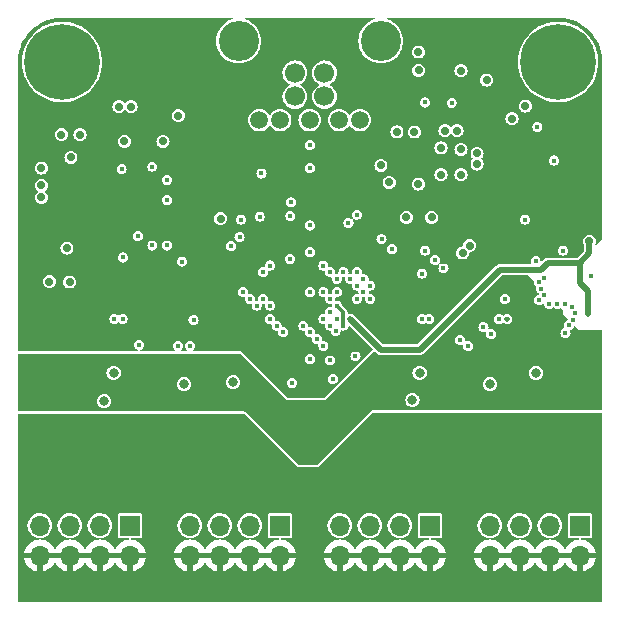
<source format=gbr>
%TF.GenerationSoftware,KiCad,Pcbnew,7.0.6*%
%TF.CreationDate,2023-10-15T13:38:33+02:00*%
%TF.ProjectId,fx3lahw,6678336c-6168-4772-9e6b-696361645f70,rev?*%
%TF.SameCoordinates,Original*%
%TF.FileFunction,Copper,L3,Inr*%
%TF.FilePolarity,Positive*%
%FSLAX46Y46*%
G04 Gerber Fmt 4.6, Leading zero omitted, Abs format (unit mm)*
G04 Created by KiCad (PCBNEW 7.0.6) date 2023-10-15 13:38:33*
%MOMM*%
%LPD*%
G01*
G04 APERTURE LIST*
%TA.AperFunction,ComponentPad*%
%ADD10C,1.700000*%
%TD*%
%TA.AperFunction,ComponentPad*%
%ADD11C,1.500000*%
%TD*%
%TA.AperFunction,ComponentPad*%
%ADD12C,3.400000*%
%TD*%
%TA.AperFunction,ComponentPad*%
%ADD13R,1.700000X1.700000*%
%TD*%
%TA.AperFunction,ComponentPad*%
%ADD14O,1.700000X1.700000*%
%TD*%
%TA.AperFunction,ComponentPad*%
%ADD15C,6.400000*%
%TD*%
%TA.AperFunction,ViaPad*%
%ADD16C,0.450000*%
%TD*%
%TA.AperFunction,ViaPad*%
%ADD17C,0.700000*%
%TD*%
%TA.AperFunction,ViaPad*%
%ADD18C,0.800000*%
%TD*%
%TA.AperFunction,Conductor*%
%ADD19C,0.300000*%
%TD*%
%TA.AperFunction,Conductor*%
%ADD20C,0.500000*%
%TD*%
G04 APERTURE END LIST*
D10*
%TO.N,/VBUS_IN*%
%TO.C,J1*%
X80985000Y-154384000D03*
%TO.N,/SS_D-*%
X83485000Y-154384000D03*
%TO.N,/SS_D+*%
X83485000Y-152384000D03*
%TO.N,GND*%
X80985000Y-152384000D03*
D11*
%TO.N,/SSTX-*%
X86485000Y-156384000D03*
%TO.N,/SSTX+*%
X84735000Y-156384000D03*
%TO.N,GND*%
X82235000Y-156384000D03*
%TO.N,/SSRX-*%
X79735000Y-156384000D03*
%TO.N,/SSRX+*%
X77985000Y-156384000D03*
D12*
%TO.N,unconnected-(J1-SHIELD-Pad10)*%
X88255000Y-149674000D03*
X76215000Y-149674000D03*
%TD*%
D13*
%TO.N,Net-(J3-Pin_1)*%
%TO.C,J3*%
X79716000Y-190707371D03*
D14*
%TO.N,GND*%
X79716000Y-193247371D03*
%TO.N,Net-(J3-Pin_3)*%
X77176000Y-190707371D03*
%TO.N,GND*%
X77176000Y-193247371D03*
%TO.N,Net-(J3-Pin_5)*%
X74636000Y-190707371D03*
%TO.N,GND*%
X74636000Y-193247371D03*
%TO.N,Net-(J3-Pin_7)*%
X72096000Y-190707371D03*
%TO.N,GND*%
X72096000Y-193247371D03*
%TD*%
D13*
%TO.N,Net-(J5-Pin_1)*%
%TO.C,J5*%
X105116000Y-190707371D03*
D14*
%TO.N,GND*%
X105116000Y-193247371D03*
%TO.N,Net-(J5-Pin_3)*%
X102576000Y-190707371D03*
%TO.N,GND*%
X102576000Y-193247371D03*
%TO.N,Net-(J5-Pin_5)*%
X100036000Y-190707371D03*
%TO.N,GND*%
X100036000Y-193247371D03*
%TO.N,Net-(J5-Pin_7)*%
X97496000Y-190707371D03*
%TO.N,GND*%
X97496000Y-193247371D03*
%TD*%
D15*
%TO.N,GND*%
%TO.C,H1*%
X61266000Y-151457371D03*
%TD*%
D13*
%TO.N,Net-(J4-Pin_1)*%
%TO.C,J4*%
X92416000Y-190707371D03*
D14*
%TO.N,GND*%
X92416000Y-193247371D03*
%TO.N,Net-(J4-Pin_3)*%
X89876000Y-190707371D03*
%TO.N,GND*%
X89876000Y-193247371D03*
%TO.N,Net-(J4-Pin_5)*%
X87336000Y-190707371D03*
%TO.N,GND*%
X87336000Y-193247371D03*
%TO.N,Net-(J4-Pin_7)*%
X84796000Y-190707371D03*
%TO.N,GND*%
X84796000Y-193247371D03*
%TD*%
D13*
%TO.N,Net-(J2-Pin_1)*%
%TO.C,J2*%
X67016000Y-190707371D03*
D14*
%TO.N,GND*%
X67016000Y-193247371D03*
%TO.N,Net-(J2-Pin_3)*%
X64476000Y-190707371D03*
%TO.N,GND*%
X64476000Y-193247371D03*
%TO.N,Net-(J2-Pin_5)*%
X61936000Y-190707371D03*
%TO.N,GND*%
X61936000Y-193247371D03*
%TO.N,Net-(J2-Pin_7)*%
X59396000Y-190707371D03*
%TO.N,GND*%
X59396000Y-193247371D03*
%TD*%
D15*
%TO.N,GND*%
%TO.C,H2*%
X103266000Y-151457371D03*
%TD*%
D16*
%TO.N,/SS_D+*%
X86791480Y-169826001D03*
%TO.N,/SS_D-*%
X87357165Y-170391686D03*
D17*
%TO.N,/VBUS_IN*%
X91459500Y-152176629D03*
D16*
X91995782Y-154891917D03*
D17*
%TO.N,Net-(U1A-XTALOUT)*%
X96408125Y-160096219D03*
X95050481Y-161001315D03*
D16*
X84528742Y-169826001D03*
D17*
%TO.N,GND*%
X61222518Y-157607205D03*
D16*
X80600000Y-164500000D03*
X78306205Y-171523056D03*
X102066000Y-169726000D03*
X102517523Y-171926000D03*
X78000000Y-164550000D03*
D17*
X66539957Y-158172890D03*
D16*
X78871888Y-168694630D03*
X101516000Y-156957371D03*
X101666000Y-170126000D03*
D17*
X59525463Y-160435630D03*
D16*
X85094428Y-169260316D03*
D17*
X95050481Y-152192066D03*
D16*
X89205411Y-167317960D03*
D18*
X91543001Y-177784000D03*
D16*
X82266001Y-165300518D03*
D17*
X99369315Y-156269807D03*
D16*
X80568944Y-168128945D03*
X104566000Y-173326000D03*
X75600000Y-167050000D03*
D17*
X62014477Y-159530534D03*
D16*
X72400000Y-173300000D03*
D17*
X91430097Y-161793274D03*
D16*
X106024770Y-169599727D03*
X85660113Y-169826001D03*
X82250000Y-160450000D03*
X65700000Y-173200000D03*
X104666000Y-172726000D03*
X102066000Y-171226000D03*
X84528742Y-170957372D03*
X84189329Y-178311276D03*
X70160341Y-163150918D03*
X94255388Y-154911230D03*
X80739120Y-178625914D03*
D17*
X97209316Y-152989810D03*
D18*
X71589306Y-178743946D03*
D16*
X104416000Y-172176000D03*
D17*
X91090686Y-157380931D03*
D16*
X66400000Y-173200000D03*
X101366000Y-168326000D03*
X98766000Y-171526000D03*
X88316946Y-166473380D03*
D18*
X64835000Y-180184000D03*
D17*
X91430097Y-150608148D03*
D16*
X103891000Y-174434000D03*
D17*
X67105642Y-155231328D03*
D16*
X86221346Y-164388472D03*
X78150000Y-160900004D03*
X79437573Y-173785799D03*
X70160341Y-161453863D03*
X66313683Y-160548767D03*
D18*
X97497307Y-178743946D03*
X75765999Y-178571280D03*
D16*
X86112658Y-176387947D03*
X92014412Y-167431494D03*
X98266000Y-173226000D03*
X103196345Y-171926000D03*
D18*
X65635000Y-177784000D03*
D16*
X101666000Y-171626000D03*
D17*
X93353426Y-161001315D03*
D16*
X92858919Y-168234042D03*
X92366000Y-173226000D03*
D17*
X66087409Y-155231328D03*
D16*
X68915834Y-160322493D03*
X76609146Y-170957372D03*
D17*
X69820930Y-158172890D03*
D16*
X101847459Y-170660707D03*
X77740520Y-172088741D03*
D17*
X90411864Y-164621699D03*
D18*
X101400000Y-177800000D03*
D16*
X86225799Y-169260316D03*
X78871890Y-172088741D03*
X103875167Y-171926000D03*
X93558919Y-168934042D03*
X103666000Y-167426000D03*
D17*
X95050481Y-158851712D03*
D16*
X82250000Y-158500000D03*
D17*
X94711070Y-157267794D03*
D16*
X76400000Y-164800000D03*
X104166000Y-173726000D03*
X80650000Y-163350000D03*
X84424858Y-174219486D03*
X76300000Y-166300000D03*
X91766000Y-173226000D03*
D18*
X90935000Y-180084000D03*
D16*
X82266001Y-176614226D03*
X86225799Y-170391687D03*
D17*
X96408125Y-159191123D03*
D16*
X77174832Y-171523057D03*
D17*
%TO.N,Net-(U1A-XTALIN)*%
X93692837Y-157267794D03*
D16*
X83963057Y-169260316D03*
D17*
X93353426Y-158738575D03*
%TO.N,Net-(U1A-RESET_N)*%
X88966000Y-161657371D03*
D16*
X83397371Y-168694630D03*
%TO.N,+1V2*%
X78871888Y-173220114D03*
D17*
X92561467Y-164621699D03*
D16*
X83397371Y-175482854D03*
X82266001Y-167563259D03*
D17*
X60204285Y-170052275D03*
D16*
X91769508Y-169373453D03*
X85094428Y-173785799D03*
X78306203Y-169260316D03*
X83963055Y-176727358D03*
D17*
X61675066Y-167223850D03*
X61901340Y-170082953D03*
X89619905Y-157380931D03*
X74685821Y-164734836D03*
X59525463Y-162924644D03*
D16*
X86791484Y-170957372D03*
X80003259Y-174351485D03*
X84528742Y-172088742D03*
D17*
X59525463Y-161906411D03*
D16*
%TO.N,Net-(U1C-U3TXVDDQ)*%
X85516000Y-165076000D03*
D17*
X88262261Y-160209356D03*
D16*
%TO.N,/VCC_frontend*%
X100066000Y-170126000D03*
D18*
X86443001Y-177784000D03*
D16*
X100466000Y-169726000D03*
X100466000Y-171226000D03*
D18*
X60535000Y-177784000D03*
X98567124Y-178771614D03*
D16*
X100066000Y-171626000D03*
D18*
X72659123Y-178771614D03*
X104000000Y-177800000D03*
X78235000Y-178584000D03*
D16*
%TO.N,+3V3*%
X84755014Y-176274810D03*
X104104745Y-164612980D03*
X103666000Y-166526000D03*
X81134630Y-175482855D03*
X80069277Y-177945089D03*
X73000000Y-173300000D03*
X100484361Y-161218870D03*
D17*
X90864412Y-161114452D03*
X95503029Y-170731097D03*
X68802697Y-151045259D03*
D16*
X83963057Y-174917170D03*
X80003259Y-170957372D03*
X86791484Y-172088743D03*
X79437573Y-168128945D03*
D17*
X68123875Y-158172890D03*
D16*
X79900000Y-165200000D03*
X73101903Y-161906411D03*
X103991608Y-161784555D03*
D17*
X68802697Y-153760547D03*
D16*
X98966000Y-173226000D03*
X92448330Y-170052275D03*
X81134630Y-168694630D03*
X81700315Y-165866203D03*
D17*
X68802697Y-152289766D03*
X91656371Y-165753069D03*
X58620367Y-172428152D03*
D16*
%TO.N,/I2C_SCL*%
X102916000Y-159807371D03*
%TO.N,/I2C_SDA*%
X100466000Y-164807371D03*
D17*
%TO.N,/SS_D+*%
X95782518Y-167022847D03*
%TO.N,/SS_D-*%
X95181476Y-167623889D03*
%TO.N,VBUS*%
X62794000Y-157618001D03*
X71109000Y-156016000D03*
X100500504Y-155187134D03*
X105911633Y-166658165D03*
D16*
X85660113Y-173220114D03*
X105810000Y-172826000D03*
%TO.N,Net-(J7-SWDIO{slash}TMS)*%
X71404848Y-168355220D03*
X83963055Y-171523056D03*
%TO.N,Net-(J7-SWDCLK{slash}TCK)*%
X70170000Y-166997576D03*
X82266000Y-170957371D03*
%TO.N,Net-(J7-SWO{slash}TDO)*%
X68915834Y-166997576D03*
X86225795Y-171523056D03*
%TO.N,/In_CH1*%
X96951001Y-173926000D03*
X83963057Y-172654428D03*
%TO.N,/In_CH0*%
X97598748Y-174499686D03*
X84528742Y-173220114D03*
%TO.N,/In_CH4*%
X94991001Y-175026394D03*
X83397371Y-173220114D03*
%TO.N,/In_CH3*%
X83963057Y-173785799D03*
X95666000Y-175526000D03*
%TO.N,/In_CH14*%
X81700315Y-173785799D03*
X67800000Y-175400000D03*
%TO.N,/In_CH9*%
X82266001Y-174351485D03*
X71100000Y-175500000D03*
%TO.N,/In_CH8*%
X72100000Y-175500000D03*
X82831686Y-174917170D03*
%TO.N,Net-(J7-NC{slash}TDI)*%
X83397370Y-170957371D03*
X67671327Y-166205617D03*
%TO.N,Net-(J7-~{RESET})*%
X66426820Y-168015809D03*
X87357165Y-171523056D03*
%TD*%
D19*
%TO.N,+1V2*%
X85094428Y-173785799D02*
X85094428Y-172654428D01*
X85094428Y-172654428D02*
X84528742Y-172088742D01*
D20*
%TO.N,VBUS*%
X98331454Y-169034042D02*
X91543234Y-175822262D01*
X105119674Y-168468357D02*
X102404386Y-168468357D01*
X88262261Y-175822262D02*
X85660113Y-173220114D01*
X101838701Y-169034042D02*
X98331454Y-169034042D01*
X105119674Y-170165412D02*
X105119674Y-168468357D01*
X105119674Y-168468357D02*
X105911633Y-167676398D01*
X91543234Y-175822262D02*
X88262261Y-175822262D01*
X105911633Y-167676398D02*
X105911633Y-166771302D01*
X102404386Y-168468357D02*
X101838701Y-169034042D01*
X105911633Y-166771302D02*
X105911633Y-166658165D01*
X105810000Y-172826000D02*
X105810000Y-170855738D01*
X105810000Y-170855738D02*
X105119674Y-170165412D01*
%TD*%
%TA.AperFunction,Conductor*%
%TO.N,/VCC_frontend*%
G36*
X100722197Y-169501855D02*
G01*
X100726957Y-169506216D01*
X101223785Y-170003044D01*
X101245177Y-170048920D01*
X101244548Y-170066945D01*
X101235196Y-170125998D01*
X101235196Y-170125999D01*
X101256280Y-170259126D01*
X101317471Y-170379219D01*
X101414919Y-170476667D01*
X101436311Y-170522543D01*
X101435682Y-170540569D01*
X101419157Y-170644907D01*
X101416655Y-170660707D01*
X101419537Y-170678908D01*
X101437739Y-170793833D01*
X101480356Y-170877472D01*
X101498931Y-170913927D01*
X101594239Y-171009235D01*
X101616003Y-171020324D01*
X101650523Y-171057342D01*
X101655495Y-171097835D01*
X101647817Y-171146306D01*
X101623275Y-171190577D01*
X101586306Y-171207817D01*
X101532876Y-171216280D01*
X101532871Y-171216282D01*
X101412780Y-171277471D01*
X101317471Y-171372780D01*
X101256281Y-171492873D01*
X101256280Y-171492873D01*
X101235196Y-171626000D01*
X101256280Y-171759126D01*
X101315081Y-171874528D01*
X101317472Y-171879220D01*
X101412780Y-171974528D01*
X101532873Y-172035718D01*
X101532873Y-172035719D01*
X101551075Y-172038601D01*
X101666000Y-172056804D01*
X101799126Y-172035719D01*
X101919220Y-171974528D01*
X101967756Y-171925992D01*
X102013632Y-171904599D01*
X102062526Y-171917699D01*
X102091560Y-171959164D01*
X102093171Y-171966740D01*
X102107804Y-172059126D01*
X102122893Y-172088741D01*
X102168995Y-172179220D01*
X102264303Y-172274528D01*
X102384396Y-172335718D01*
X102384396Y-172335719D01*
X102405480Y-172339058D01*
X102517523Y-172356804D01*
X102650649Y-172335719D01*
X102770743Y-172274528D01*
X102804608Y-172240661D01*
X102850482Y-172219270D01*
X102899376Y-172232370D01*
X102909259Y-172240662D01*
X102943125Y-172274528D01*
X103063218Y-172335718D01*
X103063218Y-172335719D01*
X103081420Y-172338601D01*
X103196345Y-172356804D01*
X103329471Y-172335719D01*
X103431939Y-172283508D01*
X103482178Y-172277339D01*
X103517858Y-172297117D01*
X103627219Y-172406478D01*
X103648611Y-172452354D01*
X103648893Y-172458804D01*
X103648893Y-172767563D01*
X104072391Y-173191061D01*
X104093783Y-173236937D01*
X104080682Y-173285832D01*
X104039218Y-173314866D01*
X104033470Y-173316087D01*
X104032871Y-173316282D01*
X103912780Y-173377471D01*
X103817471Y-173472780D01*
X103756281Y-173592873D01*
X103756280Y-173592873D01*
X103735196Y-173726000D01*
X103756280Y-173859123D01*
X103756280Y-173859124D01*
X103756281Y-173859126D01*
X103787645Y-173920681D01*
X103789821Y-173924951D01*
X103795989Y-173975193D01*
X103768420Y-174017645D01*
X103757482Y-174024480D01*
X103637778Y-174085473D01*
X103542471Y-174180780D01*
X103481281Y-174300873D01*
X103481280Y-174300873D01*
X103460196Y-174434000D01*
X103481280Y-174567126D01*
X103542471Y-174687219D01*
X103542472Y-174687220D01*
X103637780Y-174782528D01*
X103757873Y-174843718D01*
X103757873Y-174843719D01*
X103776075Y-174846601D01*
X103891000Y-174864804D01*
X104024126Y-174843719D01*
X104144220Y-174782528D01*
X104239528Y-174687220D01*
X104300719Y-174567126D01*
X104321804Y-174434000D01*
X104300719Y-174300874D01*
X104267178Y-174235047D01*
X104261010Y-174184808D01*
X104288578Y-174142355D01*
X104299517Y-174135520D01*
X104319757Y-174125207D01*
X104419220Y-174074528D01*
X104514528Y-173979220D01*
X104575719Y-173859126D01*
X104575719Y-173859121D01*
X104577518Y-173853589D01*
X104579010Y-173854073D01*
X104600053Y-173816095D01*
X104647306Y-173797946D01*
X104695171Y-173814416D01*
X104700937Y-173819607D01*
X105006537Y-174125207D01*
X106941500Y-174125207D01*
X106989066Y-174142520D01*
X107014376Y-174186357D01*
X107015500Y-174199207D01*
X107015500Y-180860201D01*
X106998187Y-180907767D01*
X106954350Y-180933077D01*
X106941500Y-180934201D01*
X87609601Y-180934201D01*
X87598668Y-180934678D01*
X87520795Y-180953736D01*
X87474918Y-180975127D01*
X87474917Y-180975128D01*
X87416456Y-181016062D01*
X87416454Y-181016064D01*
X82881376Y-185551144D01*
X82835500Y-185572536D01*
X82829050Y-185572818D01*
X81363539Y-185572818D01*
X81315973Y-185555505D01*
X81311213Y-185551144D01*
X76886094Y-181126024D01*
X76878021Y-181118628D01*
X76878020Y-181118627D01*
X76809487Y-181077044D01*
X76761921Y-181059731D01*
X76691638Y-181047338D01*
X76691635Y-181047338D01*
X57590500Y-181047338D01*
X57542934Y-181030025D01*
X57517624Y-180986188D01*
X57516500Y-180973338D01*
X57516500Y-180184000D01*
X64229318Y-180184000D01*
X64249955Y-180340760D01*
X64249955Y-180340761D01*
X64310464Y-180486841D01*
X64406715Y-180612279D01*
X64406720Y-180612284D01*
X64480692Y-180669044D01*
X64532159Y-180708536D01*
X64678238Y-180769044D01*
X64835000Y-180789682D01*
X64991762Y-180769044D01*
X65137841Y-180708536D01*
X65263282Y-180612282D01*
X65359536Y-180486841D01*
X65420044Y-180340762D01*
X65440682Y-180184000D01*
X65420044Y-180027238D01*
X65359536Y-179881159D01*
X65263282Y-179755718D01*
X65263279Y-179755715D01*
X65137841Y-179659464D01*
X64991761Y-179598955D01*
X64835000Y-179578318D01*
X64678239Y-179598955D01*
X64678238Y-179598955D01*
X64532158Y-179659464D01*
X64406720Y-179755715D01*
X64406715Y-179755720D01*
X64310464Y-179881158D01*
X64249955Y-180027238D01*
X64249955Y-180027239D01*
X64229318Y-180184000D01*
X57516500Y-180184000D01*
X57516500Y-178743946D01*
X70983624Y-178743946D01*
X71004261Y-178900706D01*
X71004261Y-178900707D01*
X71064770Y-179046787D01*
X71161021Y-179172225D01*
X71161026Y-179172230D01*
X71167192Y-179176961D01*
X71286465Y-179268482D01*
X71432544Y-179328990D01*
X71589306Y-179349628D01*
X71746068Y-179328990D01*
X71892147Y-179268482D01*
X72017588Y-179172228D01*
X72113842Y-179046787D01*
X72174350Y-178900708D01*
X72194988Y-178743946D01*
X72174350Y-178587184D01*
X72167762Y-178571279D01*
X75160317Y-178571279D01*
X75180954Y-178728040D01*
X75180954Y-178728041D01*
X75241463Y-178874121D01*
X75337714Y-178999559D01*
X75337719Y-178999564D01*
X75384726Y-179035633D01*
X75463158Y-179095816D01*
X75609237Y-179156324D01*
X75765999Y-179176962D01*
X75922761Y-179156324D01*
X76068840Y-179095816D01*
X76194281Y-178999562D01*
X76290535Y-178874121D01*
X76351043Y-178728042D01*
X76371681Y-178571280D01*
X76351043Y-178414518D01*
X76290535Y-178268439D01*
X76194281Y-178142998D01*
X76194278Y-178142995D01*
X76068840Y-178046744D01*
X75922760Y-177986235D01*
X75765999Y-177965598D01*
X75609238Y-177986235D01*
X75609237Y-177986235D01*
X75463157Y-178046744D01*
X75337719Y-178142995D01*
X75337714Y-178143000D01*
X75241463Y-178268438D01*
X75180954Y-178414518D01*
X75180954Y-178414519D01*
X75160317Y-178571279D01*
X72167762Y-178571279D01*
X72113842Y-178441105D01*
X72017588Y-178315664D01*
X72017585Y-178315661D01*
X71892147Y-178219410D01*
X71746067Y-178158901D01*
X71589306Y-178138264D01*
X71432545Y-178158901D01*
X71432544Y-178158901D01*
X71286464Y-178219410D01*
X71161026Y-178315661D01*
X71161021Y-178315666D01*
X71064770Y-178441104D01*
X71004261Y-178587184D01*
X71004261Y-178587185D01*
X70983624Y-178743946D01*
X57516500Y-178743946D01*
X57516500Y-177784000D01*
X65029318Y-177784000D01*
X65049955Y-177940760D01*
X65049955Y-177940761D01*
X65110464Y-178086841D01*
X65206715Y-178212279D01*
X65206720Y-178212284D01*
X65227572Y-178228284D01*
X65332159Y-178308536D01*
X65478238Y-178369044D01*
X65635000Y-178389682D01*
X65791762Y-178369044D01*
X65937841Y-178308536D01*
X66063282Y-178212282D01*
X66159536Y-178086841D01*
X66220044Y-177940762D01*
X66240682Y-177784000D01*
X66220044Y-177627238D01*
X66159536Y-177481159D01*
X66075561Y-177371720D01*
X66063284Y-177355720D01*
X66063279Y-177355715D01*
X65937841Y-177259464D01*
X65791761Y-177198955D01*
X65635000Y-177178318D01*
X65478239Y-177198955D01*
X65478238Y-177198955D01*
X65332158Y-177259464D01*
X65206720Y-177355715D01*
X65206715Y-177355720D01*
X65110464Y-177481158D01*
X65049955Y-177627238D01*
X65049955Y-177627239D01*
X65029318Y-177784000D01*
X57516500Y-177784000D01*
X57516500Y-176235673D01*
X57533813Y-176188107D01*
X57577650Y-176162797D01*
X57590500Y-176161673D01*
X76352224Y-176161673D01*
X76399790Y-176178986D01*
X76404550Y-176183347D01*
X80342670Y-180121468D01*
X80342671Y-180121468D01*
X83510506Y-180121468D01*
X83510507Y-180121468D01*
X83547975Y-180084000D01*
X90329318Y-180084000D01*
X90349955Y-180240760D01*
X90349955Y-180240761D01*
X90410464Y-180386841D01*
X90506715Y-180512279D01*
X90506720Y-180512284D01*
X90590345Y-180576451D01*
X90632159Y-180608536D01*
X90778238Y-180669044D01*
X90935000Y-180689682D01*
X91091762Y-180669044D01*
X91237841Y-180608536D01*
X91363282Y-180512282D01*
X91459536Y-180386841D01*
X91520044Y-180240762D01*
X91540682Y-180084000D01*
X91520044Y-179927238D01*
X91459536Y-179781159D01*
X91427451Y-179739345D01*
X91363284Y-179655720D01*
X91363279Y-179655715D01*
X91237841Y-179559464D01*
X91091761Y-179498955D01*
X90935000Y-179478318D01*
X90778239Y-179498955D01*
X90778238Y-179498955D01*
X90632158Y-179559464D01*
X90506720Y-179655715D01*
X90506715Y-179655720D01*
X90410464Y-179781158D01*
X90349955Y-179927238D01*
X90349955Y-179927239D01*
X90329318Y-180084000D01*
X83547975Y-180084000D01*
X84888028Y-178743946D01*
X96891625Y-178743946D01*
X96912262Y-178900706D01*
X96912262Y-178900707D01*
X96972771Y-179046787D01*
X97069022Y-179172225D01*
X97069027Y-179172230D01*
X97075193Y-179176961D01*
X97194466Y-179268482D01*
X97340545Y-179328990D01*
X97497307Y-179349628D01*
X97654069Y-179328990D01*
X97800148Y-179268482D01*
X97925589Y-179172228D01*
X98021843Y-179046787D01*
X98082351Y-178900708D01*
X98102989Y-178743946D01*
X98082351Y-178587184D01*
X98021843Y-178441105D01*
X97925589Y-178315664D01*
X97925586Y-178315661D01*
X97800148Y-178219410D01*
X97654068Y-178158901D01*
X97497307Y-178138264D01*
X97340546Y-178158901D01*
X97340545Y-178158901D01*
X97194465Y-178219410D01*
X97069027Y-178315661D01*
X97069022Y-178315666D01*
X96972771Y-178441104D01*
X96912262Y-178587184D01*
X96912262Y-178587185D01*
X96891625Y-178743946D01*
X84888028Y-178743946D01*
X85847975Y-177783999D01*
X90937319Y-177783999D01*
X90957956Y-177940760D01*
X90957956Y-177940761D01*
X91018465Y-178086841D01*
X91114716Y-178212279D01*
X91114721Y-178212284D01*
X91135573Y-178228284D01*
X91240160Y-178308536D01*
X91386239Y-178369044D01*
X91543001Y-178389682D01*
X91699763Y-178369044D01*
X91845842Y-178308536D01*
X91971283Y-178212282D01*
X92067537Y-178086841D01*
X92128045Y-177940762D01*
X92146577Y-177800000D01*
X100794318Y-177800000D01*
X100814955Y-177956760D01*
X100814955Y-177956761D01*
X100875464Y-178102841D01*
X100971715Y-178228279D01*
X100971720Y-178228284D01*
X101024050Y-178268438D01*
X101097159Y-178324536D01*
X101243238Y-178385044D01*
X101400000Y-178405682D01*
X101556762Y-178385044D01*
X101702841Y-178324536D01*
X101828282Y-178228282D01*
X101924536Y-178102841D01*
X101985044Y-177956762D01*
X102005682Y-177800000D01*
X101985044Y-177643238D01*
X101924536Y-177497159D01*
X101828282Y-177371718D01*
X101828279Y-177371715D01*
X101702841Y-177275464D01*
X101556761Y-177214955D01*
X101400000Y-177194318D01*
X101243239Y-177214955D01*
X101243238Y-177214955D01*
X101097158Y-177275464D01*
X100971720Y-177371715D01*
X100971715Y-177371720D01*
X100875464Y-177497158D01*
X100814955Y-177643238D01*
X100814955Y-177643239D01*
X100794318Y-177800000D01*
X92146577Y-177800000D01*
X92148683Y-177784000D01*
X92128045Y-177627238D01*
X92067537Y-177481159D01*
X91983562Y-177371720D01*
X91971285Y-177355720D01*
X91971280Y-177355715D01*
X91845842Y-177259464D01*
X91699762Y-177198955D01*
X91543001Y-177178318D01*
X91386240Y-177198955D01*
X91386239Y-177198955D01*
X91240159Y-177259464D01*
X91114721Y-177355715D01*
X91114716Y-177355720D01*
X91018465Y-177481158D01*
X90957956Y-177627238D01*
X90957956Y-177627239D01*
X90937319Y-177783999D01*
X85847975Y-177783999D01*
X87561765Y-176070209D01*
X87607641Y-176048818D01*
X87614091Y-176048536D01*
X87820780Y-176048536D01*
X87868346Y-176065849D01*
X87873106Y-176070210D01*
X87924351Y-176121455D01*
X87927118Y-176124552D01*
X87952383Y-176156233D01*
X88001532Y-176189742D01*
X88049379Y-176225055D01*
X88054283Y-176227647D01*
X88054260Y-176227689D01*
X88059571Y-176230369D01*
X88059591Y-176230328D01*
X88064583Y-176232732D01*
X88064586Y-176232733D01*
X88064588Y-176232734D01*
X88121437Y-176250268D01*
X88121438Y-176250269D01*
X88177561Y-176269908D01*
X88183011Y-176270939D01*
X88183002Y-176270984D01*
X88188869Y-176271981D01*
X88188876Y-176271936D01*
X88194356Y-176272762D01*
X88194359Y-176272762D01*
X88253835Y-176272762D01*
X88313266Y-176274986D01*
X88313267Y-176274985D01*
X88313271Y-176274986D01*
X88313274Y-176274985D01*
X88318780Y-176274365D01*
X88318785Y-176274411D01*
X88331313Y-176272762D01*
X91515851Y-176272762D01*
X91519997Y-176272995D01*
X91534772Y-176274659D01*
X91560269Y-176277532D01*
X91618713Y-176266473D01*
X91677521Y-176257610D01*
X91677526Y-176257607D01*
X91682824Y-176255974D01*
X91682838Y-176256021D01*
X91688486Y-176254162D01*
X91688471Y-176254117D01*
X91693701Y-176252287D01*
X91693704Y-176252285D01*
X91693706Y-176252285D01*
X91746306Y-176224484D01*
X91799876Y-176198687D01*
X91799880Y-176198683D01*
X91804456Y-176195564D01*
X91804482Y-176195603D01*
X91809336Y-176192159D01*
X91809309Y-176192122D01*
X91813769Y-176188829D01*
X91813772Y-176188828D01*
X91855834Y-176146765D01*
X91899428Y-176106317D01*
X91899429Y-176106314D01*
X91899431Y-176106313D01*
X91902887Y-176101980D01*
X91902923Y-176102008D01*
X91910610Y-176091988D01*
X92976204Y-175026394D01*
X94560197Y-175026394D01*
X94581281Y-175159520D01*
X94642472Y-175279613D01*
X94642473Y-175279614D01*
X94737781Y-175374922D01*
X94857874Y-175436112D01*
X94857874Y-175436113D01*
X94876076Y-175438995D01*
X94991001Y-175457198D01*
X95124127Y-175436113D01*
X95131030Y-175432595D01*
X95181269Y-175426426D01*
X95223722Y-175453994D01*
X95238523Y-175502401D01*
X95237713Y-175510105D01*
X95235196Y-175525998D01*
X95235196Y-175525999D01*
X95256280Y-175659126D01*
X95304224Y-175753220D01*
X95317472Y-175779220D01*
X95412780Y-175874528D01*
X95532873Y-175935718D01*
X95532873Y-175935719D01*
X95553958Y-175939058D01*
X95666000Y-175956804D01*
X95799126Y-175935719D01*
X95919220Y-175874528D01*
X96014528Y-175779220D01*
X96075719Y-175659126D01*
X96096804Y-175526000D01*
X96075719Y-175392874D01*
X96075719Y-175392873D01*
X96014528Y-175272780D01*
X95919219Y-175177471D01*
X95799126Y-175116281D01*
X95799126Y-175116280D01*
X95666000Y-175095196D01*
X95532873Y-175116280D01*
X95532873Y-175116281D01*
X95525966Y-175119800D01*
X95475724Y-175125965D01*
X95433274Y-175098393D01*
X95418478Y-175049984D01*
X95419284Y-175042308D01*
X95421805Y-175026394D01*
X95400720Y-174893268D01*
X95400720Y-174893267D01*
X95339529Y-174773174D01*
X95244220Y-174677865D01*
X95124127Y-174616675D01*
X95124127Y-174616674D01*
X94991001Y-174595590D01*
X94857874Y-174616674D01*
X94857874Y-174616675D01*
X94737781Y-174677865D01*
X94642472Y-174773174D01*
X94581282Y-174893267D01*
X94581281Y-174893267D01*
X94560197Y-175026394D01*
X92976204Y-175026394D01*
X94076598Y-173926000D01*
X96520197Y-173926000D01*
X96541281Y-174059126D01*
X96602472Y-174179219D01*
X96602473Y-174179220D01*
X96697781Y-174274528D01*
X96817874Y-174335718D01*
X96817874Y-174335719D01*
X96827156Y-174337189D01*
X96951001Y-174356804D01*
X97084127Y-174335719D01*
X97084139Y-174335712D01*
X97085011Y-174335430D01*
X97085782Y-174335456D01*
X97089879Y-174334808D01*
X97090005Y-174335603D01*
X97135600Y-174337189D01*
X97173223Y-174371054D01*
X97180979Y-174417380D01*
X97167944Y-174499684D01*
X97167944Y-174499685D01*
X97189028Y-174632812D01*
X97250219Y-174752905D01*
X97250220Y-174752906D01*
X97345528Y-174848214D01*
X97465621Y-174909404D01*
X97465621Y-174909405D01*
X97486705Y-174912744D01*
X97598748Y-174930490D01*
X97731874Y-174909405D01*
X97851968Y-174848214D01*
X97947276Y-174752906D01*
X98008467Y-174632812D01*
X98029552Y-174499686D01*
X98008467Y-174366560D01*
X98008467Y-174366559D01*
X97947276Y-174246466D01*
X97851967Y-174151157D01*
X97731874Y-174089967D01*
X97731874Y-174089966D01*
X97598748Y-174068882D01*
X97465621Y-174089967D01*
X97464723Y-174090259D01*
X97463949Y-174090231D01*
X97459870Y-174090878D01*
X97459744Y-174090085D01*
X97414135Y-174088491D01*
X97376519Y-174054619D01*
X97368769Y-174008304D01*
X97369616Y-174002957D01*
X97381805Y-173926000D01*
X97360720Y-173792874D01*
X97360720Y-173792873D01*
X97299529Y-173672780D01*
X97204220Y-173577471D01*
X97084127Y-173516281D01*
X97084127Y-173516280D01*
X96951001Y-173495196D01*
X96817874Y-173516280D01*
X96817874Y-173516281D01*
X96697781Y-173577471D01*
X96602472Y-173672780D01*
X96541282Y-173792873D01*
X96541281Y-173792873D01*
X96520197Y-173926000D01*
X94076598Y-173926000D01*
X94776598Y-173226000D01*
X97835196Y-173226000D01*
X97856280Y-173359126D01*
X97917471Y-173479219D01*
X97917472Y-173479220D01*
X98012780Y-173574528D01*
X98132873Y-173635718D01*
X98132873Y-173635719D01*
X98153958Y-173639058D01*
X98266000Y-173656804D01*
X98399126Y-173635719D01*
X98519220Y-173574528D01*
X98563674Y-173530074D01*
X98609550Y-173508682D01*
X98658445Y-173521783D01*
X98668326Y-173530074D01*
X98712780Y-173574528D01*
X98832873Y-173635718D01*
X98832873Y-173635719D01*
X98851075Y-173638601D01*
X98966000Y-173656804D01*
X99099126Y-173635719D01*
X99219220Y-173574528D01*
X99314528Y-173479220D01*
X99375719Y-173359126D01*
X99396804Y-173226000D01*
X99375719Y-173092874D01*
X99375719Y-173092873D01*
X99314528Y-172972780D01*
X99219219Y-172877471D01*
X99099126Y-172816281D01*
X99099126Y-172816280D01*
X98966000Y-172795196D01*
X98832873Y-172816280D01*
X98832873Y-172816281D01*
X98712780Y-172877471D01*
X98712779Y-172877472D01*
X98668326Y-172921926D01*
X98622450Y-172943318D01*
X98573555Y-172930217D01*
X98563674Y-172921926D01*
X98519219Y-172877471D01*
X98399126Y-172816281D01*
X98399126Y-172816280D01*
X98266000Y-172795196D01*
X98132873Y-172816280D01*
X98132873Y-172816281D01*
X98012780Y-172877471D01*
X97917471Y-172972780D01*
X97856281Y-173092873D01*
X97856280Y-173092873D01*
X97835196Y-173226000D01*
X94776598Y-173226000D01*
X96476598Y-171526000D01*
X98335196Y-171526000D01*
X98356280Y-171659126D01*
X98415972Y-171776277D01*
X98417472Y-171779220D01*
X98512780Y-171874528D01*
X98632873Y-171935718D01*
X98632873Y-171935719D01*
X98651075Y-171938601D01*
X98766000Y-171956804D01*
X98899126Y-171935719D01*
X99019220Y-171874528D01*
X99114528Y-171779220D01*
X99175719Y-171659126D01*
X99196804Y-171526000D01*
X99175719Y-171392874D01*
X99175719Y-171392873D01*
X99114528Y-171272780D01*
X99019219Y-171177471D01*
X98899126Y-171116281D01*
X98899126Y-171116280D01*
X98766000Y-171095196D01*
X98632873Y-171116280D01*
X98632873Y-171116281D01*
X98512780Y-171177471D01*
X98417471Y-171272780D01*
X98356281Y-171392873D01*
X98356280Y-171392873D01*
X98335196Y-171526000D01*
X96476598Y-171526000D01*
X98496383Y-169506216D01*
X98542259Y-169484824D01*
X98548709Y-169484542D01*
X100674631Y-169484542D01*
X100722197Y-169501855D01*
G37*
%TD.AperFunction*%
%TD*%
%TA.AperFunction,Conductor*%
%TO.N,GND*%
G36*
X61476507Y-193037527D02*
G01*
X61436000Y-193175482D01*
X61436000Y-193319260D01*
X61476507Y-193457215D01*
X61502314Y-193497371D01*
X59829686Y-193497371D01*
X59855493Y-193457215D01*
X59896000Y-193319260D01*
X59896000Y-193175482D01*
X59855493Y-193037527D01*
X59829686Y-192997371D01*
X61502314Y-192997371D01*
X61476507Y-193037527D01*
G37*
%TD.AperFunction*%
%TA.AperFunction,Conductor*%
G36*
X64016507Y-193037527D02*
G01*
X63976000Y-193175482D01*
X63976000Y-193319260D01*
X64016507Y-193457215D01*
X64042314Y-193497371D01*
X62369686Y-193497371D01*
X62395493Y-193457215D01*
X62436000Y-193319260D01*
X62436000Y-193175482D01*
X62395493Y-193037527D01*
X62369686Y-192997371D01*
X64042314Y-192997371D01*
X64016507Y-193037527D01*
G37*
%TD.AperFunction*%
%TA.AperFunction,Conductor*%
G36*
X66556507Y-193037527D02*
G01*
X66516000Y-193175482D01*
X66516000Y-193319260D01*
X66556507Y-193457215D01*
X66582314Y-193497371D01*
X64909686Y-193497371D01*
X64935493Y-193457215D01*
X64976000Y-193319260D01*
X64976000Y-193175482D01*
X64935493Y-193037527D01*
X64909686Y-192997371D01*
X66582314Y-192997371D01*
X66556507Y-193037527D01*
G37*
%TD.AperFunction*%
%TA.AperFunction,Conductor*%
G36*
X74176507Y-193037527D02*
G01*
X74136000Y-193175482D01*
X74136000Y-193319260D01*
X74176507Y-193457215D01*
X74202314Y-193497371D01*
X72529686Y-193497371D01*
X72555493Y-193457215D01*
X72596000Y-193319260D01*
X72596000Y-193175482D01*
X72555493Y-193037527D01*
X72529686Y-192997371D01*
X74202314Y-192997371D01*
X74176507Y-193037527D01*
G37*
%TD.AperFunction*%
%TA.AperFunction,Conductor*%
G36*
X76716507Y-193037527D02*
G01*
X76676000Y-193175482D01*
X76676000Y-193319260D01*
X76716507Y-193457215D01*
X76742314Y-193497371D01*
X75069686Y-193497371D01*
X75095493Y-193457215D01*
X75136000Y-193319260D01*
X75136000Y-193175482D01*
X75095493Y-193037527D01*
X75069686Y-192997371D01*
X76742314Y-192997371D01*
X76716507Y-193037527D01*
G37*
%TD.AperFunction*%
%TA.AperFunction,Conductor*%
G36*
X79256507Y-193037527D02*
G01*
X79216000Y-193175482D01*
X79216000Y-193319260D01*
X79256507Y-193457215D01*
X79282314Y-193497371D01*
X77609686Y-193497371D01*
X77635493Y-193457215D01*
X77676000Y-193319260D01*
X77676000Y-193175482D01*
X77635493Y-193037527D01*
X77609686Y-192997371D01*
X79282314Y-192997371D01*
X79256507Y-193037527D01*
G37*
%TD.AperFunction*%
%TA.AperFunction,Conductor*%
G36*
X86876507Y-193037527D02*
G01*
X86836000Y-193175482D01*
X86836000Y-193319260D01*
X86876507Y-193457215D01*
X86902314Y-193497371D01*
X85229686Y-193497371D01*
X85255493Y-193457215D01*
X85296000Y-193319260D01*
X85296000Y-193175482D01*
X85255493Y-193037527D01*
X85229686Y-192997371D01*
X86902314Y-192997371D01*
X86876507Y-193037527D01*
G37*
%TD.AperFunction*%
%TA.AperFunction,Conductor*%
G36*
X89416507Y-193037527D02*
G01*
X89376000Y-193175482D01*
X89376000Y-193319260D01*
X89416507Y-193457215D01*
X89442314Y-193497371D01*
X87769686Y-193497371D01*
X87795493Y-193457215D01*
X87836000Y-193319260D01*
X87836000Y-193175482D01*
X87795493Y-193037527D01*
X87769686Y-192997371D01*
X89442314Y-192997371D01*
X89416507Y-193037527D01*
G37*
%TD.AperFunction*%
%TA.AperFunction,Conductor*%
G36*
X91956507Y-193037527D02*
G01*
X91916000Y-193175482D01*
X91916000Y-193319260D01*
X91956507Y-193457215D01*
X91982314Y-193497371D01*
X90309686Y-193497371D01*
X90335493Y-193457215D01*
X90376000Y-193319260D01*
X90376000Y-193175482D01*
X90335493Y-193037527D01*
X90309686Y-192997371D01*
X91982314Y-192997371D01*
X91956507Y-193037527D01*
G37*
%TD.AperFunction*%
%TA.AperFunction,Conductor*%
G36*
X99576507Y-193037527D02*
G01*
X99536000Y-193175482D01*
X99536000Y-193319260D01*
X99576507Y-193457215D01*
X99602314Y-193497371D01*
X97929686Y-193497371D01*
X97955493Y-193457215D01*
X97996000Y-193319260D01*
X97996000Y-193175482D01*
X97955493Y-193037527D01*
X97929686Y-192997371D01*
X99602314Y-192997371D01*
X99576507Y-193037527D01*
G37*
%TD.AperFunction*%
%TA.AperFunction,Conductor*%
G36*
X102116507Y-193037527D02*
G01*
X102076000Y-193175482D01*
X102076000Y-193319260D01*
X102116507Y-193457215D01*
X102142314Y-193497371D01*
X100469686Y-193497371D01*
X100495493Y-193457215D01*
X100536000Y-193319260D01*
X100536000Y-193175482D01*
X100495493Y-193037527D01*
X100469686Y-192997371D01*
X102142314Y-192997371D01*
X102116507Y-193037527D01*
G37*
%TD.AperFunction*%
%TA.AperFunction,Conductor*%
G36*
X104656507Y-193037527D02*
G01*
X104616000Y-193175482D01*
X104616000Y-193319260D01*
X104656507Y-193457215D01*
X104682314Y-193497371D01*
X103009686Y-193497371D01*
X103035493Y-193457215D01*
X103076000Y-193319260D01*
X103076000Y-193175482D01*
X103035493Y-193037527D01*
X103009686Y-192997371D01*
X104682314Y-192997371D01*
X104656507Y-193037527D01*
G37*
%TD.AperFunction*%
%TA.AperFunction,Conductor*%
G36*
X106989066Y-181157014D02*
G01*
X107014376Y-181200851D01*
X107015500Y-181213701D01*
X107015500Y-197132871D01*
X106998187Y-197180437D01*
X106954350Y-197205747D01*
X106941500Y-197206871D01*
X57590500Y-197206871D01*
X57542934Y-197189558D01*
X57517624Y-197145721D01*
X57516500Y-197132871D01*
X57516500Y-193497371D01*
X58065363Y-193497371D01*
X58122566Y-193710854D01*
X58122571Y-193710865D01*
X58222401Y-193924950D01*
X58357888Y-194118446D01*
X58524925Y-194285482D01*
X58524923Y-194285482D01*
X58718420Y-194420969D01*
X58932505Y-194520799D01*
X58932508Y-194520801D01*
X59145999Y-194578005D01*
X59145999Y-193682872D01*
X59253685Y-193732051D01*
X59360237Y-193747371D01*
X59431763Y-193747371D01*
X59538315Y-193732051D01*
X59646000Y-193682872D01*
X59646000Y-194578005D01*
X59859491Y-194520801D01*
X59859494Y-194520799D01*
X60073579Y-194420969D01*
X60267075Y-194285482D01*
X60434111Y-194118446D01*
X60569598Y-193924950D01*
X60598933Y-193862044D01*
X60634726Y-193826251D01*
X60685153Y-193821840D01*
X60726617Y-193850873D01*
X60733067Y-193862044D01*
X60762401Y-193924950D01*
X60897888Y-194118446D01*
X61064925Y-194285482D01*
X61064923Y-194285482D01*
X61258420Y-194420969D01*
X61472505Y-194520799D01*
X61472508Y-194520801D01*
X61686000Y-194578005D01*
X61686000Y-193682872D01*
X61793685Y-193732051D01*
X61900237Y-193747371D01*
X61971763Y-193747371D01*
X62078315Y-193732051D01*
X62185999Y-193682872D01*
X62185999Y-194578005D01*
X62399491Y-194520801D01*
X62399494Y-194520799D01*
X62613579Y-194420969D01*
X62807075Y-194285482D01*
X62974111Y-194118446D01*
X63109598Y-193924950D01*
X63138933Y-193862044D01*
X63174726Y-193826251D01*
X63225153Y-193821840D01*
X63266617Y-193850873D01*
X63273067Y-193862044D01*
X63302401Y-193924950D01*
X63437888Y-194118446D01*
X63604925Y-194285482D01*
X63604923Y-194285482D01*
X63798420Y-194420969D01*
X64012505Y-194520799D01*
X64012508Y-194520801D01*
X64225999Y-194578005D01*
X64225999Y-193682872D01*
X64333685Y-193732051D01*
X64440237Y-193747371D01*
X64511763Y-193747371D01*
X64618315Y-193732051D01*
X64726000Y-193682872D01*
X64726000Y-194578005D01*
X64939491Y-194520801D01*
X64939494Y-194520799D01*
X65153579Y-194420969D01*
X65347075Y-194285482D01*
X65514111Y-194118446D01*
X65649600Y-193924949D01*
X65678932Y-193862044D01*
X65714724Y-193826251D01*
X65765150Y-193821838D01*
X65806616Y-193850871D01*
X65813066Y-193862043D01*
X65842400Y-193924950D01*
X65977888Y-194118446D01*
X66144925Y-194285482D01*
X66144923Y-194285482D01*
X66338420Y-194420969D01*
X66552505Y-194520799D01*
X66552508Y-194520801D01*
X66766000Y-194578005D01*
X66765999Y-193682872D01*
X66873685Y-193732051D01*
X66980237Y-193747371D01*
X67051763Y-193747371D01*
X67158315Y-193732051D01*
X67266000Y-193682872D01*
X67266000Y-194578005D01*
X67479491Y-194520801D01*
X67479494Y-194520799D01*
X67693579Y-194420969D01*
X67887075Y-194285482D01*
X68054111Y-194118446D01*
X68189598Y-193924950D01*
X68289428Y-193710865D01*
X68289433Y-193710854D01*
X68346636Y-193497371D01*
X70765363Y-193497371D01*
X70822566Y-193710854D01*
X70822571Y-193710865D01*
X70922401Y-193924950D01*
X71057888Y-194118446D01*
X71224925Y-194285482D01*
X71224923Y-194285482D01*
X71418420Y-194420969D01*
X71632505Y-194520799D01*
X71632508Y-194520801D01*
X71846000Y-194578005D01*
X71846000Y-193682872D01*
X71953685Y-193732051D01*
X72060237Y-193747371D01*
X72131763Y-193747371D01*
X72238315Y-193732051D01*
X72346000Y-193682872D01*
X72346000Y-194578005D01*
X72559491Y-194520801D01*
X72559494Y-194520799D01*
X72773579Y-194420969D01*
X72967075Y-194285482D01*
X73134111Y-194118446D01*
X73269598Y-193924950D01*
X73298933Y-193862044D01*
X73334726Y-193826251D01*
X73385153Y-193821840D01*
X73426617Y-193850873D01*
X73433067Y-193862044D01*
X73462401Y-193924950D01*
X73597888Y-194118446D01*
X73764925Y-194285482D01*
X73764923Y-194285482D01*
X73958420Y-194420969D01*
X74172505Y-194520799D01*
X74172508Y-194520801D01*
X74386000Y-194578005D01*
X74386000Y-193682872D01*
X74493685Y-193732051D01*
X74600237Y-193747371D01*
X74671763Y-193747371D01*
X74778315Y-193732051D01*
X74886000Y-193682872D01*
X74886000Y-194578005D01*
X75099491Y-194520801D01*
X75099494Y-194520799D01*
X75313579Y-194420969D01*
X75507075Y-194285482D01*
X75674111Y-194118446D01*
X75809598Y-193924950D01*
X75838933Y-193862044D01*
X75874726Y-193826251D01*
X75925153Y-193821840D01*
X75966617Y-193850873D01*
X75973067Y-193862044D01*
X76002401Y-193924950D01*
X76137888Y-194118446D01*
X76304925Y-194285482D01*
X76304923Y-194285482D01*
X76498420Y-194420969D01*
X76712505Y-194520799D01*
X76712508Y-194520801D01*
X76926000Y-194578005D01*
X76926000Y-193682872D01*
X77033685Y-193732051D01*
X77140237Y-193747371D01*
X77211763Y-193747371D01*
X77318315Y-193732051D01*
X77426000Y-193682872D01*
X77426000Y-194578005D01*
X77639491Y-194520801D01*
X77639494Y-194520799D01*
X77853579Y-194420969D01*
X78047075Y-194285482D01*
X78214111Y-194118446D01*
X78349598Y-193924950D01*
X78378933Y-193862044D01*
X78414726Y-193826251D01*
X78465153Y-193821840D01*
X78506617Y-193850873D01*
X78513067Y-193862044D01*
X78542401Y-193924950D01*
X78677888Y-194118446D01*
X78844925Y-194285482D01*
X78844923Y-194285482D01*
X79038420Y-194420969D01*
X79252505Y-194520799D01*
X79252508Y-194520801D01*
X79466000Y-194578005D01*
X79466000Y-193682872D01*
X79573685Y-193732051D01*
X79680237Y-193747371D01*
X79751763Y-193747371D01*
X79858315Y-193732051D01*
X79966000Y-193682872D01*
X79966000Y-194578005D01*
X80179491Y-194520801D01*
X80179494Y-194520799D01*
X80393579Y-194420969D01*
X80587075Y-194285482D01*
X80754111Y-194118446D01*
X80889598Y-193924950D01*
X80989428Y-193710865D01*
X80989433Y-193710854D01*
X81046636Y-193497371D01*
X83465363Y-193497371D01*
X83522566Y-193710854D01*
X83522571Y-193710865D01*
X83622401Y-193924950D01*
X83757888Y-194118446D01*
X83924925Y-194285482D01*
X83924923Y-194285482D01*
X84118420Y-194420969D01*
X84332505Y-194520799D01*
X84332508Y-194520801D01*
X84546000Y-194578005D01*
X84546000Y-193682872D01*
X84653685Y-193732051D01*
X84760237Y-193747371D01*
X84831763Y-193747371D01*
X84938315Y-193732051D01*
X85046000Y-193682872D01*
X85046000Y-194578005D01*
X85259491Y-194520801D01*
X85259494Y-194520799D01*
X85473579Y-194420969D01*
X85667075Y-194285482D01*
X85834111Y-194118446D01*
X85969598Y-193924950D01*
X85998933Y-193862044D01*
X86034726Y-193826251D01*
X86085153Y-193821840D01*
X86126617Y-193850873D01*
X86133067Y-193862044D01*
X86162401Y-193924950D01*
X86297888Y-194118446D01*
X86464925Y-194285482D01*
X86464923Y-194285482D01*
X86658420Y-194420969D01*
X86872505Y-194520799D01*
X86872508Y-194520801D01*
X87086000Y-194578005D01*
X87086000Y-193682872D01*
X87193685Y-193732051D01*
X87300237Y-193747371D01*
X87371763Y-193747371D01*
X87478315Y-193732051D01*
X87586000Y-193682872D01*
X87586000Y-194578005D01*
X87799491Y-194520801D01*
X87799494Y-194520799D01*
X88013579Y-194420969D01*
X88207075Y-194285482D01*
X88374111Y-194118446D01*
X88509598Y-193924950D01*
X88538933Y-193862044D01*
X88574726Y-193826251D01*
X88625153Y-193821840D01*
X88666617Y-193850873D01*
X88673067Y-193862044D01*
X88702401Y-193924950D01*
X88837888Y-194118446D01*
X89004925Y-194285482D01*
X89004923Y-194285482D01*
X89198420Y-194420969D01*
X89412505Y-194520799D01*
X89412508Y-194520801D01*
X89626000Y-194578005D01*
X89626000Y-193682872D01*
X89733685Y-193732051D01*
X89840237Y-193747371D01*
X89911763Y-193747371D01*
X90018315Y-193732051D01*
X90126000Y-193682872D01*
X90126000Y-194578005D01*
X90339491Y-194520801D01*
X90339494Y-194520799D01*
X90553579Y-194420969D01*
X90747075Y-194285482D01*
X90914111Y-194118446D01*
X91049598Y-193924950D01*
X91078933Y-193862044D01*
X91114726Y-193826251D01*
X91165153Y-193821840D01*
X91206617Y-193850873D01*
X91213067Y-193862044D01*
X91242401Y-193924950D01*
X91377888Y-194118446D01*
X91544925Y-194285482D01*
X91544923Y-194285482D01*
X91738420Y-194420969D01*
X91952505Y-194520799D01*
X91952508Y-194520801D01*
X92166000Y-194578005D01*
X92166000Y-193682872D01*
X92273685Y-193732051D01*
X92380237Y-193747371D01*
X92451763Y-193747371D01*
X92558315Y-193732051D01*
X92666000Y-193682872D01*
X92666000Y-194578005D01*
X92879491Y-194520801D01*
X92879494Y-194520799D01*
X93093579Y-194420969D01*
X93287075Y-194285482D01*
X93454111Y-194118446D01*
X93589598Y-193924950D01*
X93689428Y-193710865D01*
X93689433Y-193710854D01*
X93746636Y-193497371D01*
X96165363Y-193497371D01*
X96222566Y-193710854D01*
X96222571Y-193710865D01*
X96322401Y-193924950D01*
X96457888Y-194118446D01*
X96624925Y-194285482D01*
X96624923Y-194285482D01*
X96818420Y-194420969D01*
X97032505Y-194520799D01*
X97032508Y-194520801D01*
X97246000Y-194578005D01*
X97246000Y-193682872D01*
X97353685Y-193732051D01*
X97460237Y-193747371D01*
X97531763Y-193747371D01*
X97638315Y-193732051D01*
X97746000Y-193682872D01*
X97746000Y-194578005D01*
X97959491Y-194520801D01*
X97959494Y-194520799D01*
X98173579Y-194420969D01*
X98367075Y-194285482D01*
X98534111Y-194118446D01*
X98669598Y-193924950D01*
X98698933Y-193862044D01*
X98734726Y-193826251D01*
X98785153Y-193821840D01*
X98826617Y-193850873D01*
X98833067Y-193862044D01*
X98862401Y-193924950D01*
X98997888Y-194118446D01*
X99164925Y-194285482D01*
X99164923Y-194285482D01*
X99358420Y-194420969D01*
X99572505Y-194520799D01*
X99572508Y-194520801D01*
X99786000Y-194578005D01*
X99786000Y-193682872D01*
X99893685Y-193732051D01*
X100000237Y-193747371D01*
X100071763Y-193747371D01*
X100178315Y-193732051D01*
X100286000Y-193682872D01*
X100286000Y-194578005D01*
X100499491Y-194520801D01*
X100499494Y-194520799D01*
X100713579Y-194420969D01*
X100907075Y-194285482D01*
X101074111Y-194118446D01*
X101209598Y-193924950D01*
X101238933Y-193862044D01*
X101274726Y-193826251D01*
X101325153Y-193821840D01*
X101366617Y-193850873D01*
X101373067Y-193862044D01*
X101402401Y-193924950D01*
X101537888Y-194118446D01*
X101704925Y-194285482D01*
X101704923Y-194285482D01*
X101898420Y-194420969D01*
X102112505Y-194520799D01*
X102112508Y-194520801D01*
X102326000Y-194578005D01*
X102326000Y-193682872D01*
X102433685Y-193732051D01*
X102540237Y-193747371D01*
X102611763Y-193747371D01*
X102718315Y-193732051D01*
X102826000Y-193682872D01*
X102826000Y-194578005D01*
X103039491Y-194520801D01*
X103039494Y-194520799D01*
X103253579Y-194420969D01*
X103447075Y-194285482D01*
X103614111Y-194118446D01*
X103749598Y-193924950D01*
X103778933Y-193862044D01*
X103814726Y-193826251D01*
X103865153Y-193821840D01*
X103906617Y-193850873D01*
X103913067Y-193862044D01*
X103942401Y-193924950D01*
X104077888Y-194118446D01*
X104244925Y-194285482D01*
X104244923Y-194285482D01*
X104438420Y-194420969D01*
X104652505Y-194520799D01*
X104652508Y-194520801D01*
X104866000Y-194578005D01*
X104866000Y-193682872D01*
X104973685Y-193732051D01*
X105080237Y-193747371D01*
X105151763Y-193747371D01*
X105258315Y-193732051D01*
X105366000Y-193682872D01*
X105366000Y-194578005D01*
X105579491Y-194520801D01*
X105579494Y-194520799D01*
X105793579Y-194420969D01*
X105987075Y-194285482D01*
X106154111Y-194118446D01*
X106289598Y-193924950D01*
X106389428Y-193710865D01*
X106389433Y-193710854D01*
X106446636Y-193497371D01*
X105549686Y-193497371D01*
X105575493Y-193457215D01*
X105616000Y-193319260D01*
X105616000Y-193175482D01*
X105575493Y-193037527D01*
X105549686Y-192997371D01*
X106446636Y-192997371D01*
X106446636Y-192997370D01*
X106389432Y-192783883D01*
X106289598Y-192569792D01*
X106154109Y-192376292D01*
X105987075Y-192209259D01*
X105987076Y-192209259D01*
X105793579Y-192073772D01*
X105579494Y-191973942D01*
X105579483Y-191973937D01*
X105351325Y-191912802D01*
X105351318Y-191912801D01*
X105268882Y-191905589D01*
X105223006Y-191884197D01*
X105201614Y-191838321D01*
X105214715Y-191789426D01*
X105256179Y-191760392D01*
X105275332Y-191757871D01*
X105985746Y-191757871D01*
X105985748Y-191757871D01*
X106044231Y-191746238D01*
X106110552Y-191701923D01*
X106154867Y-191635602D01*
X106166500Y-191577119D01*
X106166500Y-189837623D01*
X106154867Y-189779140D01*
X106110552Y-189712819D01*
X106088343Y-189697979D01*
X106044232Y-189668504D01*
X106044233Y-189668504D01*
X106014989Y-189662687D01*
X105985748Y-189656871D01*
X104246252Y-189656871D01*
X104217010Y-189662687D01*
X104187767Y-189668504D01*
X104121449Y-189712818D01*
X104121447Y-189712820D01*
X104077133Y-189779138D01*
X104065500Y-189837624D01*
X104065500Y-191577117D01*
X104077133Y-191635603D01*
X104106608Y-191679714D01*
X104121448Y-191701923D01*
X104165560Y-191731398D01*
X104187767Y-191746237D01*
X104187768Y-191746237D01*
X104187769Y-191746238D01*
X104246252Y-191757871D01*
X104246254Y-191757871D01*
X104956668Y-191757871D01*
X105004234Y-191775184D01*
X105029544Y-191819021D01*
X105020754Y-191868871D01*
X104981977Y-191901408D01*
X104963118Y-191905589D01*
X104880681Y-191912801D01*
X104880674Y-191912802D01*
X104652516Y-191973937D01*
X104652505Y-191973942D01*
X104438421Y-192073772D01*
X104244921Y-192209261D01*
X104077890Y-192376292D01*
X103942400Y-192569792D01*
X103913067Y-192632698D01*
X103877273Y-192668491D01*
X103826847Y-192672902D01*
X103785382Y-192643868D01*
X103778933Y-192632698D01*
X103749599Y-192569792D01*
X103614109Y-192376292D01*
X103447075Y-192209259D01*
X103447076Y-192209259D01*
X103253579Y-192073772D01*
X103039494Y-191973942D01*
X103039483Y-191973937D01*
X102811325Y-191912802D01*
X102811318Y-191912801D01*
X102673757Y-191900766D01*
X102627881Y-191879374D01*
X102606489Y-191833497D01*
X102619590Y-191784603D01*
X102661054Y-191755569D01*
X102672945Y-191753405D01*
X102781934Y-191742671D01*
X102979954Y-191682603D01*
X103162450Y-191585056D01*
X103322410Y-191453781D01*
X103453685Y-191293821D01*
X103551232Y-191111325D01*
X103611300Y-190913305D01*
X103631583Y-190707371D01*
X103611300Y-190501437D01*
X103551232Y-190303417D01*
X103453685Y-190120921D01*
X103322410Y-189960961D01*
X103162450Y-189829686D01*
X102979954Y-189732139D01*
X102868158Y-189698226D01*
X102781935Y-189672071D01*
X102576000Y-189651788D01*
X102370064Y-189672071D01*
X102172043Y-189732140D01*
X101989549Y-189829686D01*
X101829590Y-189960960D01*
X101829589Y-189960961D01*
X101698315Y-190120920D01*
X101600769Y-190303414D01*
X101540700Y-190501435D01*
X101540699Y-190501437D01*
X101540700Y-190501437D01*
X101520417Y-190707371D01*
X101540700Y-190913305D01*
X101600768Y-191111325D01*
X101698315Y-191293821D01*
X101829590Y-191453781D01*
X101989550Y-191585056D01*
X102172046Y-191682603D01*
X102370066Y-191742671D01*
X102479046Y-191753404D01*
X102524686Y-191775296D01*
X102545576Y-191821403D01*
X102531943Y-191870151D01*
X102490164Y-191898731D01*
X102478242Y-191900766D01*
X102340681Y-191912801D01*
X102340674Y-191912802D01*
X102112516Y-191973937D01*
X102112505Y-191973942D01*
X101898421Y-192073772D01*
X101704921Y-192209261D01*
X101537890Y-192376292D01*
X101402400Y-192569792D01*
X101373067Y-192632698D01*
X101337273Y-192668491D01*
X101286847Y-192672902D01*
X101245382Y-192643868D01*
X101238933Y-192632698D01*
X101209599Y-192569792D01*
X101074109Y-192376292D01*
X100907075Y-192209259D01*
X100907076Y-192209259D01*
X100713579Y-192073772D01*
X100499494Y-191973942D01*
X100499483Y-191973937D01*
X100271325Y-191912802D01*
X100271318Y-191912801D01*
X100133757Y-191900766D01*
X100087881Y-191879374D01*
X100066489Y-191833497D01*
X100079590Y-191784603D01*
X100121054Y-191755569D01*
X100132945Y-191753405D01*
X100241934Y-191742671D01*
X100439954Y-191682603D01*
X100622450Y-191585056D01*
X100782410Y-191453781D01*
X100913685Y-191293821D01*
X101011232Y-191111325D01*
X101071300Y-190913305D01*
X101091583Y-190707371D01*
X101071300Y-190501437D01*
X101011232Y-190303417D01*
X100913685Y-190120921D01*
X100782410Y-189960961D01*
X100622450Y-189829686D01*
X100439954Y-189732139D01*
X100328158Y-189698226D01*
X100241935Y-189672071D01*
X100138967Y-189661929D01*
X100036000Y-189651788D01*
X100035999Y-189651788D01*
X99830064Y-189672071D01*
X99632043Y-189732140D01*
X99449549Y-189829686D01*
X99289590Y-189960960D01*
X99289589Y-189960961D01*
X99158315Y-190120920D01*
X99060769Y-190303414D01*
X99000700Y-190501435D01*
X99000699Y-190501437D01*
X99000700Y-190501437D01*
X98980417Y-190707371D01*
X99000700Y-190913305D01*
X99060768Y-191111325D01*
X99158315Y-191293821D01*
X99289590Y-191453781D01*
X99449550Y-191585056D01*
X99632046Y-191682603D01*
X99830066Y-191742671D01*
X99939046Y-191753404D01*
X99984686Y-191775296D01*
X100005576Y-191821403D01*
X99991943Y-191870151D01*
X99950164Y-191898731D01*
X99938242Y-191900766D01*
X99800681Y-191912801D01*
X99800674Y-191912802D01*
X99572516Y-191973937D01*
X99572505Y-191973942D01*
X99358421Y-192073772D01*
X99164921Y-192209261D01*
X98997890Y-192376292D01*
X98862400Y-192569792D01*
X98833067Y-192632698D01*
X98797273Y-192668491D01*
X98746847Y-192672902D01*
X98705382Y-192643868D01*
X98698933Y-192632698D01*
X98669599Y-192569792D01*
X98534109Y-192376292D01*
X98367075Y-192209259D01*
X98367076Y-192209259D01*
X98173579Y-192073772D01*
X97959494Y-191973942D01*
X97959483Y-191973937D01*
X97731325Y-191912802D01*
X97731318Y-191912801D01*
X97593757Y-191900766D01*
X97547881Y-191879374D01*
X97526489Y-191833497D01*
X97539590Y-191784603D01*
X97581054Y-191755569D01*
X97592945Y-191753405D01*
X97701934Y-191742671D01*
X97899954Y-191682603D01*
X98082450Y-191585056D01*
X98242410Y-191453781D01*
X98373685Y-191293821D01*
X98471232Y-191111325D01*
X98531300Y-190913305D01*
X98551583Y-190707371D01*
X98531300Y-190501437D01*
X98471232Y-190303417D01*
X98373685Y-190120921D01*
X98242410Y-189960961D01*
X98082450Y-189829686D01*
X97899954Y-189732139D01*
X97788158Y-189698226D01*
X97701935Y-189672071D01*
X97496000Y-189651788D01*
X97290064Y-189672071D01*
X97092043Y-189732140D01*
X96909549Y-189829686D01*
X96749590Y-189960960D01*
X96749589Y-189960961D01*
X96618315Y-190120920D01*
X96520769Y-190303414D01*
X96460700Y-190501435D01*
X96460699Y-190501437D01*
X96460700Y-190501437D01*
X96440417Y-190707371D01*
X96460700Y-190913305D01*
X96520768Y-191111325D01*
X96618315Y-191293821D01*
X96749590Y-191453781D01*
X96909550Y-191585056D01*
X97092046Y-191682603D01*
X97290066Y-191742671D01*
X97399046Y-191753404D01*
X97444686Y-191775296D01*
X97465576Y-191821403D01*
X97451943Y-191870151D01*
X97410164Y-191898731D01*
X97398242Y-191900766D01*
X97260681Y-191912801D01*
X97260674Y-191912802D01*
X97032516Y-191973937D01*
X97032505Y-191973942D01*
X96818421Y-192073772D01*
X96624921Y-192209261D01*
X96457890Y-192376292D01*
X96322401Y-192569792D01*
X96222567Y-192783883D01*
X96165363Y-192997370D01*
X96165364Y-192997371D01*
X97062314Y-192997371D01*
X97036507Y-193037527D01*
X96996000Y-193175482D01*
X96996000Y-193319260D01*
X97036507Y-193457215D01*
X97062314Y-193497371D01*
X96165363Y-193497371D01*
X93746636Y-193497371D01*
X92849686Y-193497371D01*
X92875493Y-193457215D01*
X92916000Y-193319260D01*
X92916000Y-193175482D01*
X92875493Y-193037527D01*
X92849686Y-192997371D01*
X93746636Y-192997371D01*
X93746636Y-192997370D01*
X93689432Y-192783883D01*
X93589598Y-192569792D01*
X93454109Y-192376292D01*
X93287075Y-192209259D01*
X93287076Y-192209259D01*
X93093579Y-192073772D01*
X92879494Y-191973942D01*
X92879483Y-191973937D01*
X92651325Y-191912802D01*
X92651318Y-191912801D01*
X92568882Y-191905589D01*
X92523006Y-191884197D01*
X92501614Y-191838321D01*
X92514715Y-191789426D01*
X92556179Y-191760392D01*
X92575332Y-191757871D01*
X93285746Y-191757871D01*
X93285748Y-191757871D01*
X93344231Y-191746238D01*
X93410552Y-191701923D01*
X93454867Y-191635602D01*
X93466500Y-191577119D01*
X93466500Y-189837623D01*
X93454867Y-189779140D01*
X93410552Y-189712819D01*
X93388343Y-189697979D01*
X93344232Y-189668504D01*
X93344233Y-189668504D01*
X93314989Y-189662687D01*
X93285748Y-189656871D01*
X91546252Y-189656871D01*
X91517010Y-189662687D01*
X91487767Y-189668504D01*
X91421449Y-189712818D01*
X91421447Y-189712820D01*
X91377133Y-189779138D01*
X91365500Y-189837624D01*
X91365500Y-191577117D01*
X91377133Y-191635603D01*
X91406608Y-191679714D01*
X91421448Y-191701923D01*
X91465560Y-191731398D01*
X91487767Y-191746237D01*
X91487768Y-191746237D01*
X91487769Y-191746238D01*
X91546252Y-191757871D01*
X91546254Y-191757871D01*
X92256668Y-191757871D01*
X92304234Y-191775184D01*
X92329544Y-191819021D01*
X92320754Y-191868871D01*
X92281977Y-191901408D01*
X92263118Y-191905589D01*
X92180681Y-191912801D01*
X92180674Y-191912802D01*
X91952516Y-191973937D01*
X91952505Y-191973942D01*
X91738421Y-192073772D01*
X91544921Y-192209261D01*
X91377890Y-192376292D01*
X91242400Y-192569792D01*
X91213067Y-192632698D01*
X91177273Y-192668491D01*
X91126847Y-192672902D01*
X91085382Y-192643868D01*
X91078933Y-192632698D01*
X91049599Y-192569792D01*
X90914109Y-192376292D01*
X90747075Y-192209259D01*
X90747076Y-192209259D01*
X90553579Y-192073772D01*
X90339494Y-191973942D01*
X90339483Y-191973937D01*
X90111325Y-191912802D01*
X90111318Y-191912801D01*
X89973757Y-191900766D01*
X89927881Y-191879374D01*
X89906489Y-191833497D01*
X89919590Y-191784603D01*
X89961054Y-191755569D01*
X89972945Y-191753405D01*
X90081934Y-191742671D01*
X90279954Y-191682603D01*
X90462450Y-191585056D01*
X90622410Y-191453781D01*
X90753685Y-191293821D01*
X90851232Y-191111325D01*
X90911300Y-190913305D01*
X90931583Y-190707371D01*
X90911300Y-190501437D01*
X90851232Y-190303417D01*
X90753685Y-190120921D01*
X90622410Y-189960961D01*
X90462450Y-189829686D01*
X90279954Y-189732139D01*
X90168158Y-189698226D01*
X90081935Y-189672071D01*
X89978966Y-189661929D01*
X89876000Y-189651788D01*
X89875999Y-189651788D01*
X89670064Y-189672071D01*
X89472043Y-189732140D01*
X89289549Y-189829686D01*
X89129590Y-189960960D01*
X89129589Y-189960961D01*
X88998315Y-190120920D01*
X88900769Y-190303414D01*
X88840700Y-190501435D01*
X88840699Y-190501437D01*
X88840700Y-190501437D01*
X88820417Y-190707371D01*
X88840700Y-190913305D01*
X88900768Y-191111325D01*
X88998315Y-191293821D01*
X89129590Y-191453781D01*
X89289550Y-191585056D01*
X89472046Y-191682603D01*
X89670066Y-191742671D01*
X89779046Y-191753404D01*
X89824686Y-191775296D01*
X89845576Y-191821403D01*
X89831943Y-191870151D01*
X89790164Y-191898731D01*
X89778242Y-191900766D01*
X89640681Y-191912801D01*
X89640674Y-191912802D01*
X89412516Y-191973937D01*
X89412505Y-191973942D01*
X89198421Y-192073772D01*
X89004921Y-192209261D01*
X88837890Y-192376292D01*
X88702400Y-192569792D01*
X88673067Y-192632698D01*
X88637273Y-192668491D01*
X88586847Y-192672902D01*
X88545382Y-192643868D01*
X88538933Y-192632698D01*
X88509599Y-192569792D01*
X88374109Y-192376292D01*
X88207075Y-192209259D01*
X88207076Y-192209259D01*
X88013579Y-192073772D01*
X87799494Y-191973942D01*
X87799483Y-191973937D01*
X87571325Y-191912802D01*
X87571318Y-191912801D01*
X87433757Y-191900766D01*
X87387881Y-191879374D01*
X87366489Y-191833497D01*
X87379590Y-191784603D01*
X87421054Y-191755569D01*
X87432945Y-191753405D01*
X87541934Y-191742671D01*
X87739954Y-191682603D01*
X87922450Y-191585056D01*
X88082410Y-191453781D01*
X88213685Y-191293821D01*
X88311232Y-191111325D01*
X88371300Y-190913305D01*
X88391583Y-190707371D01*
X88371300Y-190501437D01*
X88311232Y-190303417D01*
X88213685Y-190120921D01*
X88082410Y-189960961D01*
X87922450Y-189829686D01*
X87739954Y-189732139D01*
X87628158Y-189698226D01*
X87541935Y-189672071D01*
X87336000Y-189651788D01*
X87130064Y-189672071D01*
X86932043Y-189732140D01*
X86749549Y-189829686D01*
X86589590Y-189960960D01*
X86589589Y-189960961D01*
X86458315Y-190120920D01*
X86360769Y-190303414D01*
X86300700Y-190501435D01*
X86300699Y-190501437D01*
X86300700Y-190501437D01*
X86280417Y-190707371D01*
X86300700Y-190913305D01*
X86360768Y-191111325D01*
X86458315Y-191293821D01*
X86589590Y-191453781D01*
X86749550Y-191585056D01*
X86932046Y-191682603D01*
X87130066Y-191742671D01*
X87239046Y-191753404D01*
X87284686Y-191775296D01*
X87305576Y-191821403D01*
X87291943Y-191870151D01*
X87250164Y-191898731D01*
X87238242Y-191900766D01*
X87100681Y-191912801D01*
X87100674Y-191912802D01*
X86872516Y-191973937D01*
X86872505Y-191973942D01*
X86658421Y-192073772D01*
X86464921Y-192209261D01*
X86297890Y-192376292D01*
X86162399Y-192569794D01*
X86133065Y-192632699D01*
X86097271Y-192668491D01*
X86046845Y-192672902D01*
X86005381Y-192643867D01*
X85998932Y-192632697D01*
X85969600Y-192569794D01*
X85834109Y-192376292D01*
X85667075Y-192209259D01*
X85667076Y-192209259D01*
X85473579Y-192073772D01*
X85259494Y-191973942D01*
X85259483Y-191973937D01*
X85031325Y-191912802D01*
X85031318Y-191912801D01*
X84893757Y-191900766D01*
X84847881Y-191879374D01*
X84826489Y-191833497D01*
X84839590Y-191784603D01*
X84881054Y-191755569D01*
X84892945Y-191753405D01*
X85001934Y-191742671D01*
X85199954Y-191682603D01*
X85382450Y-191585056D01*
X85542410Y-191453781D01*
X85673685Y-191293821D01*
X85771232Y-191111325D01*
X85831300Y-190913305D01*
X85851583Y-190707371D01*
X85831300Y-190501437D01*
X85771232Y-190303417D01*
X85673685Y-190120921D01*
X85542410Y-189960961D01*
X85382450Y-189829686D01*
X85199954Y-189732139D01*
X85088158Y-189698226D01*
X85001935Y-189672071D01*
X84796000Y-189651788D01*
X84590064Y-189672071D01*
X84392043Y-189732140D01*
X84209549Y-189829686D01*
X84049590Y-189960960D01*
X84049589Y-189960961D01*
X83918315Y-190120920D01*
X83820769Y-190303414D01*
X83760700Y-190501435D01*
X83760699Y-190501437D01*
X83760700Y-190501437D01*
X83740417Y-190707371D01*
X83760700Y-190913305D01*
X83820768Y-191111325D01*
X83918315Y-191293821D01*
X84049590Y-191453781D01*
X84209550Y-191585056D01*
X84392046Y-191682603D01*
X84590066Y-191742671D01*
X84699046Y-191753404D01*
X84744686Y-191775296D01*
X84765576Y-191821403D01*
X84751943Y-191870151D01*
X84710164Y-191898731D01*
X84698242Y-191900766D01*
X84560681Y-191912801D01*
X84560674Y-191912802D01*
X84332516Y-191973937D01*
X84332505Y-191973942D01*
X84118421Y-192073772D01*
X83924921Y-192209261D01*
X83757890Y-192376292D01*
X83622401Y-192569792D01*
X83522567Y-192783883D01*
X83465363Y-192997370D01*
X83465364Y-192997371D01*
X84362314Y-192997371D01*
X84336507Y-193037527D01*
X84296000Y-193175482D01*
X84296000Y-193319260D01*
X84336507Y-193457215D01*
X84362314Y-193497371D01*
X83465363Y-193497371D01*
X81046636Y-193497371D01*
X80149686Y-193497371D01*
X80175493Y-193457215D01*
X80216000Y-193319260D01*
X80216000Y-193175482D01*
X80175493Y-193037527D01*
X80149686Y-192997371D01*
X81046636Y-192997371D01*
X81046636Y-192997370D01*
X80989432Y-192783883D01*
X80889598Y-192569792D01*
X80754109Y-192376292D01*
X80587075Y-192209259D01*
X80587076Y-192209259D01*
X80393579Y-192073772D01*
X80179494Y-191973942D01*
X80179483Y-191973937D01*
X79951325Y-191912802D01*
X79951318Y-191912801D01*
X79868882Y-191905589D01*
X79823006Y-191884197D01*
X79801614Y-191838321D01*
X79814715Y-191789426D01*
X79856179Y-191760392D01*
X79875332Y-191757871D01*
X80585746Y-191757871D01*
X80585748Y-191757871D01*
X80644231Y-191746238D01*
X80710552Y-191701923D01*
X80754867Y-191635602D01*
X80766500Y-191577119D01*
X80766500Y-189837623D01*
X80754867Y-189779140D01*
X80710552Y-189712819D01*
X80688343Y-189697979D01*
X80644232Y-189668504D01*
X80644233Y-189668504D01*
X80614989Y-189662687D01*
X80585748Y-189656871D01*
X78846252Y-189656871D01*
X78817010Y-189662687D01*
X78787767Y-189668504D01*
X78721449Y-189712818D01*
X78721447Y-189712820D01*
X78677133Y-189779138D01*
X78665500Y-189837624D01*
X78665500Y-191577117D01*
X78677133Y-191635603D01*
X78706608Y-191679714D01*
X78721448Y-191701923D01*
X78765560Y-191731398D01*
X78787767Y-191746237D01*
X78787768Y-191746237D01*
X78787769Y-191746238D01*
X78846252Y-191757871D01*
X78846254Y-191757871D01*
X79556668Y-191757871D01*
X79604234Y-191775184D01*
X79629544Y-191819021D01*
X79620754Y-191868871D01*
X79581977Y-191901408D01*
X79563118Y-191905589D01*
X79480681Y-191912801D01*
X79480674Y-191912802D01*
X79252516Y-191973937D01*
X79252505Y-191973942D01*
X79038421Y-192073772D01*
X78844921Y-192209261D01*
X78677890Y-192376292D01*
X78542400Y-192569792D01*
X78513067Y-192632698D01*
X78477273Y-192668491D01*
X78426847Y-192672902D01*
X78385382Y-192643868D01*
X78378933Y-192632698D01*
X78349599Y-192569792D01*
X78214109Y-192376292D01*
X78047075Y-192209259D01*
X78047076Y-192209259D01*
X77853579Y-192073772D01*
X77639494Y-191973942D01*
X77639483Y-191973937D01*
X77411325Y-191912802D01*
X77411318Y-191912801D01*
X77273757Y-191900766D01*
X77227881Y-191879374D01*
X77206489Y-191833497D01*
X77219590Y-191784603D01*
X77261054Y-191755569D01*
X77272945Y-191753405D01*
X77381934Y-191742671D01*
X77579954Y-191682603D01*
X77762450Y-191585056D01*
X77922410Y-191453781D01*
X78053685Y-191293821D01*
X78151232Y-191111325D01*
X78211300Y-190913305D01*
X78231583Y-190707371D01*
X78211300Y-190501437D01*
X78151232Y-190303417D01*
X78053685Y-190120921D01*
X77922410Y-189960961D01*
X77762450Y-189829686D01*
X77579954Y-189732139D01*
X77468158Y-189698226D01*
X77381935Y-189672071D01*
X77176000Y-189651788D01*
X76970064Y-189672071D01*
X76772043Y-189732140D01*
X76589549Y-189829686D01*
X76429590Y-189960960D01*
X76429589Y-189960961D01*
X76298315Y-190120920D01*
X76200769Y-190303414D01*
X76140700Y-190501435D01*
X76140699Y-190501437D01*
X76140700Y-190501437D01*
X76120417Y-190707371D01*
X76140700Y-190913305D01*
X76200768Y-191111325D01*
X76298315Y-191293821D01*
X76429590Y-191453781D01*
X76589550Y-191585056D01*
X76772046Y-191682603D01*
X76970066Y-191742671D01*
X77079046Y-191753404D01*
X77124686Y-191775296D01*
X77145576Y-191821403D01*
X77131943Y-191870151D01*
X77090164Y-191898731D01*
X77078242Y-191900766D01*
X76940681Y-191912801D01*
X76940674Y-191912802D01*
X76712516Y-191973937D01*
X76712505Y-191973942D01*
X76498421Y-192073772D01*
X76304921Y-192209261D01*
X76137890Y-192376292D01*
X76002400Y-192569792D01*
X75973067Y-192632698D01*
X75937273Y-192668491D01*
X75886847Y-192672902D01*
X75845382Y-192643868D01*
X75838933Y-192632698D01*
X75809599Y-192569792D01*
X75674109Y-192376292D01*
X75507075Y-192209259D01*
X75507076Y-192209259D01*
X75313579Y-192073772D01*
X75099494Y-191973942D01*
X75099483Y-191973937D01*
X74871325Y-191912802D01*
X74871318Y-191912801D01*
X74733757Y-191900766D01*
X74687881Y-191879374D01*
X74666489Y-191833497D01*
X74679590Y-191784603D01*
X74721054Y-191755569D01*
X74732945Y-191753405D01*
X74841934Y-191742671D01*
X75039954Y-191682603D01*
X75222450Y-191585056D01*
X75382410Y-191453781D01*
X75513685Y-191293821D01*
X75611232Y-191111325D01*
X75671300Y-190913305D01*
X75691583Y-190707371D01*
X75671300Y-190501437D01*
X75611232Y-190303417D01*
X75513685Y-190120921D01*
X75382410Y-189960961D01*
X75222450Y-189829686D01*
X75039954Y-189732139D01*
X74928158Y-189698226D01*
X74841935Y-189672071D01*
X74636000Y-189651788D01*
X74430064Y-189672071D01*
X74232043Y-189732140D01*
X74049549Y-189829686D01*
X73889590Y-189960960D01*
X73889589Y-189960961D01*
X73758315Y-190120920D01*
X73660769Y-190303414D01*
X73600700Y-190501435D01*
X73600699Y-190501437D01*
X73600700Y-190501437D01*
X73580417Y-190707371D01*
X73600700Y-190913305D01*
X73660768Y-191111325D01*
X73758315Y-191293821D01*
X73889590Y-191453781D01*
X74049550Y-191585056D01*
X74232046Y-191682603D01*
X74430066Y-191742671D01*
X74539046Y-191753404D01*
X74584686Y-191775296D01*
X74605576Y-191821403D01*
X74591943Y-191870151D01*
X74550164Y-191898731D01*
X74538242Y-191900766D01*
X74400681Y-191912801D01*
X74400674Y-191912802D01*
X74172516Y-191973937D01*
X74172505Y-191973942D01*
X73958421Y-192073772D01*
X73764921Y-192209261D01*
X73597890Y-192376292D01*
X73462399Y-192569794D01*
X73433065Y-192632699D01*
X73397271Y-192668491D01*
X73346845Y-192672902D01*
X73305381Y-192643867D01*
X73298932Y-192632697D01*
X73269600Y-192569794D01*
X73134109Y-192376292D01*
X72967075Y-192209259D01*
X72967076Y-192209259D01*
X72773579Y-192073772D01*
X72559494Y-191973942D01*
X72559483Y-191973937D01*
X72331325Y-191912802D01*
X72331318Y-191912801D01*
X72193757Y-191900766D01*
X72147881Y-191879374D01*
X72126489Y-191833497D01*
X72139590Y-191784603D01*
X72181054Y-191755569D01*
X72192945Y-191753405D01*
X72301934Y-191742671D01*
X72499954Y-191682603D01*
X72682450Y-191585056D01*
X72842410Y-191453781D01*
X72973685Y-191293821D01*
X73071232Y-191111325D01*
X73131300Y-190913305D01*
X73151583Y-190707371D01*
X73131300Y-190501437D01*
X73071232Y-190303417D01*
X72973685Y-190120921D01*
X72842410Y-189960961D01*
X72682450Y-189829686D01*
X72499954Y-189732139D01*
X72388158Y-189698226D01*
X72301935Y-189672071D01*
X72096000Y-189651788D01*
X71890064Y-189672071D01*
X71692043Y-189732140D01*
X71509549Y-189829686D01*
X71349590Y-189960960D01*
X71349589Y-189960961D01*
X71218315Y-190120920D01*
X71120769Y-190303414D01*
X71060700Y-190501435D01*
X71060699Y-190501437D01*
X71060700Y-190501437D01*
X71040417Y-190707371D01*
X71060700Y-190913305D01*
X71120768Y-191111325D01*
X71218315Y-191293821D01*
X71349590Y-191453781D01*
X71509550Y-191585056D01*
X71692046Y-191682603D01*
X71890066Y-191742671D01*
X71999046Y-191753404D01*
X72044686Y-191775296D01*
X72065576Y-191821403D01*
X72051943Y-191870151D01*
X72010164Y-191898731D01*
X71998242Y-191900766D01*
X71860681Y-191912801D01*
X71860674Y-191912802D01*
X71632516Y-191973937D01*
X71632505Y-191973942D01*
X71418421Y-192073772D01*
X71224921Y-192209261D01*
X71057890Y-192376292D01*
X70922401Y-192569792D01*
X70822567Y-192783883D01*
X70765363Y-192997370D01*
X70765364Y-192997371D01*
X71662314Y-192997371D01*
X71636507Y-193037527D01*
X71596000Y-193175482D01*
X71596000Y-193319260D01*
X71636507Y-193457215D01*
X71662314Y-193497371D01*
X70765363Y-193497371D01*
X68346636Y-193497371D01*
X67449686Y-193497371D01*
X67475493Y-193457215D01*
X67516000Y-193319260D01*
X67516000Y-193175482D01*
X67475493Y-193037527D01*
X67449686Y-192997371D01*
X68346636Y-192997371D01*
X68346636Y-192997370D01*
X68289432Y-192783883D01*
X68189598Y-192569792D01*
X68054109Y-192376292D01*
X67887075Y-192209259D01*
X67887076Y-192209259D01*
X67693579Y-192073772D01*
X67479494Y-191973942D01*
X67479483Y-191973937D01*
X67251325Y-191912802D01*
X67251318Y-191912801D01*
X67168882Y-191905589D01*
X67123006Y-191884197D01*
X67101614Y-191838321D01*
X67114715Y-191789426D01*
X67156179Y-191760392D01*
X67175332Y-191757871D01*
X67885746Y-191757871D01*
X67885748Y-191757871D01*
X67944231Y-191746238D01*
X68010552Y-191701923D01*
X68054867Y-191635602D01*
X68066500Y-191577119D01*
X68066500Y-189837623D01*
X68054867Y-189779140D01*
X68010552Y-189712819D01*
X67988343Y-189697979D01*
X67944232Y-189668504D01*
X67944233Y-189668504D01*
X67914989Y-189662687D01*
X67885748Y-189656871D01*
X66146252Y-189656871D01*
X66117010Y-189662687D01*
X66087767Y-189668504D01*
X66021449Y-189712818D01*
X66021447Y-189712820D01*
X65977133Y-189779138D01*
X65965500Y-189837624D01*
X65965500Y-191577117D01*
X65977133Y-191635603D01*
X66006608Y-191679714D01*
X66021448Y-191701923D01*
X66065560Y-191731398D01*
X66087767Y-191746237D01*
X66087768Y-191746237D01*
X66087769Y-191746238D01*
X66146252Y-191757871D01*
X66146254Y-191757871D01*
X66856668Y-191757871D01*
X66904234Y-191775184D01*
X66929544Y-191819021D01*
X66920754Y-191868871D01*
X66881977Y-191901408D01*
X66863118Y-191905589D01*
X66780681Y-191912801D01*
X66780674Y-191912802D01*
X66552516Y-191973937D01*
X66552505Y-191973942D01*
X66338421Y-192073772D01*
X66144921Y-192209261D01*
X65977890Y-192376292D01*
X65842399Y-192569794D01*
X65813065Y-192632699D01*
X65777271Y-192668491D01*
X65726845Y-192672902D01*
X65685381Y-192643867D01*
X65678932Y-192632697D01*
X65649600Y-192569794D01*
X65514109Y-192376292D01*
X65347075Y-192209259D01*
X65347076Y-192209259D01*
X65153579Y-192073772D01*
X64939494Y-191973942D01*
X64939483Y-191973937D01*
X64711325Y-191912802D01*
X64711318Y-191912801D01*
X64573757Y-191900766D01*
X64527881Y-191879374D01*
X64506489Y-191833497D01*
X64519590Y-191784603D01*
X64561054Y-191755569D01*
X64572945Y-191753405D01*
X64681934Y-191742671D01*
X64879954Y-191682603D01*
X65062450Y-191585056D01*
X65222410Y-191453781D01*
X65353685Y-191293821D01*
X65451232Y-191111325D01*
X65511300Y-190913305D01*
X65531583Y-190707371D01*
X65511300Y-190501437D01*
X65451232Y-190303417D01*
X65353685Y-190120921D01*
X65222410Y-189960961D01*
X65062450Y-189829686D01*
X64879954Y-189732139D01*
X64768158Y-189698226D01*
X64681935Y-189672071D01*
X64476000Y-189651788D01*
X64270064Y-189672071D01*
X64072043Y-189732140D01*
X63889549Y-189829686D01*
X63729590Y-189960960D01*
X63729589Y-189960961D01*
X63598315Y-190120920D01*
X63500769Y-190303414D01*
X63440700Y-190501435D01*
X63440699Y-190501437D01*
X63440700Y-190501437D01*
X63420417Y-190707371D01*
X63440700Y-190913305D01*
X63500768Y-191111325D01*
X63598315Y-191293821D01*
X63729590Y-191453781D01*
X63889550Y-191585056D01*
X64072046Y-191682603D01*
X64270066Y-191742671D01*
X64379046Y-191753404D01*
X64424686Y-191775296D01*
X64445576Y-191821403D01*
X64431943Y-191870151D01*
X64390164Y-191898731D01*
X64378242Y-191900766D01*
X64240681Y-191912801D01*
X64240674Y-191912802D01*
X64012516Y-191973937D01*
X64012505Y-191973942D01*
X63798421Y-192073772D01*
X63604921Y-192209261D01*
X63437890Y-192376292D01*
X63302400Y-192569792D01*
X63273067Y-192632698D01*
X63237273Y-192668491D01*
X63186847Y-192672902D01*
X63145382Y-192643868D01*
X63138933Y-192632698D01*
X63109599Y-192569792D01*
X62974109Y-192376292D01*
X62807075Y-192209259D01*
X62807076Y-192209259D01*
X62613579Y-192073772D01*
X62399494Y-191973942D01*
X62399483Y-191973937D01*
X62171325Y-191912802D01*
X62171318Y-191912801D01*
X62033757Y-191900766D01*
X61987881Y-191879374D01*
X61966489Y-191833497D01*
X61979590Y-191784603D01*
X62021054Y-191755569D01*
X62032945Y-191753405D01*
X62141934Y-191742671D01*
X62339954Y-191682603D01*
X62522450Y-191585056D01*
X62682410Y-191453781D01*
X62813685Y-191293821D01*
X62911232Y-191111325D01*
X62971300Y-190913305D01*
X62991583Y-190707371D01*
X62971300Y-190501437D01*
X62911232Y-190303417D01*
X62813685Y-190120921D01*
X62682410Y-189960961D01*
X62522450Y-189829686D01*
X62339954Y-189732139D01*
X62228158Y-189698226D01*
X62141935Y-189672071D01*
X61936000Y-189651788D01*
X61730064Y-189672071D01*
X61532043Y-189732140D01*
X61349549Y-189829686D01*
X61189590Y-189960960D01*
X61189589Y-189960961D01*
X61058315Y-190120920D01*
X60960769Y-190303414D01*
X60900700Y-190501435D01*
X60900699Y-190501437D01*
X60900700Y-190501437D01*
X60880417Y-190707371D01*
X60900700Y-190913305D01*
X60960768Y-191111325D01*
X61058315Y-191293821D01*
X61189590Y-191453781D01*
X61349550Y-191585056D01*
X61532046Y-191682603D01*
X61730066Y-191742671D01*
X61839046Y-191753404D01*
X61884686Y-191775296D01*
X61905576Y-191821403D01*
X61891943Y-191870151D01*
X61850164Y-191898731D01*
X61838242Y-191900766D01*
X61700681Y-191912801D01*
X61700674Y-191912802D01*
X61472516Y-191973937D01*
X61472505Y-191973942D01*
X61258421Y-192073772D01*
X61064921Y-192209261D01*
X60897890Y-192376292D01*
X60762399Y-192569794D01*
X60733065Y-192632699D01*
X60697271Y-192668491D01*
X60646845Y-192672902D01*
X60605381Y-192643867D01*
X60598932Y-192632697D01*
X60569600Y-192569794D01*
X60434109Y-192376292D01*
X60267075Y-192209259D01*
X60267076Y-192209259D01*
X60073579Y-192073772D01*
X59859494Y-191973942D01*
X59859483Y-191973937D01*
X59631325Y-191912802D01*
X59631318Y-191912801D01*
X59493757Y-191900766D01*
X59447881Y-191879374D01*
X59426489Y-191833497D01*
X59439590Y-191784603D01*
X59481054Y-191755569D01*
X59492945Y-191753405D01*
X59601934Y-191742671D01*
X59799954Y-191682603D01*
X59982450Y-191585056D01*
X60142410Y-191453781D01*
X60273685Y-191293821D01*
X60371232Y-191111325D01*
X60431300Y-190913305D01*
X60451583Y-190707371D01*
X60431300Y-190501437D01*
X60371232Y-190303417D01*
X60273685Y-190120921D01*
X60142410Y-189960961D01*
X59982450Y-189829686D01*
X59799954Y-189732139D01*
X59688158Y-189698226D01*
X59601935Y-189672071D01*
X59498967Y-189661929D01*
X59396000Y-189651788D01*
X59395999Y-189651788D01*
X59190064Y-189672071D01*
X58992043Y-189732140D01*
X58809549Y-189829686D01*
X58649590Y-189960960D01*
X58649589Y-189960961D01*
X58518315Y-190120920D01*
X58420769Y-190303414D01*
X58360700Y-190501435D01*
X58360699Y-190501437D01*
X58360700Y-190501437D01*
X58340417Y-190707371D01*
X58360700Y-190913305D01*
X58420768Y-191111325D01*
X58518315Y-191293821D01*
X58649590Y-191453781D01*
X58809550Y-191585056D01*
X58992046Y-191682603D01*
X59190066Y-191742671D01*
X59299046Y-191753404D01*
X59344686Y-191775296D01*
X59365576Y-191821403D01*
X59351943Y-191870151D01*
X59310164Y-191898731D01*
X59298242Y-191900766D01*
X59160681Y-191912801D01*
X59160674Y-191912802D01*
X58932516Y-191973937D01*
X58932505Y-191973942D01*
X58718421Y-192073772D01*
X58524921Y-192209261D01*
X58357890Y-192376292D01*
X58222401Y-192569792D01*
X58122567Y-192783883D01*
X58065363Y-192997370D01*
X58065364Y-192997371D01*
X58962314Y-192997371D01*
X58936507Y-193037527D01*
X58896000Y-193175482D01*
X58896000Y-193319260D01*
X58936507Y-193457215D01*
X58962314Y-193497371D01*
X58065363Y-193497371D01*
X57516500Y-193497371D01*
X57516500Y-181326838D01*
X57533813Y-181279272D01*
X57577650Y-181253962D01*
X57590500Y-181252838D01*
X76691635Y-181252838D01*
X76739201Y-181270151D01*
X76743961Y-181274512D01*
X81247767Y-185778318D01*
X82944821Y-185778318D01*
X82944822Y-185778318D01*
X87561764Y-181161375D01*
X87607641Y-181139983D01*
X87614091Y-181139701D01*
X106941500Y-181139701D01*
X106989066Y-181157014D01*
G37*
%TD.AperFunction*%
%TD*%
%TA.AperFunction,Conductor*%
%TO.N,+3V3*%
G36*
X75685479Y-147725184D02*
G01*
X75710789Y-147769021D01*
X75701999Y-147818871D01*
X75663773Y-147851205D01*
X75423489Y-147940826D01*
X75423485Y-147940827D01*
X75184891Y-148071109D01*
X74967255Y-148234031D01*
X74775031Y-148426255D01*
X74612109Y-148643891D01*
X74481827Y-148882485D01*
X74481826Y-148882489D01*
X74386829Y-149137184D01*
X74386824Y-149137202D01*
X74329038Y-149402842D01*
X74309645Y-149673993D01*
X74309645Y-149674006D01*
X74329038Y-149945157D01*
X74386824Y-150210797D01*
X74386829Y-150210815D01*
X74481826Y-150465510D01*
X74481827Y-150465514D01*
X74612109Y-150704108D01*
X74647853Y-150751856D01*
X74775029Y-150921742D01*
X74967258Y-151113971D01*
X75179855Y-151273120D01*
X75184891Y-151276890D01*
X75423485Y-151407172D01*
X75423489Y-151407173D01*
X75678184Y-151502170D01*
X75678190Y-151502171D01*
X75678199Y-151502175D01*
X75943840Y-151559961D01*
X76004097Y-151564270D01*
X76214993Y-151579355D01*
X76215000Y-151579355D01*
X76215007Y-151579355D01*
X76404812Y-151565779D01*
X76486160Y-151559961D01*
X76751801Y-151502175D01*
X76751812Y-151502170D01*
X76751815Y-151502170D01*
X77006510Y-151407173D01*
X77006514Y-151407172D01*
X77245108Y-151276890D01*
X77245109Y-151276889D01*
X77245113Y-151276887D01*
X77462742Y-151113971D01*
X77654971Y-150921742D01*
X77817887Y-150704113D01*
X77870288Y-150608148D01*
X77948172Y-150465514D01*
X77948173Y-150465510D01*
X77948573Y-150464439D01*
X77996155Y-150336867D01*
X78043170Y-150210815D01*
X78043170Y-150210812D01*
X78043175Y-150210801D01*
X78100961Y-149945160D01*
X78118377Y-149701655D01*
X78120355Y-149674006D01*
X78120355Y-149673993D01*
X78100961Y-149402842D01*
X78100961Y-149402840D01*
X78043175Y-149137199D01*
X78043171Y-149137190D01*
X78043170Y-149137184D01*
X77948173Y-148882489D01*
X77948172Y-148882485D01*
X77817890Y-148643891D01*
X77754316Y-148558967D01*
X77654971Y-148426258D01*
X77462742Y-148234029D01*
X77318726Y-148126219D01*
X77245108Y-148071109D01*
X77006514Y-147940827D01*
X77006510Y-147940826D01*
X76766227Y-147851205D01*
X76727710Y-147818361D01*
X76719315Y-147768443D01*
X76744972Y-147724808D01*
X76792087Y-147707871D01*
X87677913Y-147707871D01*
X87725479Y-147725184D01*
X87750789Y-147769021D01*
X87741999Y-147818871D01*
X87703773Y-147851205D01*
X87463489Y-147940826D01*
X87463485Y-147940827D01*
X87224891Y-148071109D01*
X87007255Y-148234031D01*
X86815031Y-148426255D01*
X86652109Y-148643891D01*
X86521827Y-148882485D01*
X86521826Y-148882489D01*
X86426829Y-149137184D01*
X86426824Y-149137202D01*
X86369038Y-149402842D01*
X86349645Y-149673993D01*
X86349645Y-149674006D01*
X86369038Y-149945157D01*
X86426824Y-150210797D01*
X86426829Y-150210815D01*
X86521826Y-150465510D01*
X86521827Y-150465514D01*
X86652109Y-150704108D01*
X86687853Y-150751856D01*
X86815029Y-150921742D01*
X87007258Y-151113971D01*
X87219855Y-151273120D01*
X87224891Y-151276890D01*
X87463485Y-151407172D01*
X87463489Y-151407173D01*
X87718184Y-151502170D01*
X87718190Y-151502171D01*
X87718199Y-151502175D01*
X87983840Y-151559961D01*
X88044097Y-151564270D01*
X88254993Y-151579355D01*
X88255000Y-151579355D01*
X88255007Y-151579355D01*
X88444811Y-151565779D01*
X88526160Y-151559961D01*
X88791801Y-151502175D01*
X88791812Y-151502170D01*
X88791815Y-151502170D01*
X88911901Y-151457380D01*
X99860506Y-151457380D01*
X99880467Y-151825560D01*
X99880468Y-151825564D01*
X99940123Y-152189447D01*
X99940124Y-152189449D01*
X99940125Y-152189452D01*
X100038773Y-152544750D01*
X100083692Y-152657490D01*
X100175254Y-152887293D01*
X100175261Y-152887310D01*
X100347978Y-153213088D01*
X100462796Y-153382430D01*
X100554910Y-153518288D01*
X100793627Y-153799327D01*
X101061330Y-154052909D01*
X101061333Y-154052911D01*
X101061337Y-154052915D01*
X101354886Y-154276065D01*
X101670832Y-154466163D01*
X101670836Y-154466165D01*
X101670838Y-154466166D01*
X102005497Y-154620996D01*
X102354934Y-154738735D01*
X102715052Y-154818003D01*
X103081630Y-154857871D01*
X103081639Y-154857871D01*
X103450361Y-154857871D01*
X103450370Y-154857871D01*
X103816948Y-154818003D01*
X104177066Y-154738735D01*
X104526503Y-154620996D01*
X104861162Y-154466166D01*
X104997723Y-154384000D01*
X105177113Y-154276065D01*
X105177115Y-154276063D01*
X105177119Y-154276061D01*
X105470670Y-154052909D01*
X105738373Y-153799327D01*
X105977090Y-153518288D01*
X106184022Y-153213087D01*
X106356743Y-152887301D01*
X106493227Y-152544750D01*
X106591875Y-152189452D01*
X106593978Y-152176628D01*
X106601115Y-152133084D01*
X106651531Y-151825570D01*
X106651532Y-151825560D01*
X106671494Y-151457380D01*
X106671494Y-151457361D01*
X106651532Y-151089181D01*
X106651531Y-151089177D01*
X106651531Y-151089172D01*
X106609518Y-150832909D01*
X106591876Y-150725294D01*
X106591875Y-150725292D01*
X106591875Y-150725290D01*
X106493227Y-150369992D01*
X106356743Y-150027441D01*
X106332065Y-149980894D01*
X106184021Y-149701653D01*
X106065537Y-149526903D01*
X105977090Y-149396454D01*
X105738373Y-149115415D01*
X105470670Y-148861833D01*
X105470666Y-148861830D01*
X105470662Y-148861826D01*
X105177113Y-148638676D01*
X104861167Y-148448578D01*
X104625993Y-148339775D01*
X104526503Y-148293746D01*
X104526501Y-148293745D01*
X104526496Y-148293743D01*
X104526490Y-148293741D01*
X104177078Y-148176011D01*
X104177075Y-148176010D01*
X104177066Y-148176007D01*
X104177064Y-148176006D01*
X104177056Y-148176004D01*
X103816954Y-148096740D01*
X103816951Y-148096739D01*
X103816948Y-148096739D01*
X103655350Y-148079164D01*
X103450383Y-148056872D01*
X103450376Y-148056871D01*
X103450370Y-148056871D01*
X103081630Y-148056871D01*
X103081624Y-148056871D01*
X103081616Y-148056872D01*
X102822783Y-148085022D01*
X102715052Y-148096739D01*
X102715049Y-148096739D01*
X102715045Y-148096740D01*
X102354943Y-148176004D01*
X102354921Y-148176011D01*
X102005509Y-148293741D01*
X102005503Y-148293743D01*
X101670832Y-148448578D01*
X101354886Y-148638676D01*
X101061337Y-148861826D01*
X100983402Y-148935650D01*
X100793627Y-149115415D01*
X100775121Y-149137202D01*
X100554911Y-149396452D01*
X100347978Y-149701653D01*
X100175261Y-150027431D01*
X100175254Y-150027448D01*
X100038779Y-150369976D01*
X100038772Y-150369996D01*
X99940124Y-150725292D01*
X99940123Y-150725294D01*
X99880468Y-151089177D01*
X99880467Y-151089181D01*
X99860506Y-151457361D01*
X99860506Y-151457380D01*
X88911901Y-151457380D01*
X89046510Y-151407173D01*
X89046514Y-151407172D01*
X89285108Y-151276890D01*
X89285109Y-151276889D01*
X89285113Y-151276887D01*
X89502742Y-151113971D01*
X89694971Y-150921742D01*
X89857887Y-150704113D01*
X89910288Y-150608148D01*
X89910289Y-150608147D01*
X90874847Y-150608147D01*
X90893766Y-150751856D01*
X90949235Y-150885771D01*
X90949236Y-150885773D01*
X91037476Y-151000769D01*
X91152472Y-151089009D01*
X91286388Y-151144478D01*
X91430097Y-151163398D01*
X91573806Y-151144478D01*
X91707722Y-151089009D01*
X91822718Y-151000769D01*
X91910958Y-150885773D01*
X91966427Y-150751857D01*
X91985347Y-150608148D01*
X91966427Y-150464439D01*
X91910958Y-150330523D01*
X91822718Y-150215527D01*
X91707722Y-150127287D01*
X91707720Y-150127286D01*
X91573805Y-150071817D01*
X91449016Y-150055388D01*
X91430097Y-150052898D01*
X91430096Y-150052898D01*
X91286388Y-150071817D01*
X91152473Y-150127286D01*
X91037476Y-150215527D01*
X90949235Y-150330524D01*
X90893766Y-150464439D01*
X90874847Y-150608147D01*
X89910289Y-150608147D01*
X89988172Y-150465514D01*
X89988173Y-150465510D01*
X89988573Y-150464439D01*
X90036155Y-150336867D01*
X90083170Y-150210815D01*
X90083170Y-150210812D01*
X90083175Y-150210801D01*
X90140961Y-149945160D01*
X90158377Y-149701655D01*
X90160355Y-149674006D01*
X90160355Y-149673993D01*
X90140961Y-149402842D01*
X90140961Y-149402840D01*
X90083175Y-149137199D01*
X90083171Y-149137190D01*
X90083170Y-149137184D01*
X89988173Y-148882489D01*
X89988172Y-148882485D01*
X89857890Y-148643891D01*
X89794316Y-148558967D01*
X89694971Y-148426258D01*
X89502742Y-148234029D01*
X89358726Y-148126219D01*
X89285108Y-148071109D01*
X89046514Y-147940827D01*
X89046510Y-147940826D01*
X88806227Y-147851205D01*
X88767710Y-147818361D01*
X88759315Y-147768443D01*
X88784972Y-147724808D01*
X88832087Y-147707871D01*
X103265089Y-147707871D01*
X103266905Y-147707916D01*
X103394412Y-147714179D01*
X103415029Y-147715192D01*
X103639431Y-147726969D01*
X103642863Y-147727312D01*
X103818357Y-147753344D01*
X104015431Y-147784557D01*
X104018605Y-147785204D01*
X104196694Y-147829813D01*
X104383645Y-147879906D01*
X104386486Y-147880794D01*
X104561808Y-147943525D01*
X104740275Y-148012032D01*
X104742775Y-148013100D01*
X104912395Y-148093324D01*
X104995767Y-148135804D01*
X105081659Y-148179569D01*
X105083884Y-148180800D01*
X105245520Y-148277681D01*
X105404347Y-148380824D01*
X105406204Y-148382113D01*
X105558027Y-148494711D01*
X105642588Y-148563187D01*
X105704999Y-148613727D01*
X105706562Y-148615066D01*
X105846152Y-148741581D01*
X105847446Y-148742814D01*
X105980568Y-148875934D01*
X105981802Y-148877231D01*
X105986568Y-148882489D01*
X106108306Y-149016805D01*
X106109646Y-149018368D01*
X106228674Y-149165354D01*
X106341254Y-149317150D01*
X106342566Y-149319040D01*
X106445695Y-149477842D01*
X106542596Y-149639510D01*
X106543824Y-149641728D01*
X106560264Y-149673993D01*
X106630060Y-149810975D01*
X106710269Y-149980562D01*
X106711365Y-149983122D01*
X106779866Y-150161570D01*
X106842590Y-150336867D01*
X106843493Y-150339757D01*
X106893586Y-150526707D01*
X106938183Y-150704743D01*
X106938837Y-150707947D01*
X106970047Y-150904991D01*
X106996075Y-151080451D01*
X106996425Y-151083946D01*
X107008469Y-151313703D01*
X107015455Y-151455887D01*
X107015500Y-151457704D01*
X107015500Y-166428742D01*
X106998187Y-166476308D01*
X106993826Y-166481068D01*
X106551883Y-166923010D01*
X106506006Y-166944402D01*
X106457112Y-166931301D01*
X106428078Y-166889837D01*
X106431189Y-166842368D01*
X106447963Y-166801874D01*
X106466883Y-166658165D01*
X106447963Y-166514456D01*
X106392494Y-166380540D01*
X106304254Y-166265544D01*
X106189258Y-166177304D01*
X106189256Y-166177303D01*
X106055341Y-166121834D01*
X105930551Y-166105405D01*
X105911633Y-166102915D01*
X105911632Y-166102915D01*
X105767924Y-166121834D01*
X105634009Y-166177303D01*
X105519012Y-166265544D01*
X105430771Y-166380541D01*
X105375302Y-166514456D01*
X105356383Y-166658165D01*
X105375302Y-166801873D01*
X105430771Y-166935788D01*
X105430773Y-166935793D01*
X105445840Y-166955427D01*
X105461133Y-167000476D01*
X105461133Y-167459142D01*
X105443820Y-167506708D01*
X105439459Y-167511468D01*
X104954745Y-167996183D01*
X104908869Y-168017575D01*
X104902419Y-168017857D01*
X102431769Y-168017857D01*
X102427623Y-168017624D01*
X102387351Y-168013086D01*
X102328906Y-168024145D01*
X102270101Y-168033008D01*
X102264797Y-168034644D01*
X102264783Y-168034599D01*
X102259132Y-168036459D01*
X102259148Y-168036502D01*
X102253913Y-168038333D01*
X102201322Y-168066130D01*
X102147740Y-168091933D01*
X102143163Y-168095055D01*
X102143138Y-168095018D01*
X102138279Y-168098465D01*
X102138307Y-168098502D01*
X102133841Y-168101797D01*
X102091799Y-168143840D01*
X102048192Y-168184300D01*
X102044734Y-168188637D01*
X102044698Y-168188608D01*
X102037007Y-168198631D01*
X101914927Y-168320711D01*
X101869051Y-168342103D01*
X101820156Y-168329002D01*
X101791122Y-168287538D01*
X101789512Y-168279961D01*
X101775719Y-168192874D01*
X101714528Y-168072780D01*
X101619220Y-167977472D01*
X101619219Y-167977471D01*
X101499126Y-167916281D01*
X101499126Y-167916280D01*
X101366000Y-167895196D01*
X101232873Y-167916280D01*
X101232873Y-167916281D01*
X101112780Y-167977471D01*
X101017471Y-168072780D01*
X100956281Y-168192873D01*
X100956280Y-168192873D01*
X100935196Y-168325999D01*
X100935196Y-168326000D01*
X100938380Y-168346101D01*
X100956280Y-168459124D01*
X100956280Y-168459125D01*
X100956281Y-168459126D01*
X100964852Y-168475948D01*
X100971022Y-168526187D01*
X100943453Y-168568640D01*
X100898918Y-168583542D01*
X98358837Y-168583542D01*
X98354691Y-168583309D01*
X98314419Y-168578771D01*
X98255965Y-168589831D01*
X98197170Y-168598693D01*
X98191866Y-168600329D01*
X98191852Y-168600285D01*
X98186204Y-168602143D01*
X98186219Y-168602185D01*
X98180985Y-168604016D01*
X98128380Y-168631819D01*
X98074808Y-168657619D01*
X98070230Y-168660740D01*
X98070205Y-168660704D01*
X98065349Y-168664150D01*
X98065375Y-168664186D01*
X98060911Y-168667480D01*
X98018867Y-168709525D01*
X97975260Y-168749985D01*
X97971802Y-168754322D01*
X97971766Y-168754293D01*
X97964075Y-168764316D01*
X91378305Y-175350088D01*
X91332429Y-175371480D01*
X91325979Y-175371762D01*
X88479517Y-175371762D01*
X88431951Y-175354449D01*
X88427191Y-175350088D01*
X86303102Y-173226000D01*
X91335196Y-173226000D01*
X91356280Y-173359126D01*
X91417471Y-173479219D01*
X91417472Y-173479220D01*
X91512780Y-173574528D01*
X91632873Y-173635718D01*
X91632873Y-173635719D01*
X91651075Y-173638601D01*
X91766000Y-173656804D01*
X91899126Y-173635719D01*
X92019220Y-173574528D01*
X92019226Y-173574521D01*
X92022506Y-173572140D01*
X92071165Y-173558189D01*
X92109494Y-173572140D01*
X92112775Y-173574523D01*
X92112780Y-173574528D01*
X92232873Y-173635718D01*
X92232873Y-173635719D01*
X92253957Y-173639058D01*
X92366000Y-173656804D01*
X92499126Y-173635719D01*
X92619220Y-173574528D01*
X92714528Y-173479220D01*
X92775719Y-173359126D01*
X92796804Y-173226000D01*
X92777722Y-173105518D01*
X92775719Y-173092873D01*
X92714528Y-172972780D01*
X92619219Y-172877471D01*
X92499126Y-172816281D01*
X92499126Y-172816280D01*
X92366000Y-172795196D01*
X92232876Y-172816280D01*
X92112778Y-172877472D01*
X92109494Y-172879859D01*
X92060835Y-172893810D01*
X92022507Y-172879860D01*
X92019221Y-172877473D01*
X92019220Y-172877472D01*
X91899126Y-172816281D01*
X91899124Y-172816280D01*
X91899123Y-172816280D01*
X91766000Y-172795196D01*
X91632873Y-172816280D01*
X91632873Y-172816281D01*
X91512780Y-172877471D01*
X91417471Y-172972780D01*
X91356281Y-173092873D01*
X91356280Y-173092873D01*
X91335196Y-173226000D01*
X86303102Y-173226000D01*
X85954792Y-172877690D01*
X85954495Y-172877471D01*
X85872995Y-172817321D01*
X85872994Y-172817320D01*
X85872992Y-172817319D01*
X85872993Y-172817319D01*
X85744817Y-172772469D01*
X85744807Y-172772467D01*
X85609108Y-172767389D01*
X85609102Y-172767390D01*
X85538080Y-172786420D01*
X85487654Y-172782008D01*
X85451861Y-172746214D01*
X85444928Y-172714941D01*
X85444928Y-172698453D01*
X85446503Y-172683267D01*
X85446676Y-172682443D01*
X85449471Y-172669113D01*
X85445944Y-172640824D01*
X85445212Y-172634946D01*
X85444928Y-172630366D01*
X85444928Y-172625394D01*
X85444928Y-172625388D01*
X85441340Y-172603887D01*
X85435001Y-172553035D01*
X85434996Y-172553026D01*
X85433251Y-172547161D01*
X85433596Y-172547058D01*
X85432850Y-172544728D01*
X85432510Y-172544845D01*
X85430520Y-172539047D01*
X85406132Y-172493983D01*
X85383626Y-172447944D01*
X85383621Y-172447939D01*
X85380060Y-172442950D01*
X85380351Y-172442741D01*
X85378893Y-172440786D01*
X85378611Y-172441007D01*
X85374846Y-172436170D01*
X85367296Y-172429220D01*
X85337152Y-172401470D01*
X84964337Y-172028655D01*
X84943574Y-171987903D01*
X84942225Y-171979386D01*
X84938461Y-171955616D01*
X84938460Y-171955614D01*
X84914732Y-171909046D01*
X84877270Y-171835522D01*
X84781962Y-171740214D01*
X84781961Y-171740213D01*
X84661868Y-171679023D01*
X84661868Y-171679022D01*
X84528742Y-171657938D01*
X84528741Y-171657938D01*
X84469072Y-171667388D01*
X84419384Y-171657729D01*
X84387528Y-171618390D01*
X84384408Y-171582725D01*
X84393859Y-171523056D01*
X84384408Y-171463388D01*
X84394066Y-171413702D01*
X84433404Y-171381846D01*
X84469071Y-171378725D01*
X84528742Y-171388176D01*
X84661868Y-171367091D01*
X84781962Y-171305900D01*
X84877270Y-171210592D01*
X84938461Y-171090498D01*
X84959546Y-170957372D01*
X84938461Y-170824246D01*
X84938461Y-170824245D01*
X84877270Y-170704152D01*
X84781961Y-170608843D01*
X84661868Y-170547653D01*
X84661868Y-170547652D01*
X84528742Y-170526568D01*
X84395615Y-170547652D01*
X84395615Y-170547653D01*
X84275522Y-170608843D01*
X84180213Y-170704152D01*
X84119023Y-170824245D01*
X84119022Y-170824245D01*
X84107388Y-170897705D01*
X84097938Y-170957372D01*
X84102415Y-170985638D01*
X84107388Y-171017037D01*
X84097729Y-171066726D01*
X84058391Y-171098581D01*
X84022723Y-171101702D01*
X83963055Y-171092252D01*
X83903388Y-171101702D01*
X83853699Y-171092043D01*
X83821843Y-171052705D01*
X83818723Y-171017040D01*
X83828174Y-170957371D01*
X83807089Y-170824245D01*
X83807089Y-170824244D01*
X83745898Y-170704151D01*
X83650589Y-170608842D01*
X83530496Y-170547652D01*
X83530496Y-170547651D01*
X83397370Y-170526567D01*
X83264243Y-170547651D01*
X83264243Y-170547652D01*
X83144150Y-170608842D01*
X83048841Y-170704151D01*
X82987651Y-170824244D01*
X82987650Y-170824244D01*
X82966566Y-170957371D01*
X82987650Y-171090497D01*
X83030467Y-171174529D01*
X83048842Y-171210591D01*
X83144150Y-171305899D01*
X83264243Y-171367089D01*
X83264243Y-171367090D01*
X83285328Y-171370429D01*
X83397370Y-171388175D01*
X83457037Y-171378724D01*
X83506724Y-171388382D01*
X83538580Y-171427720D01*
X83541701Y-171463389D01*
X83532251Y-171523055D01*
X83553335Y-171656182D01*
X83609434Y-171766281D01*
X83614527Y-171776276D01*
X83709835Y-171871584D01*
X83829928Y-171932774D01*
X83829928Y-171932775D01*
X83851012Y-171936114D01*
X83963055Y-171953860D01*
X84022724Y-171944409D01*
X84072411Y-171954067D01*
X84104267Y-171993405D01*
X84107388Y-172029074D01*
X84097938Y-172088741D01*
X84097938Y-172088742D01*
X84107388Y-172148409D01*
X84097729Y-172198098D01*
X84058391Y-172229954D01*
X84022723Y-172233074D01*
X83963057Y-172223624D01*
X83829930Y-172244708D01*
X83829930Y-172244709D01*
X83709837Y-172305899D01*
X83614528Y-172401208D01*
X83553338Y-172521301D01*
X83553337Y-172521301D01*
X83532253Y-172654428D01*
X83541703Y-172714095D01*
X83532044Y-172763784D01*
X83492706Y-172795640D01*
X83457038Y-172798760D01*
X83397371Y-172789310D01*
X83264244Y-172810394D01*
X83264244Y-172810395D01*
X83144151Y-172871585D01*
X83048842Y-172966894D01*
X82987652Y-173086987D01*
X82987651Y-173086987D01*
X82966567Y-173220114D01*
X82987651Y-173353240D01*
X83048842Y-173473333D01*
X83048843Y-173473334D01*
X83144151Y-173568642D01*
X83264244Y-173629832D01*
X83264244Y-173629833D01*
X83285329Y-173633172D01*
X83397371Y-173650918D01*
X83457039Y-173641467D01*
X83506726Y-173651125D01*
X83538582Y-173690463D01*
X83541703Y-173726132D01*
X83532253Y-173785798D01*
X83553337Y-173918925D01*
X83596154Y-174002957D01*
X83614529Y-174039019D01*
X83709837Y-174134327D01*
X83829931Y-174195518D01*
X83941282Y-174213154D01*
X83985552Y-174237693D01*
X84002793Y-174274665D01*
X84015139Y-174352612D01*
X84044965Y-174411150D01*
X84076330Y-174472706D01*
X84171638Y-174568014D01*
X84291731Y-174629204D01*
X84291731Y-174629205D01*
X84309933Y-174632087D01*
X84424858Y-174650290D01*
X84557984Y-174629205D01*
X84678078Y-174568014D01*
X84773386Y-174472706D01*
X84834577Y-174352612D01*
X84851130Y-174248097D01*
X84875670Y-174203826D01*
X84922927Y-174185685D01*
X84957814Y-174193740D01*
X84961302Y-174195518D01*
X85094428Y-174216603D01*
X85227554Y-174195518D01*
X85347648Y-174134327D01*
X85442956Y-174039019D01*
X85504147Y-173918925D01*
X85511189Y-173874457D01*
X85535729Y-173830186D01*
X85582985Y-173812045D01*
X85630847Y-173828524D01*
X85636604Y-173833708D01*
X87544730Y-175741834D01*
X87566122Y-175787710D01*
X87553021Y-175836605D01*
X87523676Y-175861228D01*
X87520798Y-175862569D01*
X87520797Y-175862570D01*
X87507836Y-175868613D01*
X87474917Y-175883962D01*
X87416454Y-175924899D01*
X84597409Y-178743945D01*
X83447061Y-179894294D01*
X83401185Y-179915686D01*
X83394735Y-179915968D01*
X80458443Y-179915968D01*
X80410877Y-179898655D01*
X80406117Y-179894294D01*
X79137737Y-178625914D01*
X80308316Y-178625914D01*
X80329400Y-178759040D01*
X80390591Y-178879133D01*
X80390592Y-178879134D01*
X80485900Y-178974442D01*
X80605993Y-179035632D01*
X80605993Y-179035633D01*
X80627078Y-179038972D01*
X80739120Y-179056718D01*
X80872246Y-179035633D01*
X80992340Y-178974442D01*
X81087648Y-178879134D01*
X81148839Y-178759040D01*
X81169924Y-178625914D01*
X81148839Y-178492788D01*
X81148839Y-178492787D01*
X81087648Y-178372694D01*
X81026230Y-178311276D01*
X83758525Y-178311276D01*
X83779609Y-178444402D01*
X83840800Y-178564495D01*
X83840801Y-178564496D01*
X83936109Y-178659804D01*
X84056202Y-178720994D01*
X84056202Y-178720995D01*
X84077287Y-178724334D01*
X84189329Y-178742080D01*
X84322455Y-178720995D01*
X84442549Y-178659804D01*
X84537857Y-178564496D01*
X84599048Y-178444402D01*
X84620133Y-178311276D01*
X84599048Y-178178150D01*
X84599048Y-178178149D01*
X84537857Y-178058056D01*
X84442548Y-177962747D01*
X84322455Y-177901557D01*
X84322455Y-177901556D01*
X84189329Y-177880472D01*
X84056202Y-177901556D01*
X84056202Y-177901557D01*
X83936109Y-177962747D01*
X83840800Y-178058056D01*
X83779610Y-178178149D01*
X83779609Y-178178149D01*
X83758525Y-178311276D01*
X81026230Y-178311276D01*
X80992339Y-178277385D01*
X80872246Y-178216195D01*
X80872246Y-178216194D01*
X80739120Y-178195110D01*
X80605993Y-178216194D01*
X80605993Y-178216195D01*
X80485900Y-178277385D01*
X80390591Y-178372694D01*
X80329401Y-178492787D01*
X80329400Y-178492787D01*
X80308316Y-178625914D01*
X79137737Y-178625914D01*
X77126050Y-176614226D01*
X81835197Y-176614226D01*
X81856281Y-176747352D01*
X81917472Y-176867445D01*
X81917473Y-176867446D01*
X82012781Y-176962754D01*
X82132874Y-177023944D01*
X82132874Y-177023945D01*
X82151076Y-177026827D01*
X82266001Y-177045030D01*
X82399127Y-177023945D01*
X82519221Y-176962754D01*
X82614529Y-176867446D01*
X82675720Y-176747352D01*
X82678887Y-176727358D01*
X83532251Y-176727358D01*
X83553335Y-176860484D01*
X83605445Y-176962754D01*
X83614527Y-176980578D01*
X83709835Y-177075886D01*
X83829928Y-177137076D01*
X83829928Y-177137077D01*
X83851012Y-177140416D01*
X83963055Y-177158162D01*
X84096181Y-177137077D01*
X84216275Y-177075886D01*
X84311583Y-176980578D01*
X84372774Y-176860484D01*
X84393859Y-176727358D01*
X84372774Y-176594232D01*
X84372774Y-176594231D01*
X84311583Y-176474138D01*
X84225391Y-176387946D01*
X85681854Y-176387946D01*
X85702938Y-176521073D01*
X85764129Y-176641166D01*
X85764130Y-176641167D01*
X85859438Y-176736475D01*
X85979531Y-176797665D01*
X85979531Y-176797666D01*
X85997733Y-176800548D01*
X86112658Y-176818751D01*
X86245784Y-176797666D01*
X86365878Y-176736475D01*
X86461186Y-176641167D01*
X86522377Y-176521073D01*
X86543462Y-176387947D01*
X86522377Y-176254821D01*
X86522377Y-176254820D01*
X86461186Y-176134727D01*
X86365877Y-176039418D01*
X86245784Y-175978228D01*
X86245784Y-175978227D01*
X86112658Y-175957143D01*
X85979531Y-175978227D01*
X85979531Y-175978228D01*
X85859438Y-176039418D01*
X85764129Y-176134727D01*
X85702939Y-176254820D01*
X85702938Y-176254820D01*
X85681854Y-176387946D01*
X84225391Y-176387946D01*
X84216274Y-176378829D01*
X84096181Y-176317639D01*
X84096181Y-176317638D01*
X83963055Y-176296554D01*
X83829928Y-176317638D01*
X83829928Y-176317639D01*
X83709835Y-176378829D01*
X83614526Y-176474138D01*
X83553336Y-176594231D01*
X83553335Y-176594231D01*
X83532251Y-176727358D01*
X82678887Y-176727358D01*
X82696805Y-176614226D01*
X82675720Y-176481100D01*
X82675720Y-176481099D01*
X82614529Y-176361006D01*
X82519220Y-176265697D01*
X82399127Y-176204507D01*
X82399127Y-176204506D01*
X82266001Y-176183422D01*
X82132874Y-176204506D01*
X82132874Y-176204507D01*
X82012781Y-176265697D01*
X81917472Y-176361006D01*
X81856282Y-176481099D01*
X81856281Y-176481099D01*
X81835197Y-176614226D01*
X77126050Y-176614226D01*
X76546683Y-176034859D01*
X76538610Y-176027463D01*
X76538609Y-176027462D01*
X76470076Y-175985879D01*
X76422510Y-175968566D01*
X76352227Y-175956173D01*
X76352224Y-175956173D01*
X72424227Y-175956173D01*
X72376661Y-175938860D01*
X72351351Y-175895023D01*
X72360141Y-175845173D01*
X72371901Y-175829847D01*
X72392030Y-175809718D01*
X72448528Y-175753220D01*
X72509719Y-175633126D01*
X72530804Y-175500000D01*
X72509719Y-175366874D01*
X72509719Y-175366873D01*
X72448528Y-175246780D01*
X72353219Y-175151471D01*
X72233126Y-175090281D01*
X72233126Y-175090280D01*
X72100000Y-175069196D01*
X71966873Y-175090280D01*
X71966873Y-175090281D01*
X71846780Y-175151471D01*
X71751471Y-175246780D01*
X71690281Y-175366873D01*
X71690280Y-175366874D01*
X71673089Y-175475420D01*
X71659433Y-175500054D01*
X71672640Y-175522035D01*
X71673089Y-175524579D01*
X71690281Y-175633126D01*
X71751471Y-175753219D01*
X71828099Y-175829847D01*
X71849491Y-175875723D01*
X71836390Y-175924618D01*
X71794926Y-175953652D01*
X71775773Y-175956173D01*
X71424227Y-175956173D01*
X71376661Y-175938860D01*
X71351351Y-175895023D01*
X71360141Y-175845173D01*
X71371901Y-175829847D01*
X71392030Y-175809718D01*
X71448528Y-175753220D01*
X71509719Y-175633126D01*
X71526911Y-175524578D01*
X71540566Y-175499944D01*
X71527360Y-175477964D01*
X71526911Y-175475420D01*
X71509719Y-175366874D01*
X71509718Y-175366873D01*
X71500982Y-175349728D01*
X71448528Y-175246780D01*
X71353220Y-175151472D01*
X71353219Y-175151472D01*
X71353219Y-175151471D01*
X71233126Y-175090281D01*
X71233126Y-175090280D01*
X71100000Y-175069196D01*
X70966873Y-175090280D01*
X70966873Y-175090281D01*
X70846780Y-175151471D01*
X70751471Y-175246780D01*
X70690281Y-175366873D01*
X70690280Y-175366873D01*
X70669196Y-175500000D01*
X70690280Y-175633126D01*
X70751471Y-175753219D01*
X70828099Y-175829847D01*
X70849491Y-175875723D01*
X70836390Y-175924618D01*
X70794926Y-175953652D01*
X70775773Y-175956173D01*
X67948711Y-175956173D01*
X67901145Y-175938860D01*
X67875835Y-175895023D01*
X67884625Y-175845173D01*
X67923402Y-175812636D01*
X67927594Y-175811551D01*
X67927584Y-175811520D01*
X67933120Y-175809719D01*
X67933126Y-175809719D01*
X68053220Y-175748528D01*
X68148528Y-175653220D01*
X68209719Y-175533126D01*
X68230804Y-175400000D01*
X68209719Y-175266874D01*
X68209719Y-175266873D01*
X68148528Y-175146780D01*
X68053219Y-175051471D01*
X67933126Y-174990281D01*
X67933126Y-174990280D01*
X67800000Y-174969196D01*
X67666873Y-174990280D01*
X67666873Y-174990281D01*
X67546780Y-175051471D01*
X67451471Y-175146780D01*
X67390281Y-175266873D01*
X67390280Y-175266873D01*
X67369196Y-175399999D01*
X67390280Y-175533126D01*
X67451471Y-175653219D01*
X67451472Y-175653220D01*
X67546780Y-175748528D01*
X67666874Y-175809719D01*
X67666878Y-175809719D01*
X67672416Y-175811520D01*
X67671628Y-175813942D01*
X67707136Y-175833623D01*
X67725278Y-175880879D01*
X67708799Y-175928741D01*
X67665411Y-175954813D01*
X67651289Y-175956173D01*
X57590500Y-175956173D01*
X57542934Y-175938860D01*
X57517624Y-175895023D01*
X57516500Y-175882173D01*
X57516500Y-173199999D01*
X65269196Y-173199999D01*
X65290280Y-173333126D01*
X65351471Y-173453219D01*
X65351472Y-173453220D01*
X65446780Y-173548528D01*
X65566873Y-173609718D01*
X65566873Y-173609719D01*
X65587957Y-173613058D01*
X65700000Y-173630804D01*
X65833126Y-173609719D01*
X65953220Y-173548528D01*
X65997674Y-173504074D01*
X66043550Y-173482681D01*
X66092444Y-173495781D01*
X66102326Y-173504074D01*
X66146776Y-173548525D01*
X66146780Y-173548528D01*
X66266873Y-173609718D01*
X66266873Y-173609719D01*
X66285075Y-173612601D01*
X66400000Y-173630804D01*
X66533126Y-173609719D01*
X66653220Y-173548528D01*
X66748528Y-173453220D01*
X66809719Y-173333126D01*
X66814966Y-173300000D01*
X71969196Y-173300000D01*
X71990280Y-173433126D01*
X72049081Y-173548528D01*
X72051472Y-173553220D01*
X72146780Y-173648528D01*
X72266873Y-173709718D01*
X72266873Y-173709719D01*
X72271129Y-173710393D01*
X72400000Y-173730804D01*
X72533126Y-173709719D01*
X72653220Y-173648528D01*
X72748528Y-173553220D01*
X72809719Y-173433126D01*
X72830804Y-173300000D01*
X72818151Y-173220114D01*
X78441084Y-173220114D01*
X78462168Y-173353240D01*
X78523359Y-173473333D01*
X78523360Y-173473334D01*
X78618668Y-173568642D01*
X78738761Y-173629832D01*
X78738761Y-173629833D01*
X78759846Y-173633172D01*
X78871888Y-173650918D01*
X78931555Y-173641467D01*
X78981242Y-173651125D01*
X79013098Y-173690463D01*
X79016219Y-173726132D01*
X79006769Y-173785798D01*
X79027853Y-173918925D01*
X79070670Y-174002957D01*
X79089045Y-174039019D01*
X79184353Y-174134327D01*
X79304446Y-174195517D01*
X79304446Y-174195518D01*
X79325531Y-174198857D01*
X79437573Y-174216603D01*
X79497241Y-174207152D01*
X79546928Y-174216810D01*
X79578784Y-174256148D01*
X79581905Y-174291817D01*
X79572455Y-174351485D01*
X79575337Y-174369686D01*
X79593539Y-174484611D01*
X79654730Y-174604704D01*
X79654731Y-174604705D01*
X79750039Y-174700013D01*
X79870132Y-174761203D01*
X79870132Y-174761204D01*
X79891216Y-174764543D01*
X80003259Y-174782289D01*
X80136385Y-174761204D01*
X80256479Y-174700013D01*
X80351787Y-174604705D01*
X80412978Y-174484611D01*
X80434063Y-174351485D01*
X80415860Y-174236560D01*
X80412978Y-174218358D01*
X80351787Y-174098265D01*
X80256478Y-174002956D01*
X80136385Y-173941766D01*
X80136385Y-173941765D01*
X80003259Y-173920681D01*
X79943591Y-173930131D01*
X79893902Y-173920472D01*
X79862046Y-173881134D01*
X79858926Y-173845468D01*
X79868377Y-173785799D01*
X81269511Y-173785799D01*
X81290595Y-173918925D01*
X81333412Y-174002957D01*
X81351787Y-174039019D01*
X81447095Y-174134327D01*
X81567188Y-174195517D01*
X81567188Y-174195518D01*
X81588273Y-174198857D01*
X81700315Y-174216603D01*
X81759983Y-174207152D01*
X81809670Y-174216810D01*
X81841526Y-174256148D01*
X81844647Y-174291817D01*
X81835197Y-174351485D01*
X81838079Y-174369686D01*
X81856281Y-174484611D01*
X81917472Y-174604704D01*
X81917473Y-174604705D01*
X82012781Y-174700013D01*
X82132874Y-174761203D01*
X82132874Y-174761204D01*
X82153958Y-174764543D01*
X82266001Y-174782289D01*
X82325668Y-174772838D01*
X82375355Y-174782496D01*
X82407211Y-174821834D01*
X82410332Y-174857503D01*
X82400882Y-174917169D01*
X82421966Y-175050296D01*
X82483157Y-175170389D01*
X82483158Y-175170390D01*
X82578466Y-175265698D01*
X82698559Y-175326888D01*
X82698559Y-175326889D01*
X82719644Y-175330228D01*
X82831686Y-175347974D01*
X82891353Y-175338523D01*
X82941039Y-175348181D01*
X82972895Y-175387519D01*
X82976016Y-175423187D01*
X82966567Y-175482852D01*
X82966567Y-175482853D01*
X82987651Y-175615980D01*
X83048842Y-175736073D01*
X83048843Y-175736074D01*
X83144151Y-175831382D01*
X83264244Y-175892572D01*
X83264244Y-175892573D01*
X83279714Y-175895023D01*
X83397371Y-175913658D01*
X83530497Y-175892573D01*
X83650591Y-175831382D01*
X83745899Y-175736074D01*
X83807090Y-175615980D01*
X83828175Y-175482854D01*
X83807090Y-175349728D01*
X83807090Y-175349727D01*
X83745899Y-175229634D01*
X83650590Y-175134325D01*
X83530497Y-175073135D01*
X83530497Y-175073134D01*
X83397371Y-175052050D01*
X83337705Y-175061500D01*
X83288016Y-175051841D01*
X83256161Y-175012503D01*
X83253040Y-174976835D01*
X83254250Y-174969196D01*
X83262490Y-174917170D01*
X83241405Y-174784044D01*
X83241405Y-174784043D01*
X83180214Y-174663950D01*
X83084905Y-174568641D01*
X82964812Y-174507451D01*
X82964812Y-174507450D01*
X82831686Y-174486366D01*
X82772019Y-174495816D01*
X82722330Y-174486157D01*
X82690474Y-174446819D01*
X82687354Y-174411154D01*
X82696805Y-174351485D01*
X82678782Y-174237693D01*
X82675720Y-174218358D01*
X82614529Y-174098265D01*
X82519220Y-174002956D01*
X82399127Y-173941766D01*
X82399127Y-173941765D01*
X82266001Y-173920681D01*
X82206333Y-173930131D01*
X82156644Y-173920472D01*
X82124788Y-173881134D01*
X82121668Y-173845468D01*
X82131119Y-173785799D01*
X82110034Y-173652673D01*
X82110034Y-173652672D01*
X82048843Y-173532579D01*
X81953534Y-173437270D01*
X81833441Y-173376080D01*
X81833441Y-173376079D01*
X81700315Y-173354995D01*
X81567188Y-173376079D01*
X81567188Y-173376080D01*
X81447095Y-173437270D01*
X81351786Y-173532579D01*
X81290596Y-173652672D01*
X81290595Y-173652672D01*
X81269511Y-173785799D01*
X79868377Y-173785799D01*
X79847292Y-173652673D01*
X79847292Y-173652672D01*
X79786101Y-173532579D01*
X79690792Y-173437270D01*
X79570699Y-173376080D01*
X79570699Y-173376079D01*
X79437573Y-173354995D01*
X79377906Y-173364445D01*
X79328217Y-173354786D01*
X79296361Y-173315448D01*
X79293241Y-173279783D01*
X79302692Y-173220114D01*
X79281607Y-173086988D01*
X79281607Y-173086987D01*
X79220416Y-172966894D01*
X79125107Y-172871585D01*
X79005014Y-172810395D01*
X79005014Y-172810394D01*
X78871888Y-172789310D01*
X78738761Y-172810394D01*
X78738761Y-172810395D01*
X78618668Y-172871585D01*
X78523359Y-172966894D01*
X78462169Y-173086987D01*
X78462168Y-173086987D01*
X78441084Y-173220114D01*
X72818151Y-173220114D01*
X72809719Y-173166874D01*
X72809719Y-173166873D01*
X72748528Y-173046780D01*
X72653219Y-172951471D01*
X72533126Y-172890281D01*
X72533126Y-172890280D01*
X72400000Y-172869196D01*
X72266873Y-172890280D01*
X72266873Y-172890281D01*
X72146780Y-172951471D01*
X72051471Y-173046780D01*
X71990281Y-173166873D01*
X71990280Y-173166873D01*
X71969196Y-173300000D01*
X66814966Y-173300000D01*
X66830804Y-173200000D01*
X66809719Y-173066874D01*
X66809719Y-173066873D01*
X66748528Y-172946780D01*
X66653219Y-172851471D01*
X66533126Y-172790281D01*
X66533126Y-172790280D01*
X66400000Y-172769196D01*
X66266873Y-172790280D01*
X66266873Y-172790281D01*
X66146780Y-172851471D01*
X66146779Y-172851472D01*
X66102326Y-172895926D01*
X66056450Y-172917318D01*
X66007555Y-172904217D01*
X65997674Y-172895926D01*
X65953219Y-172851471D01*
X65833126Y-172790281D01*
X65833126Y-172790280D01*
X65700000Y-172769196D01*
X65566873Y-172790280D01*
X65566873Y-172790281D01*
X65446780Y-172851471D01*
X65351471Y-172946780D01*
X65290281Y-173066873D01*
X65290280Y-173066873D01*
X65269196Y-173199999D01*
X57516500Y-173199999D01*
X57516500Y-170957372D01*
X76178342Y-170957372D01*
X76199426Y-171090498D01*
X76260617Y-171210591D01*
X76260618Y-171210592D01*
X76355926Y-171305900D01*
X76476019Y-171367090D01*
X76476019Y-171367091D01*
X76497104Y-171370430D01*
X76609146Y-171388176D01*
X76668814Y-171378725D01*
X76718501Y-171388383D01*
X76750357Y-171427721D01*
X76753478Y-171463390D01*
X76744028Y-171523056D01*
X76765112Y-171656183D01*
X76826303Y-171776276D01*
X76826304Y-171776277D01*
X76921612Y-171871585D01*
X77041705Y-171932775D01*
X77041705Y-171932776D01*
X77062789Y-171936115D01*
X77174832Y-171953861D01*
X77234501Y-171944410D01*
X77284190Y-171954068D01*
X77316045Y-171993407D01*
X77319166Y-172029075D01*
X77309716Y-172088740D01*
X77330800Y-172221867D01*
X77391991Y-172341960D01*
X77391992Y-172341961D01*
X77487300Y-172437269D01*
X77607393Y-172498459D01*
X77607393Y-172498460D01*
X77625595Y-172501342D01*
X77740520Y-172519545D01*
X77873646Y-172498460D01*
X77993740Y-172437269D01*
X78089048Y-172341961D01*
X78150239Y-172221867D01*
X78171324Y-172088741D01*
X78161873Y-172029072D01*
X78171531Y-171979386D01*
X78210869Y-171947530D01*
X78246535Y-171944409D01*
X78306205Y-171953860D01*
X78365872Y-171944409D01*
X78415559Y-171954067D01*
X78447415Y-171993405D01*
X78450536Y-172029074D01*
X78441086Y-172088740D01*
X78462170Y-172221867D01*
X78523361Y-172341960D01*
X78523362Y-172341961D01*
X78618670Y-172437269D01*
X78738763Y-172498459D01*
X78738763Y-172498460D01*
X78756965Y-172501342D01*
X78871890Y-172519545D01*
X79005016Y-172498460D01*
X79125110Y-172437269D01*
X79220418Y-172341961D01*
X79281609Y-172221867D01*
X79302694Y-172088741D01*
X79281609Y-171955615D01*
X79281609Y-171955614D01*
X79220418Y-171835521D01*
X79125109Y-171740212D01*
X79005016Y-171679022D01*
X79005016Y-171679021D01*
X78871890Y-171657937D01*
X78812223Y-171667387D01*
X78762534Y-171657728D01*
X78730678Y-171618390D01*
X78727558Y-171582725D01*
X78737009Y-171523056D01*
X78715924Y-171389930D01*
X78715924Y-171389929D01*
X78654733Y-171269836D01*
X78559424Y-171174527D01*
X78439331Y-171113337D01*
X78439331Y-171113336D01*
X78306205Y-171092252D01*
X78173078Y-171113336D01*
X78173078Y-171113337D01*
X78052985Y-171174527D01*
X77957676Y-171269836D01*
X77896486Y-171389929D01*
X77896485Y-171389929D01*
X77875401Y-171523056D01*
X77884851Y-171582722D01*
X77875192Y-171632411D01*
X77835854Y-171664266D01*
X77800186Y-171667387D01*
X77740520Y-171657937D01*
X77740519Y-171657937D01*
X77680850Y-171667387D01*
X77631162Y-171657728D01*
X77599306Y-171618389D01*
X77596186Y-171582722D01*
X77596186Y-171582721D01*
X77605636Y-171523057D01*
X77584551Y-171389931D01*
X77584551Y-171389930D01*
X77523360Y-171269837D01*
X77428051Y-171174528D01*
X77307958Y-171113338D01*
X77307958Y-171113337D01*
X77174832Y-171092253D01*
X77115164Y-171101703D01*
X77065475Y-171092044D01*
X77033619Y-171052706D01*
X77030499Y-171017041D01*
X77039950Y-170957372D01*
X77039950Y-170957371D01*
X81835196Y-170957371D01*
X81856280Y-171090497D01*
X81899097Y-171174529D01*
X81917472Y-171210591D01*
X82012780Y-171305899D01*
X82132873Y-171367089D01*
X82132873Y-171367090D01*
X82153958Y-171370429D01*
X82266000Y-171388175D01*
X82399126Y-171367090D01*
X82519220Y-171305899D01*
X82614528Y-171210591D01*
X82675719Y-171090497D01*
X82696804Y-170957371D01*
X82675719Y-170824245D01*
X82675719Y-170824244D01*
X82614528Y-170704151D01*
X82519219Y-170608842D01*
X82399126Y-170547652D01*
X82399126Y-170547651D01*
X82266000Y-170526567D01*
X82132873Y-170547651D01*
X82132873Y-170547652D01*
X82012780Y-170608842D01*
X81917471Y-170704151D01*
X81856281Y-170824244D01*
X81856280Y-170824244D01*
X81835196Y-170957371D01*
X77039950Y-170957371D01*
X77018865Y-170824246D01*
X77018865Y-170824245D01*
X76957674Y-170704152D01*
X76862365Y-170608843D01*
X76742272Y-170547653D01*
X76742272Y-170547652D01*
X76609146Y-170526568D01*
X76476019Y-170547652D01*
X76476019Y-170547653D01*
X76355926Y-170608843D01*
X76260617Y-170704152D01*
X76199427Y-170824245D01*
X76199426Y-170824245D01*
X76178342Y-170957372D01*
X57516500Y-170957372D01*
X57516500Y-170052275D01*
X59649035Y-170052275D01*
X59667954Y-170195983D01*
X59714120Y-170307438D01*
X59723424Y-170329900D01*
X59811664Y-170444896D01*
X59926660Y-170533136D01*
X60060576Y-170588605D01*
X60204285Y-170607525D01*
X60347994Y-170588605D01*
X60481910Y-170533136D01*
X60596906Y-170444896D01*
X60685146Y-170329900D01*
X60740615Y-170195984D01*
X60755496Y-170082953D01*
X61346090Y-170082953D01*
X61365009Y-170226661D01*
X61408650Y-170332021D01*
X61420479Y-170360578D01*
X61508719Y-170475574D01*
X61623715Y-170563814D01*
X61757631Y-170619283D01*
X61901340Y-170638203D01*
X62045049Y-170619283D01*
X62178965Y-170563814D01*
X62293961Y-170475574D01*
X62382201Y-170360578D01*
X62437670Y-170226662D01*
X62456590Y-170082953D01*
X62437670Y-169939244D01*
X62382201Y-169805328D01*
X62293961Y-169690332D01*
X62178965Y-169602092D01*
X62178963Y-169602091D01*
X62045048Y-169546622D01*
X61901340Y-169527703D01*
X61757631Y-169546622D01*
X61623716Y-169602091D01*
X61508719Y-169690332D01*
X61420478Y-169805329D01*
X61365009Y-169939244D01*
X61346090Y-170082953D01*
X60755496Y-170082953D01*
X60759535Y-170052275D01*
X60740615Y-169908566D01*
X60685146Y-169774650D01*
X60596906Y-169659654D01*
X60481910Y-169571414D01*
X60481908Y-169571413D01*
X60347993Y-169515944D01*
X60223203Y-169499515D01*
X60204285Y-169497025D01*
X60204284Y-169497025D01*
X60060576Y-169515944D01*
X59926661Y-169571413D01*
X59811664Y-169659654D01*
X59723423Y-169774651D01*
X59667954Y-169908566D01*
X59649035Y-170052275D01*
X57516500Y-170052275D01*
X57516500Y-169260316D01*
X77875399Y-169260316D01*
X77896483Y-169393442D01*
X77944186Y-169487063D01*
X77957675Y-169513536D01*
X78052983Y-169608844D01*
X78173076Y-169670034D01*
X78173076Y-169670035D01*
X78194161Y-169673374D01*
X78306203Y-169691120D01*
X78439329Y-169670035D01*
X78559423Y-169608844D01*
X78654731Y-169513536D01*
X78715922Y-169393442D01*
X78737007Y-169260316D01*
X78727556Y-169200646D01*
X78737214Y-169150960D01*
X78776552Y-169119104D01*
X78812218Y-169115983D01*
X78871888Y-169125434D01*
X79005014Y-169104349D01*
X79125108Y-169043158D01*
X79220416Y-168947850D01*
X79281607Y-168827756D01*
X79302692Y-168694630D01*
X82966567Y-168694630D01*
X82987651Y-168827756D01*
X83048842Y-168947849D01*
X83048843Y-168947850D01*
X83144151Y-169043158D01*
X83264244Y-169104348D01*
X83264244Y-169104349D01*
X83285328Y-169107688D01*
X83397371Y-169125434D01*
X83457039Y-169115983D01*
X83506726Y-169125641D01*
X83538582Y-169164979D01*
X83541703Y-169200648D01*
X83532253Y-169260315D01*
X83553337Y-169393442D01*
X83601040Y-169487063D01*
X83614529Y-169513536D01*
X83709837Y-169608844D01*
X83829930Y-169670034D01*
X83829930Y-169670035D01*
X83851014Y-169673374D01*
X83963057Y-169691120D01*
X84022724Y-169681669D01*
X84072411Y-169691327D01*
X84104267Y-169730665D01*
X84107388Y-169766334D01*
X84097938Y-169826000D01*
X84119022Y-169959127D01*
X84180213Y-170079220D01*
X84180214Y-170079221D01*
X84275522Y-170174529D01*
X84395615Y-170235719D01*
X84395615Y-170235720D01*
X84413817Y-170238602D01*
X84528742Y-170256805D01*
X84661868Y-170235720D01*
X84781962Y-170174529D01*
X84877270Y-170079221D01*
X84938461Y-169959127D01*
X84959546Y-169826001D01*
X84950095Y-169766332D01*
X84959753Y-169716646D01*
X84999091Y-169684790D01*
X85034758Y-169681669D01*
X85094428Y-169691120D01*
X85154095Y-169681669D01*
X85203782Y-169691327D01*
X85235638Y-169730665D01*
X85238759Y-169766334D01*
X85229309Y-169826000D01*
X85250393Y-169959127D01*
X85311584Y-170079220D01*
X85311585Y-170079221D01*
X85406893Y-170174529D01*
X85526986Y-170235719D01*
X85526986Y-170235720D01*
X85548070Y-170239059D01*
X85660113Y-170256805D01*
X85719781Y-170247354D01*
X85769468Y-170257012D01*
X85801324Y-170296350D01*
X85804445Y-170332019D01*
X85794995Y-170391686D01*
X85816079Y-170524813D01*
X85877270Y-170644906D01*
X85877271Y-170644907D01*
X85972579Y-170740215D01*
X86092672Y-170801405D01*
X86092672Y-170801406D01*
X86113757Y-170804745D01*
X86225799Y-170822491D01*
X86285466Y-170813040D01*
X86335153Y-170822698D01*
X86367009Y-170862036D01*
X86370130Y-170897705D01*
X86360680Y-170957372D01*
X86365157Y-170985638D01*
X86370130Y-171017037D01*
X86360471Y-171066726D01*
X86321133Y-171098581D01*
X86285466Y-171101702D01*
X86225796Y-171092252D01*
X86225795Y-171092252D01*
X86092668Y-171113336D01*
X86092668Y-171113337D01*
X85972575Y-171174527D01*
X85877266Y-171269836D01*
X85816076Y-171389929D01*
X85816075Y-171389929D01*
X85794991Y-171523055D01*
X85816075Y-171656182D01*
X85872174Y-171766281D01*
X85877267Y-171776276D01*
X85972575Y-171871584D01*
X86092668Y-171932774D01*
X86092668Y-171932775D01*
X86113753Y-171936114D01*
X86225795Y-171953860D01*
X86358921Y-171932775D01*
X86479015Y-171871584D01*
X86574323Y-171776276D01*
X86635514Y-171656182D01*
X86656599Y-171523056D01*
X86647148Y-171463388D01*
X86656806Y-171413702D01*
X86696144Y-171381846D01*
X86731812Y-171378725D01*
X86791484Y-171388176D01*
X86851146Y-171378726D01*
X86900833Y-171388384D01*
X86932689Y-171427722D01*
X86935810Y-171463390D01*
X86926361Y-171523054D01*
X86926361Y-171523055D01*
X86947445Y-171656182D01*
X87003544Y-171766281D01*
X87008637Y-171776276D01*
X87103945Y-171871584D01*
X87224038Y-171932774D01*
X87224038Y-171932775D01*
X87242240Y-171935657D01*
X87357165Y-171953860D01*
X87490291Y-171932775D01*
X87610385Y-171871584D01*
X87705693Y-171776276D01*
X87766884Y-171656182D01*
X87787969Y-171523056D01*
X87766884Y-171389930D01*
X87766884Y-171389929D01*
X87705693Y-171269836D01*
X87610384Y-171174527D01*
X87490291Y-171113337D01*
X87490291Y-171113336D01*
X87357165Y-171092252D01*
X87297503Y-171101701D01*
X87247814Y-171092042D01*
X87215958Y-171052703D01*
X87212838Y-171017036D01*
X87217811Y-170985638D01*
X87222288Y-170957372D01*
X87212837Y-170897703D01*
X87222495Y-170848017D01*
X87261833Y-170816161D01*
X87297500Y-170813040D01*
X87357165Y-170822490D01*
X87490291Y-170801405D01*
X87610385Y-170740214D01*
X87705693Y-170644906D01*
X87766884Y-170524812D01*
X87787969Y-170391686D01*
X87769766Y-170276761D01*
X87766884Y-170258559D01*
X87705693Y-170138466D01*
X87610384Y-170043157D01*
X87490291Y-169981967D01*
X87490291Y-169981966D01*
X87357165Y-169960882D01*
X87297498Y-169970332D01*
X87247809Y-169960673D01*
X87215953Y-169921335D01*
X87212833Y-169885670D01*
X87222284Y-169826001D01*
X87201199Y-169692875D01*
X87201199Y-169692874D01*
X87140008Y-169572781D01*
X87044699Y-169477472D01*
X86924606Y-169416282D01*
X86924606Y-169416281D01*
X86791480Y-169395197D01*
X86791479Y-169395197D01*
X86731816Y-169404646D01*
X86682128Y-169394987D01*
X86664690Y-169373453D01*
X91338704Y-169373453D01*
X91359788Y-169506579D01*
X91420979Y-169626672D01*
X91420980Y-169626673D01*
X91516288Y-169721981D01*
X91636381Y-169783171D01*
X91636381Y-169783172D01*
X91654583Y-169786054D01*
X91769508Y-169804257D01*
X91902634Y-169783172D01*
X92022728Y-169721981D01*
X92118036Y-169626673D01*
X92179227Y-169506579D01*
X92200312Y-169373453D01*
X92179227Y-169240327D01*
X92179227Y-169240326D01*
X92118036Y-169120233D01*
X92022727Y-169024924D01*
X91902634Y-168963734D01*
X91902634Y-168963733D01*
X91769508Y-168942649D01*
X91636381Y-168963733D01*
X91636381Y-168963734D01*
X91516288Y-169024924D01*
X91420979Y-169120233D01*
X91359789Y-169240326D01*
X91359788Y-169240326D01*
X91338704Y-169373453D01*
X86664690Y-169373453D01*
X86650272Y-169355648D01*
X86647152Y-169319984D01*
X86656603Y-169260316D01*
X86635518Y-169127190D01*
X86635518Y-169127189D01*
X86574327Y-169007096D01*
X86479018Y-168911787D01*
X86358925Y-168850597D01*
X86358925Y-168850596D01*
X86225799Y-168829512D01*
X86092672Y-168850596D01*
X86092672Y-168850597D01*
X85972579Y-168911787D01*
X85877270Y-169007096D01*
X85816080Y-169127189D01*
X85816079Y-169127189D01*
X85794995Y-169260316D01*
X85804445Y-169319982D01*
X85794786Y-169369671D01*
X85755448Y-169401526D01*
X85719780Y-169404647D01*
X85660113Y-169395197D01*
X85600446Y-169404647D01*
X85550757Y-169394988D01*
X85518901Y-169355650D01*
X85515781Y-169319985D01*
X85525232Y-169260316D01*
X85504147Y-169127190D01*
X85504147Y-169127189D01*
X85442956Y-169007096D01*
X85347647Y-168911787D01*
X85227554Y-168850597D01*
X85227554Y-168850596D01*
X85094428Y-168829512D01*
X84961301Y-168850596D01*
X84961301Y-168850597D01*
X84841208Y-168911787D01*
X84745899Y-169007096D01*
X84684709Y-169127189D01*
X84684708Y-169127189D01*
X84663624Y-169260316D01*
X84673074Y-169319982D01*
X84663415Y-169369671D01*
X84624077Y-169401526D01*
X84588409Y-169404647D01*
X84528742Y-169395197D01*
X84469075Y-169404647D01*
X84419386Y-169394988D01*
X84387530Y-169355650D01*
X84384410Y-169319985D01*
X84393861Y-169260316D01*
X84372776Y-169127190D01*
X84372776Y-169127189D01*
X84311585Y-169007096D01*
X84216276Y-168911787D01*
X84096183Y-168850597D01*
X84096183Y-168850596D01*
X83963057Y-168829512D01*
X83903389Y-168838962D01*
X83853700Y-168829303D01*
X83821844Y-168789965D01*
X83818724Y-168754299D01*
X83828175Y-168694630D01*
X83807090Y-168561504D01*
X83807090Y-168561503D01*
X83745899Y-168441410D01*
X83650590Y-168346101D01*
X83530497Y-168284911D01*
X83530497Y-168284910D01*
X83397371Y-168263826D01*
X83264244Y-168284910D01*
X83264244Y-168284911D01*
X83144151Y-168346101D01*
X83048842Y-168441410D01*
X82987652Y-168561503D01*
X82987651Y-168561503D01*
X82966567Y-168694630D01*
X79302692Y-168694630D01*
X79281607Y-168561504D01*
X79281607Y-168561503D01*
X79220416Y-168441410D01*
X79125107Y-168346101D01*
X79005014Y-168284911D01*
X79005014Y-168284910D01*
X78871888Y-168263826D01*
X78738761Y-168284910D01*
X78738761Y-168284911D01*
X78618668Y-168346101D01*
X78523359Y-168441410D01*
X78462169Y-168561503D01*
X78462168Y-168561503D01*
X78441084Y-168694630D01*
X78450534Y-168754297D01*
X78440875Y-168803986D01*
X78401537Y-168835842D01*
X78365869Y-168838962D01*
X78306203Y-168829512D01*
X78173076Y-168850596D01*
X78173076Y-168850597D01*
X78052983Y-168911787D01*
X77957674Y-169007096D01*
X77896484Y-169127189D01*
X77896483Y-169127189D01*
X77875399Y-169260316D01*
X57516500Y-169260316D01*
X57516500Y-168015809D01*
X65996016Y-168015809D01*
X66017100Y-168148935D01*
X66078291Y-168269028D01*
X66078292Y-168269029D01*
X66173600Y-168364337D01*
X66293693Y-168425527D01*
X66293693Y-168425528D01*
X66314777Y-168428867D01*
X66426820Y-168446613D01*
X66559946Y-168425528D01*
X66680040Y-168364337D01*
X66689157Y-168355220D01*
X70974044Y-168355220D01*
X70995128Y-168488346D01*
X71056319Y-168608439D01*
X71056320Y-168608440D01*
X71151628Y-168703748D01*
X71271721Y-168764938D01*
X71271721Y-168764939D01*
X71292806Y-168768278D01*
X71404848Y-168786024D01*
X71537974Y-168764939D01*
X71658068Y-168703748D01*
X71753376Y-168608440D01*
X71814567Y-168488346D01*
X71835652Y-168355220D01*
X71814567Y-168222094D01*
X71814567Y-168222093D01*
X71767105Y-168128945D01*
X80138140Y-168128945D01*
X80159224Y-168262071D01*
X80220415Y-168382164D01*
X80220416Y-168382165D01*
X80315724Y-168477473D01*
X80435817Y-168538663D01*
X80435817Y-168538664D01*
X80454019Y-168541546D01*
X80568944Y-168559749D01*
X80702070Y-168538664D01*
X80822164Y-168477473D01*
X80917472Y-168382165D01*
X80978663Y-168262071D01*
X80983102Y-168234042D01*
X92428115Y-168234042D01*
X92449199Y-168367168D01*
X92510390Y-168487261D01*
X92510391Y-168487262D01*
X92605699Y-168582570D01*
X92725792Y-168643760D01*
X92725792Y-168643761D01*
X92743994Y-168646643D01*
X92858919Y-168664846D01*
X92992045Y-168643761D01*
X93109537Y-168583895D01*
X93159776Y-168577727D01*
X93202229Y-168605295D01*
X93217029Y-168653702D01*
X93209065Y-168683423D01*
X93198710Y-168703748D01*
X93149199Y-168800918D01*
X93128115Y-168934042D01*
X93149199Y-169067168D01*
X93210390Y-169187261D01*
X93210391Y-169187262D01*
X93305699Y-169282570D01*
X93425792Y-169343760D01*
X93425792Y-169343761D01*
X93446876Y-169347100D01*
X93558919Y-169364846D01*
X93692045Y-169343761D01*
X93812139Y-169282570D01*
X93907447Y-169187262D01*
X93968638Y-169067168D01*
X93989723Y-168934042D01*
X93968638Y-168800916D01*
X93968638Y-168800915D01*
X93907447Y-168680822D01*
X93812138Y-168585513D01*
X93692045Y-168524323D01*
X93692045Y-168524322D01*
X93558919Y-168503238D01*
X93425795Y-168524322D01*
X93425793Y-168524322D01*
X93425793Y-168524323D01*
X93308301Y-168584188D01*
X93258060Y-168590356D01*
X93215608Y-168562787D01*
X93200808Y-168514380D01*
X93208771Y-168484662D01*
X93268638Y-168367168D01*
X93289723Y-168234042D01*
X93268638Y-168100916D01*
X93268638Y-168100915D01*
X93207447Y-167980822D01*
X93112138Y-167885513D01*
X92992045Y-167824323D01*
X92992045Y-167824322D01*
X92858919Y-167803238D01*
X92725792Y-167824322D01*
X92725792Y-167824323D01*
X92605699Y-167885513D01*
X92510390Y-167980822D01*
X92449200Y-168100915D01*
X92449199Y-168100915D01*
X92428115Y-168234042D01*
X80983102Y-168234042D01*
X80999748Y-168128945D01*
X80978663Y-167995819D01*
X80978663Y-167995818D01*
X80917472Y-167875725D01*
X80822163Y-167780416D01*
X80702070Y-167719226D01*
X80702070Y-167719225D01*
X80568944Y-167698141D01*
X80435817Y-167719225D01*
X80435817Y-167719226D01*
X80315724Y-167780416D01*
X80220415Y-167875725D01*
X80159225Y-167995818D01*
X80159224Y-167995818D01*
X80138140Y-168128945D01*
X71767105Y-168128945D01*
X71753376Y-168102000D01*
X71658067Y-168006691D01*
X71537974Y-167945501D01*
X71537974Y-167945500D01*
X71404848Y-167924416D01*
X71271721Y-167945500D01*
X71271721Y-167945501D01*
X71151628Y-168006691D01*
X71056319Y-168102000D01*
X70995129Y-168222093D01*
X70995128Y-168222093D01*
X70974044Y-168355220D01*
X66689157Y-168355220D01*
X66775348Y-168269029D01*
X66836539Y-168148935D01*
X66857624Y-168015809D01*
X66837584Y-167889280D01*
X66836539Y-167882682D01*
X66775348Y-167762589D01*
X66680039Y-167667280D01*
X66559946Y-167606090D01*
X66559946Y-167606089D01*
X66426820Y-167585005D01*
X66293693Y-167606089D01*
X66293693Y-167606090D01*
X66173600Y-167667280D01*
X66078291Y-167762589D01*
X66017101Y-167882682D01*
X66017100Y-167882682D01*
X65996016Y-168015809D01*
X57516500Y-168015809D01*
X57516500Y-167223850D01*
X61119816Y-167223850D01*
X61138735Y-167367558D01*
X61185643Y-167480804D01*
X61194205Y-167501475D01*
X61282445Y-167616471D01*
X61397441Y-167704711D01*
X61531357Y-167760180D01*
X61675066Y-167779100D01*
X61818775Y-167760180D01*
X61952691Y-167704711D01*
X62067687Y-167616471D01*
X62108518Y-167563259D01*
X81835197Y-167563259D01*
X81856281Y-167696385D01*
X81899098Y-167780417D01*
X81917473Y-167816479D01*
X82012781Y-167911787D01*
X82132874Y-167972977D01*
X82132874Y-167972978D01*
X82151076Y-167975860D01*
X82266001Y-167994063D01*
X82399127Y-167972978D01*
X82519221Y-167911787D01*
X82614529Y-167816479D01*
X82675720Y-167696385D01*
X82696805Y-167563259D01*
X82675720Y-167430133D01*
X82675720Y-167430132D01*
X82618565Y-167317960D01*
X88774607Y-167317960D01*
X88795691Y-167451086D01*
X88856882Y-167571179D01*
X88856883Y-167571180D01*
X88952191Y-167666488D01*
X89072284Y-167727678D01*
X89072284Y-167727679D01*
X89090486Y-167730561D01*
X89205411Y-167748764D01*
X89338537Y-167727679D01*
X89458631Y-167666488D01*
X89553939Y-167571180D01*
X89615130Y-167451086D01*
X89618233Y-167431494D01*
X91583608Y-167431494D01*
X91604692Y-167564620D01*
X91665883Y-167684713D01*
X91665884Y-167684714D01*
X91761192Y-167780022D01*
X91881285Y-167841212D01*
X91881285Y-167841213D01*
X91899487Y-167844095D01*
X92014412Y-167862298D01*
X92147538Y-167841213D01*
X92267632Y-167780022D01*
X92362940Y-167684714D01*
X92393932Y-167623889D01*
X94626226Y-167623889D01*
X94645145Y-167767597D01*
X94697998Y-167895196D01*
X94700615Y-167901514D01*
X94788855Y-168016510D01*
X94903851Y-168104750D01*
X95037767Y-168160219D01*
X95181476Y-168179139D01*
X95325185Y-168160219D01*
X95459101Y-168104750D01*
X95574097Y-168016510D01*
X95662337Y-167901514D01*
X95717806Y-167767598D01*
X95734642Y-167639718D01*
X95758014Y-167594821D01*
X95798346Y-167576013D01*
X95926227Y-167559177D01*
X96060143Y-167503708D01*
X96161414Y-167426000D01*
X103235196Y-167426000D01*
X103256280Y-167559126D01*
X103317471Y-167679219D01*
X103317472Y-167679220D01*
X103412780Y-167774528D01*
X103532873Y-167835718D01*
X103532873Y-167835719D01*
X103551075Y-167838601D01*
X103666000Y-167856804D01*
X103799126Y-167835719D01*
X103919220Y-167774528D01*
X104014528Y-167679220D01*
X104075719Y-167559126D01*
X104096804Y-167426000D01*
X104077358Y-167303220D01*
X104075719Y-167292873D01*
X104014528Y-167172780D01*
X103919219Y-167077471D01*
X103799126Y-167016281D01*
X103799126Y-167016280D01*
X103666000Y-166995196D01*
X103532873Y-167016280D01*
X103532873Y-167016281D01*
X103412780Y-167077471D01*
X103317471Y-167172780D01*
X103256281Y-167292873D01*
X103256280Y-167292873D01*
X103235196Y-167426000D01*
X96161414Y-167426000D01*
X96175139Y-167415468D01*
X96263379Y-167300472D01*
X96318848Y-167166556D01*
X96337768Y-167022847D01*
X96318848Y-166879138D01*
X96263379Y-166745222D01*
X96175139Y-166630226D01*
X96060143Y-166541986D01*
X96060141Y-166541985D01*
X95926226Y-166486516D01*
X95782518Y-166467597D01*
X95638809Y-166486516D01*
X95504894Y-166541985D01*
X95389897Y-166630226D01*
X95301656Y-166745223D01*
X95246187Y-166879138D01*
X95229352Y-167007015D01*
X95205978Y-167051915D01*
X95165644Y-167070723D01*
X95037767Y-167087558D01*
X94903852Y-167143027D01*
X94788855Y-167231268D01*
X94700614Y-167346265D01*
X94645145Y-167480180D01*
X94626226Y-167623889D01*
X92393932Y-167623889D01*
X92424131Y-167564620D01*
X92445216Y-167431494D01*
X92427013Y-167316569D01*
X92424131Y-167298367D01*
X92362940Y-167178274D01*
X92267631Y-167082965D01*
X92147538Y-167021775D01*
X92147538Y-167021774D01*
X92014412Y-167000690D01*
X91881285Y-167021774D01*
X91881285Y-167021775D01*
X91761192Y-167082965D01*
X91665883Y-167178274D01*
X91604693Y-167298367D01*
X91604692Y-167298367D01*
X91583608Y-167431494D01*
X89618233Y-167431494D01*
X89636215Y-167317960D01*
X89615130Y-167184834D01*
X89615130Y-167184833D01*
X89553939Y-167064740D01*
X89458630Y-166969431D01*
X89338537Y-166908241D01*
X89338537Y-166908240D01*
X89205411Y-166887156D01*
X89072284Y-166908240D01*
X89072284Y-166908241D01*
X88952191Y-166969431D01*
X88856882Y-167064740D01*
X88795692Y-167184833D01*
X88795691Y-167184833D01*
X88774607Y-167317960D01*
X82618565Y-167317960D01*
X82614529Y-167310039D01*
X82519220Y-167214730D01*
X82399127Y-167153540D01*
X82399127Y-167153539D01*
X82266001Y-167132455D01*
X82132874Y-167153539D01*
X82132874Y-167153540D01*
X82012781Y-167214730D01*
X81917472Y-167310039D01*
X81856282Y-167430132D01*
X81856281Y-167430132D01*
X81835197Y-167563259D01*
X62108518Y-167563259D01*
X62155927Y-167501475D01*
X62211396Y-167367559D01*
X62230316Y-167223850D01*
X62211396Y-167080141D01*
X62177197Y-166997575D01*
X68485030Y-166997575D01*
X68506114Y-167130702D01*
X68567305Y-167250795D01*
X68567306Y-167250796D01*
X68662614Y-167346104D01*
X68782707Y-167407294D01*
X68782707Y-167407295D01*
X68800909Y-167410177D01*
X68915834Y-167428380D01*
X69048960Y-167407295D01*
X69169054Y-167346104D01*
X69264362Y-167250796D01*
X69325553Y-167130702D01*
X69346638Y-166997576D01*
X69739196Y-166997576D01*
X69760280Y-167130702D01*
X69821471Y-167250795D01*
X69821472Y-167250796D01*
X69916780Y-167346104D01*
X70036873Y-167407294D01*
X70036873Y-167407295D01*
X70057958Y-167410634D01*
X70170000Y-167428380D01*
X70303126Y-167407295D01*
X70423220Y-167346104D01*
X70518528Y-167250796D01*
X70579719Y-167130702D01*
X70592501Y-167050000D01*
X75169196Y-167050000D01*
X75190280Y-167183126D01*
X75251471Y-167303219D01*
X75251472Y-167303220D01*
X75346780Y-167398528D01*
X75466873Y-167459718D01*
X75466873Y-167459719D01*
X75485075Y-167462601D01*
X75600000Y-167480804D01*
X75733126Y-167459719D01*
X75853220Y-167398528D01*
X75948528Y-167303220D01*
X76009719Y-167183126D01*
X76030804Y-167050000D01*
X76009719Y-166916874D01*
X76009719Y-166916873D01*
X75948528Y-166796780D01*
X75853219Y-166701471D01*
X75733126Y-166640281D01*
X75733126Y-166640280D01*
X75600000Y-166619196D01*
X75466873Y-166640280D01*
X75466873Y-166640281D01*
X75346780Y-166701471D01*
X75251471Y-166796780D01*
X75190281Y-166916873D01*
X75190280Y-166916873D01*
X75169196Y-167050000D01*
X70592501Y-167050000D01*
X70600804Y-166997576D01*
X70579719Y-166864450D01*
X70579719Y-166864449D01*
X70518528Y-166744356D01*
X70423219Y-166649047D01*
X70303126Y-166587857D01*
X70303126Y-166587856D01*
X70170000Y-166566772D01*
X70036873Y-166587856D01*
X70036873Y-166587857D01*
X69916780Y-166649047D01*
X69821471Y-166744356D01*
X69760281Y-166864449D01*
X69760280Y-166864449D01*
X69739196Y-166997576D01*
X69346638Y-166997576D01*
X69325553Y-166864450D01*
X69325553Y-166864449D01*
X69264362Y-166744356D01*
X69169053Y-166649047D01*
X69048960Y-166587857D01*
X69048960Y-166587856D01*
X68915834Y-166566772D01*
X68782707Y-166587856D01*
X68782707Y-166587857D01*
X68662614Y-166649047D01*
X68567305Y-166744356D01*
X68506115Y-166864449D01*
X68506114Y-166864449D01*
X68485030Y-166997575D01*
X62177197Y-166997575D01*
X62155927Y-166946225D01*
X62067687Y-166831229D01*
X61952691Y-166742989D01*
X61952689Y-166742988D01*
X61818774Y-166687519D01*
X61693985Y-166671090D01*
X61675066Y-166668600D01*
X61675065Y-166668600D01*
X61531357Y-166687519D01*
X61397442Y-166742988D01*
X61282445Y-166831229D01*
X61194204Y-166946226D01*
X61138735Y-167080141D01*
X61119816Y-167223850D01*
X57516500Y-167223850D01*
X57516500Y-166205616D01*
X67240523Y-166205616D01*
X67261607Y-166338743D01*
X67322798Y-166458836D01*
X67322799Y-166458837D01*
X67418107Y-166554145D01*
X67538200Y-166615335D01*
X67538200Y-166615336D01*
X67556402Y-166618218D01*
X67671327Y-166636421D01*
X67804453Y-166615336D01*
X67924547Y-166554145D01*
X68019855Y-166458837D01*
X68081046Y-166338743D01*
X68087182Y-166300000D01*
X75869196Y-166300000D01*
X75890280Y-166433126D01*
X75951471Y-166553219D01*
X75951472Y-166553220D01*
X76046780Y-166648528D01*
X76166873Y-166709718D01*
X76166873Y-166709719D01*
X76185075Y-166712601D01*
X76300000Y-166730804D01*
X76433126Y-166709719D01*
X76553220Y-166648528D01*
X76648528Y-166553220D01*
X76689209Y-166473380D01*
X87886142Y-166473380D01*
X87907226Y-166606506D01*
X87968417Y-166726599D01*
X87968418Y-166726600D01*
X88063726Y-166821908D01*
X88183819Y-166883098D01*
X88183819Y-166883099D01*
X88204903Y-166886438D01*
X88316946Y-166904184D01*
X88450072Y-166883099D01*
X88570166Y-166821908D01*
X88665474Y-166726600D01*
X88726665Y-166606506D01*
X88747750Y-166473380D01*
X88726665Y-166340254D01*
X88726665Y-166340253D01*
X88665474Y-166220160D01*
X88570165Y-166124851D01*
X88450072Y-166063661D01*
X88450072Y-166063660D01*
X88316946Y-166042576D01*
X88183819Y-166063660D01*
X88183819Y-166063661D01*
X88063726Y-166124851D01*
X87968417Y-166220160D01*
X87907227Y-166340253D01*
X87907226Y-166340253D01*
X87886142Y-166473380D01*
X76689209Y-166473380D01*
X76709719Y-166433126D01*
X76730804Y-166300000D01*
X76709719Y-166166874D01*
X76709719Y-166166873D01*
X76648528Y-166046780D01*
X76553219Y-165951471D01*
X76433126Y-165890281D01*
X76433126Y-165890280D01*
X76300000Y-165869196D01*
X76166873Y-165890280D01*
X76166873Y-165890281D01*
X76046780Y-165951471D01*
X75951471Y-166046780D01*
X75890281Y-166166873D01*
X75890280Y-166166873D01*
X75869196Y-166300000D01*
X68087182Y-166300000D01*
X68102131Y-166205617D01*
X68081046Y-166072491D01*
X68081046Y-166072490D01*
X68019855Y-165952397D01*
X67924546Y-165857088D01*
X67804453Y-165795898D01*
X67804453Y-165795897D01*
X67671327Y-165774813D01*
X67538200Y-165795897D01*
X67538200Y-165795898D01*
X67418107Y-165857088D01*
X67322798Y-165952397D01*
X67261608Y-166072490D01*
X67261607Y-166072490D01*
X67240523Y-166205616D01*
X57516500Y-166205616D01*
X57516500Y-165300518D01*
X81835197Y-165300518D01*
X81856281Y-165433644D01*
X81917472Y-165553737D01*
X81917473Y-165553738D01*
X82012781Y-165649046D01*
X82132874Y-165710236D01*
X82132874Y-165710237D01*
X82153958Y-165713576D01*
X82266001Y-165731322D01*
X82399127Y-165710237D01*
X82519221Y-165649046D01*
X82614529Y-165553738D01*
X82675720Y-165433644D01*
X82696805Y-165300518D01*
X82675720Y-165167392D01*
X82675720Y-165167391D01*
X82629153Y-165075999D01*
X85085196Y-165075999D01*
X85106280Y-165209126D01*
X85167471Y-165329219D01*
X85167472Y-165329220D01*
X85262780Y-165424528D01*
X85382873Y-165485718D01*
X85382873Y-165485719D01*
X85401075Y-165488601D01*
X85516000Y-165506804D01*
X85649126Y-165485719D01*
X85769220Y-165424528D01*
X85864528Y-165329220D01*
X85925719Y-165209126D01*
X85946804Y-165076000D01*
X85925719Y-164942874D01*
X85872561Y-164838547D01*
X85866394Y-164788308D01*
X85893963Y-164745855D01*
X85942370Y-164731055D01*
X85972087Y-164739018D01*
X86088220Y-164798191D01*
X86088219Y-164798191D01*
X86109304Y-164801530D01*
X86221346Y-164819276D01*
X86354472Y-164798191D01*
X86474566Y-164737000D01*
X86569874Y-164641692D01*
X86580061Y-164621699D01*
X89856614Y-164621699D01*
X89875533Y-164765407D01*
X89909963Y-164848528D01*
X89931003Y-164899324D01*
X90019243Y-165014320D01*
X90134239Y-165102560D01*
X90268155Y-165158029D01*
X90411864Y-165176949D01*
X90555573Y-165158029D01*
X90689489Y-165102560D01*
X90804485Y-165014320D01*
X90892725Y-164899324D01*
X90948194Y-164765408D01*
X90967114Y-164621699D01*
X92006217Y-164621699D01*
X92025136Y-164765407D01*
X92059566Y-164848528D01*
X92080606Y-164899324D01*
X92168846Y-165014320D01*
X92283842Y-165102560D01*
X92417758Y-165158029D01*
X92561467Y-165176949D01*
X92705176Y-165158029D01*
X92839092Y-165102560D01*
X92954088Y-165014320D01*
X93042328Y-164899324D01*
X93080416Y-164807371D01*
X100035196Y-164807371D01*
X100056280Y-164940497D01*
X100113716Y-165053220D01*
X100117472Y-165060591D01*
X100212780Y-165155899D01*
X100332873Y-165217089D01*
X100332873Y-165217090D01*
X100351075Y-165219972D01*
X100466000Y-165238175D01*
X100599126Y-165217090D01*
X100719220Y-165155899D01*
X100814528Y-165060591D01*
X100875719Y-164940497D01*
X100896804Y-164807371D01*
X100875719Y-164674245D01*
X100875719Y-164674244D01*
X100814528Y-164554151D01*
X100719219Y-164458842D01*
X100599126Y-164397652D01*
X100599126Y-164397651D01*
X100466000Y-164376567D01*
X100332873Y-164397651D01*
X100332873Y-164397652D01*
X100212780Y-164458842D01*
X100117471Y-164554151D01*
X100056281Y-164674244D01*
X100056280Y-164674244D01*
X100035196Y-164807371D01*
X93080416Y-164807371D01*
X93097797Y-164765408D01*
X93116717Y-164621699D01*
X93097797Y-164477990D01*
X93042328Y-164344074D01*
X92954088Y-164229078D01*
X92839092Y-164140838D01*
X92839090Y-164140837D01*
X92705175Y-164085368D01*
X92561467Y-164066449D01*
X92417758Y-164085368D01*
X92283843Y-164140837D01*
X92168846Y-164229078D01*
X92080605Y-164344075D01*
X92025136Y-164477990D01*
X92006217Y-164621699D01*
X90967114Y-164621699D01*
X90948194Y-164477990D01*
X90892725Y-164344074D01*
X90804485Y-164229078D01*
X90689489Y-164140838D01*
X90689487Y-164140837D01*
X90555572Y-164085368D01*
X90411864Y-164066449D01*
X90268155Y-164085368D01*
X90134240Y-164140837D01*
X90019243Y-164229078D01*
X89931002Y-164344075D01*
X89875533Y-164477990D01*
X89856614Y-164621699D01*
X86580061Y-164621699D01*
X86631065Y-164521598D01*
X86652150Y-164388472D01*
X86631065Y-164255346D01*
X86631065Y-164255345D01*
X86569874Y-164135252D01*
X86474565Y-164039943D01*
X86354472Y-163978753D01*
X86354472Y-163978752D01*
X86221346Y-163957668D01*
X86088219Y-163978752D01*
X86088219Y-163978753D01*
X85968126Y-164039943D01*
X85872817Y-164135252D01*
X85811627Y-164255345D01*
X85811626Y-164255345D01*
X85790542Y-164388472D01*
X85811626Y-164521595D01*
X85811626Y-164521596D01*
X85811627Y-164521598D01*
X85824458Y-164546780D01*
X85864783Y-164625922D01*
X85870951Y-164676164D01*
X85843382Y-164718616D01*
X85794975Y-164733416D01*
X85765254Y-164725451D01*
X85649126Y-164666281D01*
X85649126Y-164666280D01*
X85516000Y-164645196D01*
X85382873Y-164666280D01*
X85382873Y-164666281D01*
X85262780Y-164727471D01*
X85167471Y-164822780D01*
X85106281Y-164942873D01*
X85106280Y-164942873D01*
X85085196Y-165075999D01*
X82629153Y-165075999D01*
X82614529Y-165047298D01*
X82519220Y-164951989D01*
X82399127Y-164890799D01*
X82399127Y-164890798D01*
X82266001Y-164869714D01*
X82132874Y-164890798D01*
X82132874Y-164890799D01*
X82012781Y-164951989D01*
X81917472Y-165047298D01*
X81856282Y-165167391D01*
X81856281Y-165167391D01*
X81835197Y-165300518D01*
X57516500Y-165300518D01*
X57516500Y-164734835D01*
X74130571Y-164734835D01*
X74149490Y-164878544D01*
X74176137Y-164942876D01*
X74204960Y-165012461D01*
X74293200Y-165127457D01*
X74408196Y-165215697D01*
X74542112Y-165271166D01*
X74685821Y-165290086D01*
X74829530Y-165271166D01*
X74963446Y-165215697D01*
X75078442Y-165127457D01*
X75166682Y-165012461D01*
X75222151Y-164878545D01*
X75232492Y-164800000D01*
X75969196Y-164800000D01*
X75990280Y-164933126D01*
X76051471Y-165053219D01*
X76051472Y-165053220D01*
X76146780Y-165148528D01*
X76266873Y-165209718D01*
X76266873Y-165209719D01*
X76285075Y-165212601D01*
X76400000Y-165230804D01*
X76533126Y-165209719D01*
X76653220Y-165148528D01*
X76748528Y-165053220D01*
X76809719Y-164933126D01*
X76830804Y-164800000D01*
X76811190Y-164676164D01*
X76809719Y-164666873D01*
X76750169Y-164550000D01*
X77569196Y-164550000D01*
X77590280Y-164683126D01*
X77649831Y-164800000D01*
X77651472Y-164803220D01*
X77746780Y-164898528D01*
X77866873Y-164959718D01*
X77866873Y-164959719D01*
X77885075Y-164962601D01*
X78000000Y-164980804D01*
X78133126Y-164959719D01*
X78253220Y-164898528D01*
X78348528Y-164803220D01*
X78409719Y-164683126D01*
X78430804Y-164550000D01*
X78422885Y-164500000D01*
X80169196Y-164500000D01*
X80190280Y-164633126D01*
X80247719Y-164745855D01*
X80251472Y-164753220D01*
X80346780Y-164848528D01*
X80466873Y-164909718D01*
X80466873Y-164909719D01*
X80485075Y-164912601D01*
X80600000Y-164930804D01*
X80733126Y-164909719D01*
X80853220Y-164848528D01*
X80948528Y-164753220D01*
X81009719Y-164633126D01*
X81030804Y-164500000D01*
X81009719Y-164366874D01*
X81009719Y-164366873D01*
X80948528Y-164246780D01*
X80853219Y-164151471D01*
X80733126Y-164090281D01*
X80733126Y-164090280D01*
X80600000Y-164069196D01*
X80466873Y-164090280D01*
X80466873Y-164090281D01*
X80346780Y-164151471D01*
X80251471Y-164246780D01*
X80190281Y-164366873D01*
X80190280Y-164366873D01*
X80169196Y-164500000D01*
X78422885Y-164500000D01*
X78409719Y-164416874D01*
X78409719Y-164416873D01*
X78348528Y-164296780D01*
X78253219Y-164201471D01*
X78133126Y-164140281D01*
X78133126Y-164140280D01*
X78000000Y-164119196D01*
X77866873Y-164140280D01*
X77866873Y-164140281D01*
X77746780Y-164201471D01*
X77651471Y-164296780D01*
X77590281Y-164416873D01*
X77590280Y-164416873D01*
X77569196Y-164550000D01*
X76750169Y-164550000D01*
X76748528Y-164546780D01*
X76653219Y-164451471D01*
X76533126Y-164390281D01*
X76533126Y-164390280D01*
X76400000Y-164369196D01*
X76266873Y-164390280D01*
X76266873Y-164390281D01*
X76146780Y-164451471D01*
X76051471Y-164546780D01*
X75990281Y-164666873D01*
X75990280Y-164666873D01*
X75969196Y-164800000D01*
X75232492Y-164800000D01*
X75241071Y-164734836D01*
X75222151Y-164591127D01*
X75166682Y-164457211D01*
X75078442Y-164342215D01*
X74963446Y-164253975D01*
X74963444Y-164253974D01*
X74829529Y-164198505D01*
X74704740Y-164182076D01*
X74685821Y-164179586D01*
X74685820Y-164179586D01*
X74542112Y-164198505D01*
X74408197Y-164253974D01*
X74293200Y-164342215D01*
X74204959Y-164457212D01*
X74149490Y-164591127D01*
X74130571Y-164734835D01*
X57516500Y-164734835D01*
X57516500Y-162924644D01*
X58970213Y-162924644D01*
X58989132Y-163068352D01*
X59023332Y-163150918D01*
X59044602Y-163202269D01*
X59132842Y-163317265D01*
X59247838Y-163405505D01*
X59381754Y-163460974D01*
X59525463Y-163479894D01*
X59669172Y-163460974D01*
X59803088Y-163405505D01*
X59918084Y-163317265D01*
X60006324Y-163202269D01*
X60027594Y-163150918D01*
X69729537Y-163150918D01*
X69750621Y-163284044D01*
X69784228Y-163350000D01*
X69811813Y-163404138D01*
X69907121Y-163499446D01*
X70027214Y-163560636D01*
X70027214Y-163560637D01*
X70045416Y-163563519D01*
X70160341Y-163581722D01*
X70293467Y-163560637D01*
X70413561Y-163499446D01*
X70508869Y-163404138D01*
X70536454Y-163350000D01*
X80219196Y-163350000D01*
X80240280Y-163483126D01*
X80290518Y-163581722D01*
X80301472Y-163603220D01*
X80396780Y-163698528D01*
X80516873Y-163759718D01*
X80516873Y-163759719D01*
X80537958Y-163763058D01*
X80650000Y-163780804D01*
X80783126Y-163759719D01*
X80903220Y-163698528D01*
X80998528Y-163603220D01*
X81059719Y-163483126D01*
X81080804Y-163350000D01*
X81059719Y-163216874D01*
X81059719Y-163216873D01*
X80998528Y-163096780D01*
X80903219Y-163001471D01*
X80783126Y-162940281D01*
X80783126Y-162940280D01*
X80650000Y-162919196D01*
X80516873Y-162940280D01*
X80516873Y-162940281D01*
X80396780Y-163001471D01*
X80301471Y-163096780D01*
X80240281Y-163216873D01*
X80240280Y-163216873D01*
X80219196Y-163350000D01*
X70536454Y-163350000D01*
X70570060Y-163284044D01*
X70591145Y-163150918D01*
X70570060Y-163017792D01*
X70570060Y-163017791D01*
X70508869Y-162897698D01*
X70413560Y-162802389D01*
X70293467Y-162741199D01*
X70293467Y-162741198D01*
X70160341Y-162720114D01*
X70027214Y-162741198D01*
X70027214Y-162741199D01*
X69907121Y-162802389D01*
X69811812Y-162897698D01*
X69750622Y-163017791D01*
X69750621Y-163017791D01*
X69729537Y-163150918D01*
X60027594Y-163150918D01*
X60061793Y-163068353D01*
X60080713Y-162924644D01*
X60061793Y-162780935D01*
X60006324Y-162647019D01*
X59918084Y-162532023D01*
X59842772Y-162474234D01*
X59815576Y-162431543D01*
X59822183Y-162381357D01*
X59842772Y-162356820D01*
X59918084Y-162299032D01*
X60006324Y-162184036D01*
X60061793Y-162050120D01*
X60080713Y-161906411D01*
X60061793Y-161762702D01*
X60006324Y-161628786D01*
X59918084Y-161513790D01*
X59839986Y-161453863D01*
X69729537Y-161453863D01*
X69750621Y-161586989D01*
X69786483Y-161657371D01*
X69811813Y-161707083D01*
X69907121Y-161802391D01*
X70027214Y-161863581D01*
X70027214Y-161863582D01*
X70045416Y-161866464D01*
X70160341Y-161884667D01*
X70293467Y-161863582D01*
X70413561Y-161802391D01*
X70508869Y-161707083D01*
X70534199Y-161657370D01*
X88410750Y-161657370D01*
X88429669Y-161801079D01*
X88464292Y-161884666D01*
X88485139Y-161934996D01*
X88573379Y-162049992D01*
X88688375Y-162138232D01*
X88822291Y-162193701D01*
X88966000Y-162212621D01*
X89109709Y-162193701D01*
X89243625Y-162138232D01*
X89358621Y-162049992D01*
X89446861Y-161934996D01*
X89502330Y-161801080D01*
X89503358Y-161793274D01*
X90874847Y-161793274D01*
X90893766Y-161936982D01*
X90940576Y-162049991D01*
X90949236Y-162070899D01*
X91037476Y-162185895D01*
X91152472Y-162274135D01*
X91286388Y-162329604D01*
X91430097Y-162348524D01*
X91573806Y-162329604D01*
X91707722Y-162274135D01*
X91822718Y-162185895D01*
X91910958Y-162070899D01*
X91966427Y-161936983D01*
X91985347Y-161793274D01*
X91966427Y-161649565D01*
X91910958Y-161515649D01*
X91822718Y-161400653D01*
X91707722Y-161312413D01*
X91701228Y-161309723D01*
X91573805Y-161256943D01*
X91430097Y-161238024D01*
X91286388Y-161256943D01*
X91152473Y-161312412D01*
X91037476Y-161400653D01*
X90949235Y-161515650D01*
X90893766Y-161649565D01*
X90874847Y-161793274D01*
X89503358Y-161793274D01*
X89521250Y-161657371D01*
X89502330Y-161513662D01*
X89446861Y-161379746D01*
X89358621Y-161264750D01*
X89243625Y-161176510D01*
X89243623Y-161176509D01*
X89109708Y-161121040D01*
X88966000Y-161102121D01*
X88822291Y-161121040D01*
X88688376Y-161176509D01*
X88573379Y-161264750D01*
X88485138Y-161379747D01*
X88429669Y-161513662D01*
X88410750Y-161657370D01*
X70534199Y-161657370D01*
X70570060Y-161586989D01*
X70591145Y-161453863D01*
X70570060Y-161320737D01*
X70570060Y-161320736D01*
X70508869Y-161200643D01*
X70413560Y-161105334D01*
X70293467Y-161044144D01*
X70293467Y-161044143D01*
X70160341Y-161023059D01*
X70027214Y-161044143D01*
X70027214Y-161044144D01*
X69907121Y-161105334D01*
X69811812Y-161200643D01*
X69750622Y-161320736D01*
X69750621Y-161320736D01*
X69729537Y-161453863D01*
X59839986Y-161453863D01*
X59803088Y-161425550D01*
X59803086Y-161425549D01*
X59669171Y-161370080D01*
X59544382Y-161353651D01*
X59525463Y-161351161D01*
X59525462Y-161351161D01*
X59381754Y-161370080D01*
X59247839Y-161425549D01*
X59132842Y-161513790D01*
X59044601Y-161628787D01*
X58989132Y-161762702D01*
X58970213Y-161906411D01*
X58989132Y-162050119D01*
X59044601Y-162184034D01*
X59044602Y-162184036D01*
X59132842Y-162299032D01*
X59208152Y-162356820D01*
X59235349Y-162399511D01*
X59228742Y-162449697D01*
X59208152Y-162474235D01*
X59132842Y-162532023D01*
X59044601Y-162647020D01*
X58989132Y-162780935D01*
X58970213Y-162924644D01*
X57516500Y-162924644D01*
X57516500Y-160435630D01*
X58970213Y-160435630D01*
X58989132Y-160579338D01*
X59035059Y-160690217D01*
X59044602Y-160713255D01*
X59132842Y-160828251D01*
X59247838Y-160916491D01*
X59381754Y-160971960D01*
X59525463Y-160990880D01*
X59669172Y-160971960D01*
X59803088Y-160916491D01*
X59918084Y-160828251D01*
X60006324Y-160713255D01*
X60061793Y-160579339D01*
X60065818Y-160548767D01*
X65882879Y-160548767D01*
X65903963Y-160681893D01*
X65965154Y-160801986D01*
X65965155Y-160801987D01*
X66060463Y-160897295D01*
X66180556Y-160958485D01*
X66180556Y-160958486D01*
X66201641Y-160961825D01*
X66313683Y-160979571D01*
X66446809Y-160958486D01*
X66561586Y-160900004D01*
X77719196Y-160900004D01*
X77740280Y-161033130D01*
X77801471Y-161153223D01*
X77801472Y-161153224D01*
X77896780Y-161248532D01*
X78016873Y-161309722D01*
X78016873Y-161309723D01*
X78033852Y-161312412D01*
X78150000Y-161330808D01*
X78283126Y-161309723D01*
X78403220Y-161248532D01*
X78498528Y-161153224D01*
X78559719Y-161033130D01*
X78564758Y-161001315D01*
X92798176Y-161001315D01*
X92817095Y-161145023D01*
X92863454Y-161256944D01*
X92872565Y-161278940D01*
X92960805Y-161393936D01*
X93075801Y-161482176D01*
X93209717Y-161537645D01*
X93353426Y-161556565D01*
X93497135Y-161537645D01*
X93631051Y-161482176D01*
X93746047Y-161393936D01*
X93834287Y-161278940D01*
X93889756Y-161145024D01*
X93908676Y-161001315D01*
X94495231Y-161001315D01*
X94514150Y-161145023D01*
X94560509Y-161256944D01*
X94569620Y-161278940D01*
X94657860Y-161393936D01*
X94772856Y-161482176D01*
X94906772Y-161537645D01*
X95050481Y-161556565D01*
X95194190Y-161537645D01*
X95328106Y-161482176D01*
X95443102Y-161393936D01*
X95531342Y-161278940D01*
X95586811Y-161145024D01*
X95605731Y-161001315D01*
X95586811Y-160857606D01*
X95531342Y-160723690D01*
X95443102Y-160608694D01*
X95328106Y-160520454D01*
X95255271Y-160490285D01*
X95194189Y-160464984D01*
X95069400Y-160448555D01*
X95050481Y-160446065D01*
X95050480Y-160446065D01*
X94906772Y-160464984D01*
X94772857Y-160520453D01*
X94657860Y-160608694D01*
X94569619Y-160723691D01*
X94514150Y-160857606D01*
X94495231Y-161001315D01*
X93908676Y-161001315D01*
X93889756Y-160857606D01*
X93834287Y-160723690D01*
X93746047Y-160608694D01*
X93631051Y-160520454D01*
X93558216Y-160490285D01*
X93497134Y-160464984D01*
X93353426Y-160446065D01*
X93209717Y-160464984D01*
X93075802Y-160520453D01*
X92960805Y-160608694D01*
X92872564Y-160723691D01*
X92817095Y-160857606D01*
X92798176Y-161001315D01*
X78564758Y-161001315D01*
X78580804Y-160900004D01*
X78559719Y-160766878D01*
X78559719Y-160766877D01*
X78498528Y-160646784D01*
X78403219Y-160551475D01*
X78283126Y-160490285D01*
X78283126Y-160490284D01*
X78150000Y-160469200D01*
X78016873Y-160490284D01*
X78016873Y-160490285D01*
X77896780Y-160551475D01*
X77801471Y-160646784D01*
X77740281Y-160766877D01*
X77740280Y-160766877D01*
X77719196Y-160900004D01*
X66561586Y-160900004D01*
X66566903Y-160897295D01*
X66662211Y-160801987D01*
X66723402Y-160681893D01*
X66744487Y-160548767D01*
X66723402Y-160415641D01*
X66723402Y-160415640D01*
X66675941Y-160322493D01*
X68485030Y-160322493D01*
X68506114Y-160455619D01*
X68567305Y-160575712D01*
X68567306Y-160575713D01*
X68662614Y-160671021D01*
X68782707Y-160732211D01*
X68782707Y-160732212D01*
X68803792Y-160735551D01*
X68915834Y-160753297D01*
X69048960Y-160732212D01*
X69169054Y-160671021D01*
X69264362Y-160575713D01*
X69325553Y-160455619D01*
X69326443Y-160450000D01*
X81819196Y-160450000D01*
X81840280Y-160583126D01*
X81901471Y-160703219D01*
X81901472Y-160703220D01*
X81996780Y-160798528D01*
X82116873Y-160859718D01*
X82116873Y-160859719D01*
X82137957Y-160863058D01*
X82250000Y-160880804D01*
X82383126Y-160859719D01*
X82503220Y-160798528D01*
X82598528Y-160703220D01*
X82659719Y-160583126D01*
X82680804Y-160450000D01*
X82659719Y-160316874D01*
X82659719Y-160316873D01*
X82604936Y-160209356D01*
X87707011Y-160209356D01*
X87725930Y-160353064D01*
X87772289Y-160464985D01*
X87781400Y-160486981D01*
X87869640Y-160601977D01*
X87984636Y-160690217D01*
X88118552Y-160745686D01*
X88262261Y-160764606D01*
X88405970Y-160745686D01*
X88539886Y-160690217D01*
X88654882Y-160601977D01*
X88743122Y-160486981D01*
X88798591Y-160353065D01*
X88817511Y-160209356D01*
X88802616Y-160096219D01*
X95852875Y-160096219D01*
X95853567Y-160101472D01*
X95871794Y-160239927D01*
X95905994Y-160322493D01*
X95927264Y-160373844D01*
X96015504Y-160488840D01*
X96130500Y-160577080D01*
X96264416Y-160632549D01*
X96408125Y-160651469D01*
X96551834Y-160632549D01*
X96685750Y-160577080D01*
X96800746Y-160488840D01*
X96888986Y-160373844D01*
X96944455Y-160239928D01*
X96963375Y-160096219D01*
X96944455Y-159952510D01*
X96888986Y-159818594D01*
X96880374Y-159807371D01*
X102485196Y-159807371D01*
X102506280Y-159940497D01*
X102567471Y-160060590D01*
X102567472Y-160060591D01*
X102662780Y-160155899D01*
X102782873Y-160217089D01*
X102782873Y-160217090D01*
X102803958Y-160220429D01*
X102916000Y-160238175D01*
X103049126Y-160217090D01*
X103169220Y-160155899D01*
X103264528Y-160060591D01*
X103325719Y-159940497D01*
X103346804Y-159807371D01*
X103329058Y-159695329D01*
X103325719Y-159674244D01*
X103264528Y-159554151D01*
X103169219Y-159458842D01*
X103049126Y-159397652D01*
X103049126Y-159397651D01*
X102916000Y-159376567D01*
X102782873Y-159397651D01*
X102782873Y-159397652D01*
X102662780Y-159458842D01*
X102567471Y-159554151D01*
X102506281Y-159674244D01*
X102506280Y-159674244D01*
X102485196Y-159807371D01*
X96880374Y-159807371D01*
X96800746Y-159703598D01*
X96799159Y-159702380D01*
X96798512Y-159701365D01*
X96797316Y-159700169D01*
X96797581Y-159699903D01*
X96771959Y-159659694D01*
X96778562Y-159609507D01*
X96799158Y-159584962D01*
X96800746Y-159583744D01*
X96888986Y-159468748D01*
X96944455Y-159334832D01*
X96963375Y-159191123D01*
X96944455Y-159047414D01*
X96888986Y-158913498D01*
X96800746Y-158798502D01*
X96685750Y-158710262D01*
X96685748Y-158710261D01*
X96551833Y-158654792D01*
X96408125Y-158635873D01*
X96264416Y-158654792D01*
X96130501Y-158710261D01*
X96015504Y-158798502D01*
X95927263Y-158913499D01*
X95871794Y-159047414D01*
X95852875Y-159191123D01*
X95871794Y-159334831D01*
X95927263Y-159468746D01*
X95927265Y-159468750D01*
X96015501Y-159583741D01*
X96015505Y-159583745D01*
X96017097Y-159584967D01*
X96017746Y-159585986D01*
X96018933Y-159587173D01*
X96018669Y-159587436D01*
X96044290Y-159627661D01*
X96037679Y-159677847D01*
X96017097Y-159702375D01*
X96015505Y-159703596D01*
X96015501Y-159703600D01*
X95927265Y-159818591D01*
X95927263Y-159818595D01*
X95871794Y-159952510D01*
X95854249Y-160085783D01*
X95852875Y-160096219D01*
X88802616Y-160096219D01*
X88798591Y-160065647D01*
X88743122Y-159931731D01*
X88654882Y-159816735D01*
X88539886Y-159728495D01*
X88539884Y-159728494D01*
X88405969Y-159673025D01*
X88281179Y-159656596D01*
X88262261Y-159654106D01*
X88262260Y-159654106D01*
X88118552Y-159673025D01*
X87984637Y-159728494D01*
X87869640Y-159816735D01*
X87781399Y-159931732D01*
X87725930Y-160065647D01*
X87707011Y-160209356D01*
X82604936Y-160209356D01*
X82598528Y-160196780D01*
X82503219Y-160101471D01*
X82383126Y-160040281D01*
X82383126Y-160040280D01*
X82250000Y-160019196D01*
X82116873Y-160040280D01*
X82116873Y-160040281D01*
X81996780Y-160101471D01*
X81901471Y-160196780D01*
X81840281Y-160316873D01*
X81840280Y-160316873D01*
X81819196Y-160450000D01*
X69326443Y-160450000D01*
X69346638Y-160322493D01*
X69325553Y-160189367D01*
X69325553Y-160189366D01*
X69264362Y-160069273D01*
X69169053Y-159973964D01*
X69048960Y-159912774D01*
X69048960Y-159912773D01*
X68915834Y-159891689D01*
X68782707Y-159912773D01*
X68782707Y-159912774D01*
X68662614Y-159973964D01*
X68567305Y-160069273D01*
X68506115Y-160189366D01*
X68506114Y-160189366D01*
X68485030Y-160322493D01*
X66675941Y-160322493D01*
X66662211Y-160295547D01*
X66566902Y-160200238D01*
X66446809Y-160139048D01*
X66446809Y-160139047D01*
X66313683Y-160117963D01*
X66180556Y-160139047D01*
X66180556Y-160139048D01*
X66060463Y-160200238D01*
X65965154Y-160295547D01*
X65903964Y-160415640D01*
X65903963Y-160415640D01*
X65882879Y-160548767D01*
X60065818Y-160548767D01*
X60080713Y-160435630D01*
X60061793Y-160291921D01*
X60006324Y-160158005D01*
X59918084Y-160043009D01*
X59803088Y-159954769D01*
X59803086Y-159954768D01*
X59669171Y-159899299D01*
X59544382Y-159882870D01*
X59525463Y-159880380D01*
X59525462Y-159880380D01*
X59381754Y-159899299D01*
X59247839Y-159954768D01*
X59132842Y-160043009D01*
X59044601Y-160158006D01*
X58989132Y-160291921D01*
X58970213Y-160435630D01*
X57516500Y-160435630D01*
X57516500Y-159530534D01*
X61459227Y-159530534D01*
X61478146Y-159674242D01*
X61533615Y-159808157D01*
X61533616Y-159808159D01*
X61621856Y-159923155D01*
X61736852Y-160011395D01*
X61870768Y-160066864D01*
X62014477Y-160085784D01*
X62158186Y-160066864D01*
X62292102Y-160011395D01*
X62407098Y-159923155D01*
X62495338Y-159808159D01*
X62550807Y-159674243D01*
X62569727Y-159530534D01*
X62550807Y-159386825D01*
X62495338Y-159252909D01*
X62407098Y-159137913D01*
X62292102Y-159049673D01*
X62292100Y-159049672D01*
X62158185Y-158994203D01*
X62014477Y-158975284D01*
X61870768Y-158994203D01*
X61736853Y-159049672D01*
X61621856Y-159137913D01*
X61533615Y-159252910D01*
X61478146Y-159386825D01*
X61459227Y-159530534D01*
X57516500Y-159530534D01*
X57516500Y-157607205D01*
X60667268Y-157607205D01*
X60686187Y-157750913D01*
X60732114Y-157861792D01*
X60741657Y-157884830D01*
X60829897Y-157999826D01*
X60944893Y-158088066D01*
X61078809Y-158143535D01*
X61222518Y-158162455D01*
X61366227Y-158143535D01*
X61500143Y-158088066D01*
X61615139Y-157999826D01*
X61703379Y-157884830D01*
X61758848Y-157750914D01*
X61776347Y-157618001D01*
X62238750Y-157618001D01*
X62257669Y-157761709D01*
X62308666Y-157884828D01*
X62313139Y-157895626D01*
X62401379Y-158010622D01*
X62516375Y-158098862D01*
X62650291Y-158154331D01*
X62794000Y-158173251D01*
X62796742Y-158172890D01*
X65984707Y-158172890D01*
X66003626Y-158316598D01*
X66059095Y-158450513D01*
X66059096Y-158450515D01*
X66147336Y-158565511D01*
X66262332Y-158653751D01*
X66396248Y-158709220D01*
X66539957Y-158728140D01*
X66683666Y-158709220D01*
X66817582Y-158653751D01*
X66932578Y-158565511D01*
X67020818Y-158450515D01*
X67076287Y-158316599D01*
X67095207Y-158172890D01*
X69265680Y-158172890D01*
X69284599Y-158316598D01*
X69340068Y-158450513D01*
X69340069Y-158450515D01*
X69428309Y-158565511D01*
X69543305Y-158653751D01*
X69677221Y-158709220D01*
X69820930Y-158728140D01*
X69964639Y-158709220D01*
X70098555Y-158653751D01*
X70213551Y-158565511D01*
X70263820Y-158499999D01*
X81819196Y-158499999D01*
X81840280Y-158633126D01*
X81901471Y-158753219D01*
X81901472Y-158753220D01*
X81996780Y-158848528D01*
X82116873Y-158909718D01*
X82116873Y-158909719D01*
X82137957Y-158913058D01*
X82250000Y-158930804D01*
X82383126Y-158909719D01*
X82503220Y-158848528D01*
X82598528Y-158753220D01*
X82605991Y-158738574D01*
X92798176Y-158738574D01*
X92817095Y-158882283D01*
X92863454Y-158994204D01*
X92872565Y-159016200D01*
X92960805Y-159131196D01*
X93075801Y-159219436D01*
X93209717Y-159274905D01*
X93353426Y-159293825D01*
X93497135Y-159274905D01*
X93631051Y-159219436D01*
X93746047Y-159131196D01*
X93834287Y-159016200D01*
X93889756Y-158882284D01*
X93893781Y-158851712D01*
X94495231Y-158851712D01*
X94514150Y-158995420D01*
X94569619Y-159129335D01*
X94569620Y-159129337D01*
X94657860Y-159244333D01*
X94772856Y-159332573D01*
X94906772Y-159388042D01*
X95050481Y-159406962D01*
X95194190Y-159388042D01*
X95328106Y-159332573D01*
X95443102Y-159244333D01*
X95531342Y-159129337D01*
X95586811Y-158995421D01*
X95605731Y-158851712D01*
X95586811Y-158708003D01*
X95531342Y-158574087D01*
X95443102Y-158459091D01*
X95328106Y-158370851D01*
X95318505Y-158366874D01*
X95194189Y-158315381D01*
X95069399Y-158298952D01*
X95050481Y-158296462D01*
X95050480Y-158296462D01*
X94906772Y-158315381D01*
X94772857Y-158370850D01*
X94657860Y-158459091D01*
X94569619Y-158574088D01*
X94514150Y-158708003D01*
X94495231Y-158851712D01*
X93893781Y-158851712D01*
X93908676Y-158738575D01*
X93889756Y-158594866D01*
X93834287Y-158460950D01*
X93746047Y-158345954D01*
X93631051Y-158257714D01*
X93604654Y-158246780D01*
X93497134Y-158202244D01*
X93353426Y-158183325D01*
X93209717Y-158202244D01*
X93075802Y-158257713D01*
X92960805Y-158345954D01*
X92872564Y-158460951D01*
X92817095Y-158594866D01*
X92798176Y-158738574D01*
X82605991Y-158738574D01*
X82659719Y-158633126D01*
X82680804Y-158500000D01*
X82659719Y-158366874D01*
X82659719Y-158366873D01*
X82598528Y-158246780D01*
X82503219Y-158151471D01*
X82383126Y-158090281D01*
X82383126Y-158090280D01*
X82250000Y-158069196D01*
X82116873Y-158090280D01*
X82116873Y-158090281D01*
X81996780Y-158151471D01*
X81901471Y-158246780D01*
X81840281Y-158366873D01*
X81840280Y-158366873D01*
X81819196Y-158499999D01*
X70263820Y-158499999D01*
X70301791Y-158450515D01*
X70357260Y-158316599D01*
X70376180Y-158172890D01*
X70357260Y-158029181D01*
X70301791Y-157895265D01*
X70213551Y-157780269D01*
X70098555Y-157692029D01*
X70098553Y-157692028D01*
X69964638Y-157636559D01*
X69820930Y-157617640D01*
X69677221Y-157636559D01*
X69543306Y-157692028D01*
X69428309Y-157780269D01*
X69340068Y-157895266D01*
X69284599Y-158029181D01*
X69265680Y-158172890D01*
X67095207Y-158172890D01*
X67076287Y-158029181D01*
X67020818Y-157895265D01*
X66932578Y-157780269D01*
X66817582Y-157692029D01*
X66817580Y-157692028D01*
X66683665Y-157636559D01*
X66539957Y-157617640D01*
X66396248Y-157636559D01*
X66262333Y-157692028D01*
X66147336Y-157780269D01*
X66059095Y-157895266D01*
X66003626Y-158029181D01*
X65984707Y-158172890D01*
X62796742Y-158172890D01*
X62937709Y-158154331D01*
X63071625Y-158098862D01*
X63186621Y-158010622D01*
X63274861Y-157895626D01*
X63330330Y-157761710D01*
X63349250Y-157618001D01*
X63330330Y-157474292D01*
X63291659Y-157380931D01*
X89064655Y-157380931D01*
X89083574Y-157524639D01*
X89129933Y-157636560D01*
X89139044Y-157658556D01*
X89227284Y-157773552D01*
X89342280Y-157861792D01*
X89476196Y-157917261D01*
X89619905Y-157936181D01*
X89763614Y-157917261D01*
X89897530Y-157861792D01*
X90012526Y-157773552D01*
X90100766Y-157658556D01*
X90156235Y-157524640D01*
X90175155Y-157380931D01*
X90535436Y-157380931D01*
X90554355Y-157524639D01*
X90600714Y-157636560D01*
X90609825Y-157658556D01*
X90698065Y-157773552D01*
X90813061Y-157861792D01*
X90946977Y-157917261D01*
X91090686Y-157936181D01*
X91234395Y-157917261D01*
X91368311Y-157861792D01*
X91483307Y-157773552D01*
X91571547Y-157658556D01*
X91627016Y-157524640D01*
X91645936Y-157380931D01*
X91631041Y-157267793D01*
X93137587Y-157267793D01*
X93156506Y-157411502D01*
X93183720Y-157477203D01*
X93211976Y-157545419D01*
X93300216Y-157660415D01*
X93415212Y-157748655D01*
X93549128Y-157804124D01*
X93692837Y-157823044D01*
X93836546Y-157804124D01*
X93970462Y-157748655D01*
X94085458Y-157660415D01*
X94143246Y-157585104D01*
X94185936Y-157557907D01*
X94236122Y-157564514D01*
X94260659Y-157585102D01*
X94318449Y-157660415D01*
X94433445Y-157748655D01*
X94567361Y-157804124D01*
X94711070Y-157823044D01*
X94854779Y-157804124D01*
X94988695Y-157748655D01*
X95103691Y-157660415D01*
X95191931Y-157545419D01*
X95247400Y-157411503D01*
X95266320Y-157267794D01*
X95247400Y-157124085D01*
X95191931Y-156990169D01*
X95166763Y-156957370D01*
X101085196Y-156957370D01*
X101106280Y-157090497D01*
X101150934Y-157178134D01*
X101167472Y-157210591D01*
X101262780Y-157305899D01*
X101382873Y-157367089D01*
X101382873Y-157367090D01*
X101401075Y-157369972D01*
X101516000Y-157388175D01*
X101649126Y-157367090D01*
X101769220Y-157305899D01*
X101864528Y-157210591D01*
X101925719Y-157090497D01*
X101946804Y-156957371D01*
X101940033Y-156914617D01*
X101925719Y-156824244D01*
X101864528Y-156704151D01*
X101769219Y-156608842D01*
X101649126Y-156547652D01*
X101649126Y-156547651D01*
X101516000Y-156526567D01*
X101382873Y-156547651D01*
X101382873Y-156547652D01*
X101262780Y-156608842D01*
X101167471Y-156704151D01*
X101106281Y-156824244D01*
X101106280Y-156824244D01*
X101085196Y-156957370D01*
X95166763Y-156957370D01*
X95103691Y-156875173D01*
X94988695Y-156786933D01*
X94988693Y-156786932D01*
X94854778Y-156731463D01*
X94711070Y-156712544D01*
X94567361Y-156731463D01*
X94433446Y-156786932D01*
X94318449Y-156875173D01*
X94260661Y-156950483D01*
X94217969Y-156977680D01*
X94167783Y-156971072D01*
X94143246Y-156950484D01*
X94085458Y-156875173D01*
X93970462Y-156786933D01*
X93970460Y-156786932D01*
X93836545Y-156731463D01*
X93692837Y-156712544D01*
X93549128Y-156731463D01*
X93415213Y-156786932D01*
X93300216Y-156875173D01*
X93211975Y-156990170D01*
X93156506Y-157124085D01*
X93137587Y-157267793D01*
X91631041Y-157267793D01*
X91627016Y-157237222D01*
X91571547Y-157103306D01*
X91483307Y-156988310D01*
X91368311Y-156900070D01*
X91368309Y-156900069D01*
X91234394Y-156844600D01*
X91090686Y-156825681D01*
X90946977Y-156844600D01*
X90813062Y-156900069D01*
X90698065Y-156988310D01*
X90609824Y-157103307D01*
X90554355Y-157237222D01*
X90535436Y-157380931D01*
X90175155Y-157380931D01*
X90156235Y-157237222D01*
X90100766Y-157103306D01*
X90012526Y-156988310D01*
X89897530Y-156900070D01*
X89897528Y-156900069D01*
X89763613Y-156844600D01*
X89619905Y-156825681D01*
X89476196Y-156844600D01*
X89342281Y-156900069D01*
X89227284Y-156988310D01*
X89139043Y-157103307D01*
X89083574Y-157237222D01*
X89064655Y-157380931D01*
X63291659Y-157380931D01*
X63274861Y-157340376D01*
X63186621Y-157225380D01*
X63071625Y-157137140D01*
X63045561Y-157126344D01*
X62937708Y-157081670D01*
X62794000Y-157062751D01*
X62650291Y-157081670D01*
X62516376Y-157137139D01*
X62401379Y-157225380D01*
X62313138Y-157340377D01*
X62257669Y-157474292D01*
X62238750Y-157618001D01*
X61776347Y-157618001D01*
X61777768Y-157607205D01*
X61758848Y-157463496D01*
X61703379Y-157329580D01*
X61615139Y-157214584D01*
X61500143Y-157126344D01*
X61500141Y-157126343D01*
X61366226Y-157070874D01*
X61241436Y-157054445D01*
X61222518Y-157051955D01*
X61222517Y-157051955D01*
X61078809Y-157070874D01*
X60944894Y-157126343D01*
X60829897Y-157214584D01*
X60741656Y-157329581D01*
X60686187Y-157463496D01*
X60667268Y-157607205D01*
X57516500Y-157607205D01*
X57516500Y-156016000D01*
X70553750Y-156016000D01*
X70572669Y-156159708D01*
X70588392Y-156197667D01*
X70628139Y-156293625D01*
X70716379Y-156408621D01*
X70831375Y-156496861D01*
X70965291Y-156552330D01*
X71109000Y-156571250D01*
X71252709Y-156552330D01*
X71386625Y-156496861D01*
X71501621Y-156408621D01*
X71520513Y-156384000D01*
X77029901Y-156384000D01*
X77048253Y-156570332D01*
X77102605Y-156749505D01*
X77190859Y-156914617D01*
X77190862Y-156914622D01*
X77190864Y-156914625D01*
X77309643Y-157059357D01*
X77454375Y-157178136D01*
X77454380Y-157178138D01*
X77454382Y-157178140D01*
X77619494Y-157266394D01*
X77619496Y-157266394D01*
X77619499Y-157266396D01*
X77798669Y-157320747D01*
X77985000Y-157339099D01*
X78171331Y-157320747D01*
X78350501Y-157266396D01*
X78515625Y-157178136D01*
X78660357Y-157059357D01*
X78779136Y-156914625D01*
X78794738Y-156885434D01*
X78832428Y-156851647D01*
X78883020Y-156849991D01*
X78922841Y-156881241D01*
X78925253Y-156885418D01*
X78940864Y-156914625D01*
X79059643Y-157059357D01*
X79204375Y-157178136D01*
X79204380Y-157178138D01*
X79204382Y-157178140D01*
X79369494Y-157266394D01*
X79369496Y-157266394D01*
X79369499Y-157266396D01*
X79548669Y-157320747D01*
X79735000Y-157339099D01*
X79921331Y-157320747D01*
X80100501Y-157266396D01*
X80265625Y-157178136D01*
X80410357Y-157059357D01*
X80529136Y-156914625D01*
X80617396Y-156749501D01*
X80671747Y-156570331D01*
X80690099Y-156384000D01*
X81279901Y-156384000D01*
X81298253Y-156570332D01*
X81352605Y-156749505D01*
X81440859Y-156914617D01*
X81440862Y-156914622D01*
X81440864Y-156914625D01*
X81559643Y-157059357D01*
X81704375Y-157178136D01*
X81704380Y-157178138D01*
X81704382Y-157178140D01*
X81869494Y-157266394D01*
X81869496Y-157266394D01*
X81869499Y-157266396D01*
X82048669Y-157320747D01*
X82235000Y-157339099D01*
X82421331Y-157320747D01*
X82600501Y-157266396D01*
X82765625Y-157178136D01*
X82910357Y-157059357D01*
X83029136Y-156914625D01*
X83117396Y-156749501D01*
X83171747Y-156570331D01*
X83190099Y-156384000D01*
X83779901Y-156384000D01*
X83798253Y-156570332D01*
X83852605Y-156749505D01*
X83940859Y-156914617D01*
X83940862Y-156914622D01*
X83940864Y-156914625D01*
X84059643Y-157059357D01*
X84204375Y-157178136D01*
X84204380Y-157178138D01*
X84204382Y-157178140D01*
X84369494Y-157266394D01*
X84369496Y-157266394D01*
X84369499Y-157266396D01*
X84548669Y-157320747D01*
X84735000Y-157339099D01*
X84921331Y-157320747D01*
X85100501Y-157266396D01*
X85265625Y-157178136D01*
X85410357Y-157059357D01*
X85529136Y-156914625D01*
X85544738Y-156885434D01*
X85582428Y-156851647D01*
X85633020Y-156849991D01*
X85672841Y-156881241D01*
X85675253Y-156885418D01*
X85690864Y-156914625D01*
X85809643Y-157059357D01*
X85954375Y-157178136D01*
X85954380Y-157178138D01*
X85954382Y-157178140D01*
X86119494Y-157266394D01*
X86119496Y-157266394D01*
X86119499Y-157266396D01*
X86298669Y-157320747D01*
X86485000Y-157339099D01*
X86671331Y-157320747D01*
X86850501Y-157266396D01*
X87015625Y-157178136D01*
X87160357Y-157059357D01*
X87279136Y-156914625D01*
X87367396Y-156749501D01*
X87421747Y-156570331D01*
X87440099Y-156384000D01*
X87428852Y-156269807D01*
X98814065Y-156269807D01*
X98832984Y-156413515D01*
X98888453Y-156547430D01*
X98888454Y-156547432D01*
X98976694Y-156662428D01*
X99091690Y-156750668D01*
X99225606Y-156806137D01*
X99369315Y-156825057D01*
X99513024Y-156806137D01*
X99646940Y-156750668D01*
X99761936Y-156662428D01*
X99850176Y-156547432D01*
X99905645Y-156413516D01*
X99924565Y-156269807D01*
X99905645Y-156126098D01*
X99850176Y-155992182D01*
X99761936Y-155877186D01*
X99646940Y-155788946D01*
X99646938Y-155788945D01*
X99513023Y-155733476D01*
X99369315Y-155714557D01*
X99225606Y-155733476D01*
X99091691Y-155788945D01*
X98976694Y-155877186D01*
X98888453Y-155992183D01*
X98832984Y-156126098D01*
X98814065Y-156269807D01*
X87428852Y-156269807D01*
X87421747Y-156197669D01*
X87367396Y-156018499D01*
X87367394Y-156018496D01*
X87367394Y-156018494D01*
X87279140Y-155853382D01*
X87279138Y-155853380D01*
X87279136Y-155853375D01*
X87160357Y-155708643D01*
X87015625Y-155589864D01*
X87015622Y-155589862D01*
X87015617Y-155589859D01*
X86850505Y-155501605D01*
X86671332Y-155447253D01*
X86485000Y-155428901D01*
X86298667Y-155447253D01*
X86119494Y-155501605D01*
X85954382Y-155589859D01*
X85954373Y-155589865D01*
X85809643Y-155708643D01*
X85690863Y-155853376D01*
X85675262Y-155882564D01*
X85637571Y-155916353D01*
X85586979Y-155918009D01*
X85547159Y-155886758D01*
X85544738Y-155882564D01*
X85539247Y-155872291D01*
X85529136Y-155853375D01*
X85410357Y-155708643D01*
X85265625Y-155589864D01*
X85265622Y-155589862D01*
X85265617Y-155589859D01*
X85100505Y-155501605D01*
X84921332Y-155447253D01*
X84735000Y-155428901D01*
X84548667Y-155447253D01*
X84369494Y-155501605D01*
X84204382Y-155589859D01*
X84204373Y-155589865D01*
X84059643Y-155708643D01*
X83940865Y-155853373D01*
X83940859Y-155853382D01*
X83852605Y-156018494D01*
X83798253Y-156197667D01*
X83779901Y-156384000D01*
X83190099Y-156384000D01*
X83171747Y-156197669D01*
X83117396Y-156018499D01*
X83117394Y-156018496D01*
X83117394Y-156018494D01*
X83029140Y-155853382D01*
X83029138Y-155853380D01*
X83029136Y-155853375D01*
X82910357Y-155708643D01*
X82765625Y-155589864D01*
X82765622Y-155589862D01*
X82765617Y-155589859D01*
X82600505Y-155501605D01*
X82421332Y-155447253D01*
X82328165Y-155438077D01*
X82235000Y-155428901D01*
X82234999Y-155428901D01*
X82048667Y-155447253D01*
X81869494Y-155501605D01*
X81704382Y-155589859D01*
X81704373Y-155589865D01*
X81559643Y-155708643D01*
X81440865Y-155853373D01*
X81440859Y-155853382D01*
X81352605Y-156018494D01*
X81298253Y-156197667D01*
X81279901Y-156384000D01*
X80690099Y-156384000D01*
X80671747Y-156197669D01*
X80617396Y-156018499D01*
X80617394Y-156018496D01*
X80617394Y-156018494D01*
X80529140Y-155853382D01*
X80529138Y-155853380D01*
X80529136Y-155853375D01*
X80410357Y-155708643D01*
X80265625Y-155589864D01*
X80265622Y-155589862D01*
X80265617Y-155589859D01*
X80100505Y-155501605D01*
X79921332Y-155447253D01*
X79735000Y-155428901D01*
X79548667Y-155447253D01*
X79369494Y-155501605D01*
X79204382Y-155589859D01*
X79204373Y-155589865D01*
X79059643Y-155708643D01*
X78940863Y-155853376D01*
X78925262Y-155882564D01*
X78887571Y-155916353D01*
X78836979Y-155918009D01*
X78797159Y-155886758D01*
X78794738Y-155882564D01*
X78789247Y-155872291D01*
X78779136Y-155853375D01*
X78660357Y-155708643D01*
X78515625Y-155589864D01*
X78515622Y-155589862D01*
X78515617Y-155589859D01*
X78350505Y-155501605D01*
X78171332Y-155447253D01*
X77985000Y-155428901D01*
X77798667Y-155447253D01*
X77619494Y-155501605D01*
X77454382Y-155589859D01*
X77454373Y-155589865D01*
X77309643Y-155708643D01*
X77190865Y-155853373D01*
X77190859Y-155853382D01*
X77102605Y-156018494D01*
X77048253Y-156197667D01*
X77029901Y-156384000D01*
X71520513Y-156384000D01*
X71589861Y-156293625D01*
X71645330Y-156159709D01*
X71664250Y-156016000D01*
X71645330Y-155872291D01*
X71589861Y-155738375D01*
X71501621Y-155623379D01*
X71386625Y-155535139D01*
X71353555Y-155521441D01*
X71252708Y-155479669D01*
X71109000Y-155460750D01*
X70965291Y-155479669D01*
X70831376Y-155535138D01*
X70716379Y-155623379D01*
X70628138Y-155738376D01*
X70572669Y-155872291D01*
X70553750Y-156016000D01*
X57516500Y-156016000D01*
X57516500Y-155231328D01*
X65532159Y-155231328D01*
X65551078Y-155375036D01*
X65594418Y-155479669D01*
X65606548Y-155508953D01*
X65694788Y-155623949D01*
X65809784Y-155712189D01*
X65943700Y-155767658D01*
X66087409Y-155786578D01*
X66231118Y-155767658D01*
X66365034Y-155712189D01*
X66480030Y-155623949D01*
X66537818Y-155548638D01*
X66580508Y-155521441D01*
X66630694Y-155528048D01*
X66655231Y-155548636D01*
X66713021Y-155623949D01*
X66828017Y-155712189D01*
X66961933Y-155767658D01*
X67105642Y-155786578D01*
X67249351Y-155767658D01*
X67383267Y-155712189D01*
X67498263Y-155623949D01*
X67586503Y-155508953D01*
X67641972Y-155375037D01*
X67660892Y-155231328D01*
X67641972Y-155087619D01*
X67586503Y-154953703D01*
X67498263Y-154838707D01*
X67383267Y-154750467D01*
X67354948Y-154738737D01*
X67249350Y-154694997D01*
X67124560Y-154678568D01*
X67105642Y-154676078D01*
X67105641Y-154676078D01*
X66961933Y-154694997D01*
X66828018Y-154750466D01*
X66713021Y-154838707D01*
X66655233Y-154914017D01*
X66612541Y-154941214D01*
X66562355Y-154934606D01*
X66537818Y-154914018D01*
X66480030Y-154838707D01*
X66365034Y-154750467D01*
X66336715Y-154738737D01*
X66231117Y-154694997D01*
X66106328Y-154678568D01*
X66087409Y-154676078D01*
X66087408Y-154676078D01*
X65943700Y-154694997D01*
X65809785Y-154750466D01*
X65694788Y-154838707D01*
X65606547Y-154953704D01*
X65551078Y-155087619D01*
X65532159Y-155231328D01*
X57516500Y-155231328D01*
X57516500Y-151458281D01*
X57516522Y-151457380D01*
X57860506Y-151457380D01*
X57880467Y-151825560D01*
X57880468Y-151825564D01*
X57940123Y-152189447D01*
X57940124Y-152189449D01*
X57940125Y-152189452D01*
X58038773Y-152544750D01*
X58083692Y-152657490D01*
X58175254Y-152887293D01*
X58175261Y-152887310D01*
X58347978Y-153213088D01*
X58462796Y-153382430D01*
X58554910Y-153518288D01*
X58793627Y-153799327D01*
X59061330Y-154052909D01*
X59061333Y-154052911D01*
X59061337Y-154052915D01*
X59354886Y-154276065D01*
X59670832Y-154466163D01*
X59670836Y-154466165D01*
X59670838Y-154466166D01*
X60005497Y-154620996D01*
X60354934Y-154738735D01*
X60715052Y-154818003D01*
X61081630Y-154857871D01*
X61081639Y-154857871D01*
X61450361Y-154857871D01*
X61450370Y-154857871D01*
X61816948Y-154818003D01*
X62177066Y-154738735D01*
X62526503Y-154620996D01*
X62861162Y-154466166D01*
X62997723Y-154384000D01*
X79929417Y-154384000D01*
X79949700Y-154589935D01*
X79962425Y-154631884D01*
X80000921Y-154758790D01*
X80009769Y-154787956D01*
X80107315Y-154970450D01*
X80203472Y-155087619D01*
X80238590Y-155130410D01*
X80398550Y-155261685D01*
X80581046Y-155359232D01*
X80779066Y-155419300D01*
X80985000Y-155439583D01*
X81190934Y-155419300D01*
X81388954Y-155359232D01*
X81571450Y-155261685D01*
X81731410Y-155130410D01*
X81862685Y-154970450D01*
X81960232Y-154787954D01*
X82020300Y-154589934D01*
X82040583Y-154384000D01*
X82429417Y-154384000D01*
X82449700Y-154589935D01*
X82462425Y-154631884D01*
X82500921Y-154758790D01*
X82509769Y-154787956D01*
X82607315Y-154970450D01*
X82703472Y-155087619D01*
X82738590Y-155130410D01*
X82898550Y-155261685D01*
X83081046Y-155359232D01*
X83279066Y-155419300D01*
X83485000Y-155439583D01*
X83690934Y-155419300D01*
X83888954Y-155359232D01*
X84071450Y-155261685D01*
X84231410Y-155130410D01*
X84362685Y-154970450D01*
X84404663Y-154891916D01*
X91564978Y-154891916D01*
X91586062Y-155025043D01*
X91639750Y-155130410D01*
X91647254Y-155145137D01*
X91742562Y-155240445D01*
X91862655Y-155301635D01*
X91862655Y-155301636D01*
X91883739Y-155304975D01*
X91995782Y-155322721D01*
X92128908Y-155301636D01*
X92249002Y-155240445D01*
X92344310Y-155145137D01*
X92405501Y-155025043D01*
X92423527Y-154911230D01*
X93824584Y-154911230D01*
X93845668Y-155044356D01*
X93906859Y-155164449D01*
X93906860Y-155164450D01*
X94002168Y-155259758D01*
X94122261Y-155320948D01*
X94122261Y-155320949D01*
X94133450Y-155322721D01*
X94255388Y-155342034D01*
X94388514Y-155320949D01*
X94508608Y-155259758D01*
X94581233Y-155187133D01*
X99945254Y-155187133D01*
X99964173Y-155330842D01*
X100004790Y-155428901D01*
X100019643Y-155464759D01*
X100107883Y-155579755D01*
X100222879Y-155667995D01*
X100356795Y-155723464D01*
X100500504Y-155742384D01*
X100644213Y-155723464D01*
X100778129Y-155667995D01*
X100893125Y-155579755D01*
X100981365Y-155464759D01*
X101036834Y-155330843D01*
X101055754Y-155187134D01*
X101036834Y-155043425D01*
X100981365Y-154909509D01*
X100893125Y-154794513D01*
X100778129Y-154706273D01*
X100778127Y-154706272D01*
X100644212Y-154650803D01*
X100519422Y-154634374D01*
X100500504Y-154631884D01*
X100500503Y-154631884D01*
X100356795Y-154650803D01*
X100222880Y-154706272D01*
X100107883Y-154794513D01*
X100019642Y-154909510D01*
X99964173Y-155043425D01*
X99945254Y-155187133D01*
X94581233Y-155187133D01*
X94603916Y-155164450D01*
X94665107Y-155044356D01*
X94686192Y-154911230D01*
X94665107Y-154778104D01*
X94665107Y-154778103D01*
X94603916Y-154658010D01*
X94508607Y-154562701D01*
X94388514Y-154501511D01*
X94388514Y-154501510D01*
X94255388Y-154480426D01*
X94122261Y-154501510D01*
X94122261Y-154501511D01*
X94002168Y-154562701D01*
X93906859Y-154658010D01*
X93845669Y-154778103D01*
X93845668Y-154778103D01*
X93824584Y-154911230D01*
X92423527Y-154911230D01*
X92426586Y-154891917D01*
X92405501Y-154758791D01*
X92405501Y-154758790D01*
X92344310Y-154638697D01*
X92249001Y-154543388D01*
X92128908Y-154482198D01*
X92128908Y-154482197D01*
X91995782Y-154461113D01*
X91862655Y-154482197D01*
X91862655Y-154482198D01*
X91742562Y-154543388D01*
X91647253Y-154638697D01*
X91586063Y-154758790D01*
X91586062Y-154758790D01*
X91564978Y-154891916D01*
X84404663Y-154891916D01*
X84460232Y-154787954D01*
X84520300Y-154589934D01*
X84540583Y-154384000D01*
X84520300Y-154178066D01*
X84460232Y-153980046D01*
X84362685Y-153797550D01*
X84231410Y-153637590D01*
X84086041Y-153518289D01*
X84071449Y-153506314D01*
X83964712Y-153449262D01*
X83930923Y-153411571D01*
X83929267Y-153360979D01*
X83960518Y-153321159D01*
X83964712Y-153318738D01*
X84071450Y-153261685D01*
X84231410Y-153130410D01*
X84346797Y-152989810D01*
X96654066Y-152989810D01*
X96672985Y-153133518D01*
X96705944Y-153213088D01*
X96728455Y-153267435D01*
X96816695Y-153382431D01*
X96931691Y-153470671D01*
X97065607Y-153526140D01*
X97209316Y-153545060D01*
X97353025Y-153526140D01*
X97486941Y-153470671D01*
X97601937Y-153382431D01*
X97690177Y-153267435D01*
X97745646Y-153133519D01*
X97764566Y-152989810D01*
X97745646Y-152846101D01*
X97690177Y-152712185D01*
X97601937Y-152597189D01*
X97486941Y-152508949D01*
X97486939Y-152508948D01*
X97353024Y-152453479D01*
X97228235Y-152437050D01*
X97209316Y-152434560D01*
X97209315Y-152434560D01*
X97065607Y-152453479D01*
X96931692Y-152508948D01*
X96816695Y-152597189D01*
X96728454Y-152712186D01*
X96672985Y-152846101D01*
X96654066Y-152989810D01*
X84346797Y-152989810D01*
X84362685Y-152970450D01*
X84460232Y-152787954D01*
X84520300Y-152589934D01*
X84540583Y-152384000D01*
X84520300Y-152178066D01*
X84519864Y-152176628D01*
X90904250Y-152176628D01*
X90923169Y-152320337D01*
X90978318Y-152453479D01*
X90978639Y-152454254D01*
X91066879Y-152569250D01*
X91181875Y-152657490D01*
X91315791Y-152712959D01*
X91459500Y-152731879D01*
X91603209Y-152712959D01*
X91737125Y-152657490D01*
X91852121Y-152569250D01*
X91940361Y-152454254D01*
X91995830Y-152320338D01*
X92012718Y-152192066D01*
X94495231Y-152192066D01*
X94514150Y-152335774D01*
X94534126Y-152384000D01*
X94569620Y-152469691D01*
X94657860Y-152584687D01*
X94772856Y-152672927D01*
X94906772Y-152728396D01*
X95050481Y-152747316D01*
X95194190Y-152728396D01*
X95328106Y-152672927D01*
X95443102Y-152584687D01*
X95531342Y-152469691D01*
X95586811Y-152335775D01*
X95605731Y-152192066D01*
X95586811Y-152048357D01*
X95531342Y-151914441D01*
X95443102Y-151799445D01*
X95328106Y-151711205D01*
X95328104Y-151711204D01*
X95194189Y-151655735D01*
X95069399Y-151639306D01*
X95050481Y-151636816D01*
X95050480Y-151636816D01*
X94906772Y-151655735D01*
X94772857Y-151711204D01*
X94657860Y-151799445D01*
X94569619Y-151914442D01*
X94514150Y-152048357D01*
X94495231Y-152192066D01*
X92012718Y-152192066D01*
X92014750Y-152176629D01*
X91995830Y-152032920D01*
X91940361Y-151899004D01*
X91852121Y-151784008D01*
X91737125Y-151695768D01*
X91737123Y-151695767D01*
X91603208Y-151640298D01*
X91459500Y-151621379D01*
X91315791Y-151640298D01*
X91181876Y-151695767D01*
X91066879Y-151784008D01*
X90978638Y-151899005D01*
X90923169Y-152032920D01*
X90904250Y-152176628D01*
X84519864Y-152176628D01*
X84460232Y-151980046D01*
X84362685Y-151797550D01*
X84231410Y-151637590D01*
X84071450Y-151506315D01*
X84063695Y-151502170D01*
X83888956Y-151408769D01*
X83888955Y-151408768D01*
X83888954Y-151408768D01*
X83777158Y-151374855D01*
X83690935Y-151348700D01*
X83587967Y-151338558D01*
X83485000Y-151328417D01*
X83484999Y-151328417D01*
X83279064Y-151348700D01*
X83106616Y-151401011D01*
X83086308Y-151407172D01*
X83081043Y-151408769D01*
X82898549Y-151506315D01*
X82738590Y-151637589D01*
X82738589Y-151637590D01*
X82607315Y-151797549D01*
X82509769Y-151980043D01*
X82449700Y-152178064D01*
X82429417Y-152384000D01*
X82449700Y-152589935D01*
X82470193Y-152657490D01*
X82509768Y-152787954D01*
X82607315Y-152970450D01*
X82738590Y-153130410D01*
X82898550Y-153261685D01*
X83005288Y-153318738D01*
X83039076Y-153356429D01*
X83040732Y-153407021D01*
X83009481Y-153446841D01*
X83005288Y-153449262D01*
X82898549Y-153506315D01*
X82738590Y-153637589D01*
X82738589Y-153637590D01*
X82607315Y-153797549D01*
X82509769Y-153980043D01*
X82449700Y-154178064D01*
X82429417Y-154384000D01*
X82040583Y-154384000D01*
X82020300Y-154178066D01*
X81960232Y-153980046D01*
X81862685Y-153797550D01*
X81731410Y-153637590D01*
X81586041Y-153518289D01*
X81571449Y-153506314D01*
X81464712Y-153449262D01*
X81430923Y-153411571D01*
X81429267Y-153360979D01*
X81460518Y-153321159D01*
X81464712Y-153318738D01*
X81571450Y-153261685D01*
X81731410Y-153130410D01*
X81862685Y-152970450D01*
X81960232Y-152787954D01*
X82020300Y-152589934D01*
X82040583Y-152384000D01*
X82020300Y-152178066D01*
X81960232Y-151980046D01*
X81862685Y-151797550D01*
X81731410Y-151637590D01*
X81571450Y-151506315D01*
X81563695Y-151502170D01*
X81388956Y-151408769D01*
X81388955Y-151408768D01*
X81388954Y-151408768D01*
X81277158Y-151374855D01*
X81190935Y-151348700D01*
X80985000Y-151328417D01*
X80779064Y-151348700D01*
X80606616Y-151401011D01*
X80586308Y-151407172D01*
X80581043Y-151408769D01*
X80398549Y-151506315D01*
X80238590Y-151637589D01*
X80238589Y-151637590D01*
X80107315Y-151797549D01*
X80009769Y-151980043D01*
X79949700Y-152178064D01*
X79929417Y-152384000D01*
X79949700Y-152589935D01*
X79970193Y-152657490D01*
X80009768Y-152787954D01*
X80107315Y-152970450D01*
X80238590Y-153130410D01*
X80398550Y-153261685D01*
X80505288Y-153318738D01*
X80539076Y-153356429D01*
X80540732Y-153407021D01*
X80509481Y-153446841D01*
X80505288Y-153449262D01*
X80398549Y-153506315D01*
X80238590Y-153637589D01*
X80238589Y-153637590D01*
X80107315Y-153797549D01*
X80009769Y-153980043D01*
X79949700Y-154178064D01*
X79929417Y-154384000D01*
X62997723Y-154384000D01*
X63177113Y-154276065D01*
X63177115Y-154276063D01*
X63177119Y-154276061D01*
X63470670Y-154052909D01*
X63738373Y-153799327D01*
X63977090Y-153518288D01*
X64184022Y-153213087D01*
X64356743Y-152887301D01*
X64493227Y-152544750D01*
X64591875Y-152189452D01*
X64593978Y-152176628D01*
X64601115Y-152133084D01*
X64651531Y-151825570D01*
X64651532Y-151825560D01*
X64671494Y-151457380D01*
X64671494Y-151457361D01*
X64651532Y-151089181D01*
X64651531Y-151089177D01*
X64651531Y-151089172D01*
X64609518Y-150832909D01*
X64591876Y-150725294D01*
X64591875Y-150725292D01*
X64591875Y-150725290D01*
X64493227Y-150369992D01*
X64356743Y-150027441D01*
X64332065Y-149980894D01*
X64184021Y-149701653D01*
X64065537Y-149526903D01*
X63977090Y-149396454D01*
X63738373Y-149115415D01*
X63470670Y-148861833D01*
X63470666Y-148861830D01*
X63470662Y-148861826D01*
X63177113Y-148638676D01*
X62861167Y-148448578D01*
X62625993Y-148339775D01*
X62526503Y-148293746D01*
X62526501Y-148293745D01*
X62526496Y-148293743D01*
X62526490Y-148293741D01*
X62177078Y-148176011D01*
X62177075Y-148176010D01*
X62177066Y-148176007D01*
X62177064Y-148176006D01*
X62177056Y-148176004D01*
X61816954Y-148096740D01*
X61816951Y-148096739D01*
X61816948Y-148096739D01*
X61655350Y-148079164D01*
X61450383Y-148056872D01*
X61450376Y-148056871D01*
X61450370Y-148056871D01*
X61081630Y-148056871D01*
X61081624Y-148056871D01*
X61081616Y-148056872D01*
X60822783Y-148085022D01*
X60715052Y-148096739D01*
X60715049Y-148096739D01*
X60715045Y-148096740D01*
X60354943Y-148176004D01*
X60354921Y-148176011D01*
X60005509Y-148293741D01*
X60005503Y-148293743D01*
X59670832Y-148448578D01*
X59354886Y-148638676D01*
X59061337Y-148861826D01*
X58983402Y-148935650D01*
X58793627Y-149115415D01*
X58775121Y-149137202D01*
X58554911Y-149396452D01*
X58347978Y-149701653D01*
X58175261Y-150027431D01*
X58175254Y-150027448D01*
X58038779Y-150369976D01*
X58038772Y-150369996D01*
X57940124Y-150725292D01*
X57940123Y-150725294D01*
X57880468Y-151089177D01*
X57880467Y-151089181D01*
X57860506Y-151457361D01*
X57860506Y-151457380D01*
X57516522Y-151457380D01*
X57516545Y-151456465D01*
X57518185Y-151423066D01*
X57523996Y-151304780D01*
X57535557Y-151084214D01*
X57535901Y-151080777D01*
X57562404Y-150902105D01*
X57593111Y-150708235D01*
X57593754Y-150705080D01*
X57638856Y-150525025D01*
X57688425Y-150340034D01*
X57689305Y-150337218D01*
X57752563Y-150160421D01*
X57820505Y-149983428D01*
X57821572Y-149980933D01*
X57902372Y-149810095D01*
X57988004Y-149642036D01*
X57989184Y-149639903D01*
X58086724Y-149477166D01*
X58189190Y-149319385D01*
X58190479Y-149317527D01*
X58303734Y-149164821D01*
X58422043Y-149018722D01*
X58423322Y-149017229D01*
X58550630Y-148876766D01*
X58551794Y-148875544D01*
X58684178Y-148743160D01*
X58685401Y-148741995D01*
X58825869Y-148614683D01*
X58827327Y-148613434D01*
X58973435Y-148495116D01*
X59126173Y-148381838D01*
X59127981Y-148380582D01*
X59285815Y-148278083D01*
X59448508Y-148180568D01*
X59450670Y-148179372D01*
X59618731Y-148093739D01*
X59789560Y-148012944D01*
X59792060Y-148011874D01*
X59969042Y-147943937D01*
X60145832Y-147880680D01*
X60148677Y-147879791D01*
X60333658Y-147830225D01*
X60513721Y-147785122D01*
X60516874Y-147784480D01*
X60710687Y-147753782D01*
X60889407Y-147727271D01*
X60892844Y-147726927D01*
X61113715Y-147715351D01*
X61210650Y-147710589D01*
X61265075Y-147707916D01*
X61266891Y-147707871D01*
X75637913Y-147707871D01*
X75685479Y-147725184D01*
G37*
%TD.AperFunction*%
%TA.AperFunction,Conductor*%
G36*
X99023256Y-173012324D02*
G01*
X99045274Y-173019479D01*
X99086479Y-173040474D01*
X99105210Y-173054082D01*
X99137915Y-173086787D01*
X99151523Y-173105518D01*
X99172518Y-173146723D01*
X99179673Y-173168742D01*
X99186908Y-173214422D01*
X99186908Y-173237574D01*
X99179673Y-173283256D01*
X99172518Y-173305276D01*
X99151522Y-173346482D01*
X99137914Y-173365212D01*
X99105212Y-173397914D01*
X99086482Y-173411522D01*
X99045276Y-173432518D01*
X99023256Y-173439673D01*
X98977574Y-173446908D01*
X98954422Y-173446908D01*
X98908742Y-173439673D01*
X98886723Y-173432518D01*
X98845518Y-173411523D01*
X98826787Y-173397915D01*
X98810464Y-173381592D01*
X98803853Y-173375532D01*
X98790536Y-173364359D01*
X98790533Y-173364357D01*
X98730953Y-173333343D01*
X98696754Y-173296024D01*
X98692032Y-173256128D01*
X98692987Y-173250096D01*
X98696804Y-173226000D01*
X98692162Y-173196698D01*
X98701822Y-173147009D01*
X98733976Y-173118056D01*
X98755173Y-173108173D01*
X98813638Y-173067235D01*
X98826787Y-173054084D01*
X98845517Y-173040476D01*
X98886724Y-173019480D01*
X98908739Y-173012326D01*
X98954428Y-173005090D01*
X98977575Y-173005090D01*
X99023256Y-173012324D01*
G37*
%TD.AperFunction*%
%TD*%
M02*

</source>
